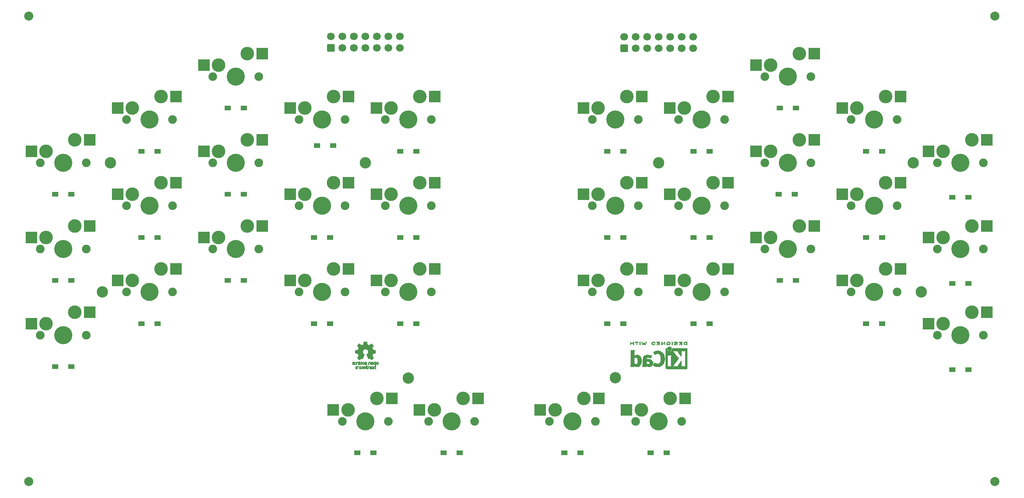
<source format=gbs>
%TF.GenerationSoftware,KiCad,Pcbnew,(6.0.7-1)-1*%
%TF.CreationDate,2022-08-07T10:51:53+08:00*%
%TF.ProjectId,Input,496e7075-742e-46b6-9963-61645f706362,2*%
%TF.SameCoordinates,PX7616b68PY48ab840*%
%TF.FileFunction,Soldermask,Bot*%
%TF.FilePolarity,Negative*%
%FSLAX46Y46*%
G04 Gerber Fmt 4.6, Leading zero omitted, Abs format (unit mm)*
G04 Created by KiCad (PCBNEW (6.0.7-1)-1) date 2022-08-07 10:51:53*
%MOMM*%
%LPD*%
G01*
G04 APERTURE LIST*
G04 Aperture macros list*
%AMRoundRect*
0 Rectangle with rounded corners*
0 $1 Rounding radius*
0 $2 $3 $4 $5 $6 $7 $8 $9 X,Y pos of 4 corners*
0 Add a 4 corners polygon primitive as box body*
4,1,4,$2,$3,$4,$5,$6,$7,$8,$9,$2,$3,0*
0 Add four circle primitives for the rounded corners*
1,1,$1+$1,$2,$3*
1,1,$1+$1,$4,$5*
1,1,$1+$1,$6,$7*
1,1,$1+$1,$8,$9*
0 Add four rect primitives between the rounded corners*
20,1,$1+$1,$2,$3,$4,$5,0*
20,1,$1+$1,$4,$5,$6,$7,0*
20,1,$1+$1,$6,$7,$8,$9,0*
20,1,$1+$1,$8,$9,$2,$3,0*%
G04 Aperture macros list end*
%ADD10C,0.010000*%
%ADD11C,1.900000*%
%ADD12C,3.000000*%
%ADD13C,4.000000*%
%ADD14R,2.550000X2.500000*%
%ADD15C,2.500000*%
%ADD16RoundRect,0.250000X0.600000X-0.600000X0.600000X0.600000X-0.600000X0.600000X-0.600000X-0.600000X0*%
%ADD17C,1.700000*%
%ADD18R,1.400000X1.000000*%
%ADD19C,2.000000*%
G04 APERTURE END LIST*
%TO.C,REF\u002A\u002A*%
G36*
X64955420Y-39578452D02*
G01*
X64960369Y-39585136D01*
X64966213Y-39595707D01*
X64970674Y-39609794D01*
X64973938Y-39630119D01*
X64976191Y-39659406D01*
X64977619Y-39700378D01*
X64978409Y-39755758D01*
X64978746Y-39828269D01*
X64978817Y-39920635D01*
X64978788Y-39986552D01*
X64978556Y-40064869D01*
X64977936Y-40125137D01*
X64976743Y-40170034D01*
X64974796Y-40202243D01*
X64971911Y-40224441D01*
X64967905Y-40239310D01*
X64962596Y-40249530D01*
X64955800Y-40257779D01*
X64951285Y-40262436D01*
X64943055Y-40268923D01*
X64931695Y-40273835D01*
X64914427Y-40277390D01*
X64888472Y-40279808D01*
X64851053Y-40281308D01*
X64799390Y-40282108D01*
X64730706Y-40282428D01*
X64642223Y-40282486D01*
X64622548Y-40282479D01*
X64535523Y-40282213D01*
X64467871Y-40281447D01*
X64416916Y-40280033D01*
X64379984Y-40277821D01*
X64354400Y-40274663D01*
X64337488Y-40270410D01*
X64326574Y-40264912D01*
X64316081Y-40254926D01*
X64302820Y-40223809D01*
X64304003Y-40187921D01*
X64320167Y-40156374D01*
X64322356Y-40154098D01*
X64331044Y-40147830D01*
X64344386Y-40143164D01*
X64365369Y-40139868D01*
X64396980Y-40137709D01*
X64442207Y-40136455D01*
X64504037Y-40135872D01*
X64585456Y-40135730D01*
X64832062Y-40135730D01*
X64832062Y-39977686D01*
X64669623Y-39977686D01*
X64633955Y-39977605D01*
X64578185Y-39976808D01*
X64539047Y-39974803D01*
X64512593Y-39971162D01*
X64494876Y-39965453D01*
X64481946Y-39957248D01*
X64478303Y-39954064D01*
X64459895Y-39923089D01*
X64459261Y-39886753D01*
X64476800Y-39853134D01*
X64476862Y-39853065D01*
X64486533Y-39844439D01*
X64499826Y-39838383D01*
X64520534Y-39834452D01*
X64552445Y-39832197D01*
X64599351Y-39831172D01*
X64665041Y-39830930D01*
X64833188Y-39830930D01*
X64829803Y-39766019D01*
X64826417Y-39701108D01*
X64584340Y-39698055D01*
X64559324Y-39697727D01*
X64477704Y-39696247D01*
X64415385Y-39693863D01*
X64369771Y-39689868D01*
X64338269Y-39683554D01*
X64318284Y-39674215D01*
X64307221Y-39661144D01*
X64302486Y-39643633D01*
X64301484Y-39620976D01*
X64301490Y-39618611D01*
X64302644Y-39598580D01*
X64307441Y-39582787D01*
X64318249Y-39570731D01*
X64337434Y-39561908D01*
X64367362Y-39555816D01*
X64410400Y-39551952D01*
X64468916Y-39549815D01*
X64545274Y-39548901D01*
X64641843Y-39548708D01*
X64932023Y-39548708D01*
X64955420Y-39578452D01*
G37*
D10*
X64955420Y-39578452D02*
X64960369Y-39585136D01*
X64966213Y-39595707D01*
X64970674Y-39609794D01*
X64973938Y-39630119D01*
X64976191Y-39659406D01*
X64977619Y-39700378D01*
X64978409Y-39755758D01*
X64978746Y-39828269D01*
X64978817Y-39920635D01*
X64978788Y-39986552D01*
X64978556Y-40064869D01*
X64977936Y-40125137D01*
X64976743Y-40170034D01*
X64974796Y-40202243D01*
X64971911Y-40224441D01*
X64967905Y-40239310D01*
X64962596Y-40249530D01*
X64955800Y-40257779D01*
X64951285Y-40262436D01*
X64943055Y-40268923D01*
X64931695Y-40273835D01*
X64914427Y-40277390D01*
X64888472Y-40279808D01*
X64851053Y-40281308D01*
X64799390Y-40282108D01*
X64730706Y-40282428D01*
X64642223Y-40282486D01*
X64622548Y-40282479D01*
X64535523Y-40282213D01*
X64467871Y-40281447D01*
X64416916Y-40280033D01*
X64379984Y-40277821D01*
X64354400Y-40274663D01*
X64337488Y-40270410D01*
X64326574Y-40264912D01*
X64316081Y-40254926D01*
X64302820Y-40223809D01*
X64304003Y-40187921D01*
X64320167Y-40156374D01*
X64322356Y-40154098D01*
X64331044Y-40147830D01*
X64344386Y-40143164D01*
X64365369Y-40139868D01*
X64396980Y-40137709D01*
X64442207Y-40136455D01*
X64504037Y-40135872D01*
X64585456Y-40135730D01*
X64832062Y-40135730D01*
X64832062Y-39977686D01*
X64669623Y-39977686D01*
X64633955Y-39977605D01*
X64578185Y-39976808D01*
X64539047Y-39974803D01*
X64512593Y-39971162D01*
X64494876Y-39965453D01*
X64481946Y-39957248D01*
X64478303Y-39954064D01*
X64459895Y-39923089D01*
X64459261Y-39886753D01*
X64476800Y-39853134D01*
X64476862Y-39853065D01*
X64486533Y-39844439D01*
X64499826Y-39838383D01*
X64520534Y-39834452D01*
X64552445Y-39832197D01*
X64599351Y-39831172D01*
X64665041Y-39830930D01*
X64833188Y-39830930D01*
X64829803Y-39766019D01*
X64826417Y-39701108D01*
X64584340Y-39698055D01*
X64559324Y-39697727D01*
X64477704Y-39696247D01*
X64415385Y-39693863D01*
X64369771Y-39689868D01*
X64338269Y-39683554D01*
X64318284Y-39674215D01*
X64307221Y-39661144D01*
X64302486Y-39643633D01*
X64301484Y-39620976D01*
X64301490Y-39618611D01*
X64302644Y-39598580D01*
X64307441Y-39582787D01*
X64318249Y-39570731D01*
X64337434Y-39561908D01*
X64367362Y-39555816D01*
X64410400Y-39551952D01*
X64468916Y-39549815D01*
X64545274Y-39548901D01*
X64641843Y-39548708D01*
X64932023Y-39548708D01*
X64955420Y-39578452D01*
G36*
X68616470Y-39549577D02*
G01*
X68682717Y-39555007D01*
X68738017Y-39564605D01*
X68788900Y-39579466D01*
X68860212Y-39612599D01*
X68911369Y-39655281D01*
X68942192Y-39707346D01*
X68952506Y-39768624D01*
X68951569Y-39799873D01*
X68945777Y-39824670D01*
X68930970Y-39846340D01*
X68902997Y-39873690D01*
X68895019Y-39881019D01*
X68871309Y-39901922D01*
X68848915Y-39918892D01*
X68824882Y-39932846D01*
X68796254Y-39944697D01*
X68760077Y-39955361D01*
X68713397Y-39965752D01*
X68653258Y-39976787D01*
X68576707Y-39989379D01*
X68480788Y-40004445D01*
X68462425Y-40007479D01*
X68400095Y-40021099D01*
X68354877Y-40036833D01*
X68328593Y-40053904D01*
X68323064Y-40071538D01*
X68325685Y-40075809D01*
X68343617Y-40090874D01*
X68371743Y-40107508D01*
X68384543Y-40113498D01*
X68405841Y-40120691D01*
X68432227Y-40125468D01*
X68468071Y-40128287D01*
X68517745Y-40129605D01*
X68585617Y-40129878D01*
X68603402Y-40129805D01*
X68671023Y-40128694D01*
X68735962Y-40126469D01*
X68791587Y-40123403D01*
X68831268Y-40119768D01*
X68866779Y-40115700D01*
X68896032Y-40114917D01*
X68914932Y-40119517D01*
X68930046Y-40130192D01*
X68933702Y-40133785D01*
X68950044Y-40165559D01*
X68948724Y-40201213D01*
X68929767Y-40231831D01*
X68909397Y-40243437D01*
X68873413Y-40256132D01*
X68830989Y-40266182D01*
X68827539Y-40266781D01*
X68784869Y-40271997D01*
X68727483Y-40276371D01*
X68662466Y-40279459D01*
X68596906Y-40280818D01*
X68580674Y-40280859D01*
X68482361Y-40278382D01*
X68402309Y-40270376D01*
X68337130Y-40255844D01*
X68283434Y-40233790D01*
X68237833Y-40203217D01*
X68196940Y-40163127D01*
X68176819Y-40136900D01*
X68165193Y-40107353D01*
X68162284Y-40067636D01*
X68162425Y-40055667D01*
X68166298Y-40022986D01*
X68178682Y-39996460D01*
X68203847Y-39965612D01*
X68225059Y-39943472D01*
X68251455Y-39920926D01*
X68281172Y-39902558D01*
X68317402Y-39887302D01*
X68363334Y-39874090D01*
X68422161Y-39861855D01*
X68497073Y-39849530D01*
X68591262Y-39836047D01*
X68636574Y-39829037D01*
X68704528Y-39814478D01*
X68753664Y-39797978D01*
X68783231Y-39780080D01*
X68792481Y-39761326D01*
X68780665Y-39742256D01*
X68747033Y-39723412D01*
X68743987Y-39722198D01*
X68697628Y-39710120D01*
X68634978Y-39701920D01*
X68561544Y-39697760D01*
X68482834Y-39697802D01*
X68404356Y-39702210D01*
X68331617Y-39711146D01*
X68327690Y-39711795D01*
X68278874Y-39719502D01*
X68246622Y-39723114D01*
X68225625Y-39722517D01*
X68210571Y-39717595D01*
X68196151Y-39708237D01*
X68194981Y-39707366D01*
X68170464Y-39676992D01*
X68165671Y-39641491D01*
X68181477Y-39606910D01*
X68186023Y-39602454D01*
X68215637Y-39587314D01*
X68262619Y-39574191D01*
X68322923Y-39563391D01*
X68392505Y-39555222D01*
X68467320Y-39549992D01*
X68543323Y-39548008D01*
X68616470Y-39549577D01*
G37*
X68616470Y-39549577D02*
X68682717Y-39555007D01*
X68738017Y-39564605D01*
X68788900Y-39579466D01*
X68860212Y-39612599D01*
X68911369Y-39655281D01*
X68942192Y-39707346D01*
X68952506Y-39768624D01*
X68951569Y-39799873D01*
X68945777Y-39824670D01*
X68930970Y-39846340D01*
X68902997Y-39873690D01*
X68895019Y-39881019D01*
X68871309Y-39901922D01*
X68848915Y-39918892D01*
X68824882Y-39932846D01*
X68796254Y-39944697D01*
X68760077Y-39955361D01*
X68713397Y-39965752D01*
X68653258Y-39976787D01*
X68576707Y-39989379D01*
X68480788Y-40004445D01*
X68462425Y-40007479D01*
X68400095Y-40021099D01*
X68354877Y-40036833D01*
X68328593Y-40053904D01*
X68323064Y-40071538D01*
X68325685Y-40075809D01*
X68343617Y-40090874D01*
X68371743Y-40107508D01*
X68384543Y-40113498D01*
X68405841Y-40120691D01*
X68432227Y-40125468D01*
X68468071Y-40128287D01*
X68517745Y-40129605D01*
X68585617Y-40129878D01*
X68603402Y-40129805D01*
X68671023Y-40128694D01*
X68735962Y-40126469D01*
X68791587Y-40123403D01*
X68831268Y-40119768D01*
X68866779Y-40115700D01*
X68896032Y-40114917D01*
X68914932Y-40119517D01*
X68930046Y-40130192D01*
X68933702Y-40133785D01*
X68950044Y-40165559D01*
X68948724Y-40201213D01*
X68929767Y-40231831D01*
X68909397Y-40243437D01*
X68873413Y-40256132D01*
X68830989Y-40266182D01*
X68827539Y-40266781D01*
X68784869Y-40271997D01*
X68727483Y-40276371D01*
X68662466Y-40279459D01*
X68596906Y-40280818D01*
X68580674Y-40280859D01*
X68482361Y-40278382D01*
X68402309Y-40270376D01*
X68337130Y-40255844D01*
X68283434Y-40233790D01*
X68237833Y-40203217D01*
X68196940Y-40163127D01*
X68176819Y-40136900D01*
X68165193Y-40107353D01*
X68162284Y-40067636D01*
X68162425Y-40055667D01*
X68166298Y-40022986D01*
X68178682Y-39996460D01*
X68203847Y-39965612D01*
X68225059Y-39943472D01*
X68251455Y-39920926D01*
X68281172Y-39902558D01*
X68317402Y-39887302D01*
X68363334Y-39874090D01*
X68422161Y-39861855D01*
X68497073Y-39849530D01*
X68591262Y-39836047D01*
X68636574Y-39829037D01*
X68704528Y-39814478D01*
X68753664Y-39797978D01*
X68783231Y-39780080D01*
X68792481Y-39761326D01*
X68780665Y-39742256D01*
X68747033Y-39723412D01*
X68743987Y-39722198D01*
X68697628Y-39710120D01*
X68634978Y-39701920D01*
X68561544Y-39697760D01*
X68482834Y-39697802D01*
X68404356Y-39702210D01*
X68331617Y-39711146D01*
X68327690Y-39711795D01*
X68278874Y-39719502D01*
X68246622Y-39723114D01*
X68225625Y-39722517D01*
X68210571Y-39717595D01*
X68196151Y-39708237D01*
X68194981Y-39707366D01*
X68170464Y-39676992D01*
X68165671Y-39641491D01*
X68181477Y-39606910D01*
X68186023Y-39602454D01*
X68215637Y-39587314D01*
X68262619Y-39574191D01*
X68322923Y-39563391D01*
X68392505Y-39555222D01*
X68467320Y-39549992D01*
X68543323Y-39548008D01*
X68616470Y-39549577D01*
G36*
X67761754Y-39553104D02*
G01*
X67795908Y-39576417D01*
X67823617Y-39604126D01*
X67823617Y-39917178D01*
X67823576Y-40001208D01*
X67823318Y-40075430D01*
X67822647Y-40132182D01*
X67821369Y-40174153D01*
X67819290Y-40204030D01*
X67816216Y-40224502D01*
X67811951Y-40238255D01*
X67806301Y-40247978D01*
X67799072Y-40256358D01*
X67767608Y-40277822D01*
X67732443Y-40279588D01*
X67699439Y-40259908D01*
X67694133Y-40254039D01*
X67688683Y-40244955D01*
X67684517Y-40231614D01*
X67681463Y-40211398D01*
X67679349Y-40181690D01*
X67678003Y-40139873D01*
X67677255Y-40083330D01*
X67676931Y-40009443D01*
X67676862Y-39915597D01*
X67676901Y-39839935D01*
X67677156Y-39762026D01*
X67677800Y-39702016D01*
X67679004Y-39657289D01*
X67680941Y-39625226D01*
X67683781Y-39603212D01*
X67687696Y-39588628D01*
X67692859Y-39578859D01*
X67699439Y-39571286D01*
X67728623Y-39552264D01*
X67761754Y-39553104D01*
G37*
X67761754Y-39553104D02*
X67795908Y-39576417D01*
X67823617Y-39604126D01*
X67823617Y-39917178D01*
X67823576Y-40001208D01*
X67823318Y-40075430D01*
X67822647Y-40132182D01*
X67821369Y-40174153D01*
X67819290Y-40204030D01*
X67816216Y-40224502D01*
X67811951Y-40238255D01*
X67806301Y-40247978D01*
X67799072Y-40256358D01*
X67767608Y-40277822D01*
X67732443Y-40279588D01*
X67699439Y-40259908D01*
X67694133Y-40254039D01*
X67688683Y-40244955D01*
X67684517Y-40231614D01*
X67681463Y-40211398D01*
X67679349Y-40181690D01*
X67678003Y-40139873D01*
X67677255Y-40083330D01*
X67676931Y-40009443D01*
X67676862Y-39915597D01*
X67676901Y-39839935D01*
X67677156Y-39762026D01*
X67677800Y-39702016D01*
X67679004Y-39657289D01*
X67680941Y-39625226D01*
X67683781Y-39603212D01*
X67687696Y-39588628D01*
X67692859Y-39578859D01*
X67699439Y-39571286D01*
X67728623Y-39552264D01*
X67761754Y-39553104D01*
G36*
X59931384Y-39548709D02*
G01*
X60025507Y-39548799D01*
X60100022Y-39549139D01*
X60157428Y-39549880D01*
X60200228Y-39551176D01*
X60230921Y-39553178D01*
X60252008Y-39556037D01*
X60265990Y-39559907D01*
X60275367Y-39564939D01*
X60282639Y-39571286D01*
X60301445Y-39604003D01*
X60302892Y-39641580D01*
X60286534Y-39674819D01*
X60285174Y-39676272D01*
X60273971Y-39684633D01*
X60256869Y-39690188D01*
X60229699Y-39693481D01*
X60188295Y-39695059D01*
X60128490Y-39695463D01*
X59989128Y-39695463D01*
X59989128Y-39959230D01*
X59989053Y-40035058D01*
X59988645Y-40101724D01*
X59987663Y-40151508D01*
X59985867Y-40187425D01*
X59983016Y-40212491D01*
X59978870Y-40229722D01*
X59973188Y-40242133D01*
X59965731Y-40252741D01*
X59963441Y-40255547D01*
X59932263Y-40278189D01*
X59897883Y-40279753D01*
X59864951Y-40259908D01*
X59857972Y-40251832D01*
X59852500Y-40241234D01*
X59848480Y-40225390D01*
X59845689Y-40201414D01*
X59843905Y-40166415D01*
X59842906Y-40117505D01*
X59842469Y-40051795D01*
X59842373Y-39966397D01*
X59842373Y-39695463D01*
X59696437Y-39695463D01*
X59685337Y-39695462D01*
X59628819Y-39695237D01*
X59589975Y-39694098D01*
X59564582Y-39691298D01*
X59548421Y-39686091D01*
X59537269Y-39677730D01*
X59526906Y-39665467D01*
X59511058Y-39634779D01*
X59514160Y-39600999D01*
X59539804Y-39568463D01*
X59544746Y-39564746D01*
X59554955Y-39559910D01*
X59570381Y-39556147D01*
X59593503Y-39553324D01*
X59626800Y-39551311D01*
X59672754Y-39549974D01*
X59733845Y-39549183D01*
X59812552Y-39548804D01*
X59911357Y-39548708D01*
X59931384Y-39548709D01*
G37*
X59931384Y-39548709D02*
X60025507Y-39548799D01*
X60100022Y-39549139D01*
X60157428Y-39549880D01*
X60200228Y-39551176D01*
X60230921Y-39553178D01*
X60252008Y-39556037D01*
X60265990Y-39559907D01*
X60275367Y-39564939D01*
X60282639Y-39571286D01*
X60301445Y-39604003D01*
X60302892Y-39641580D01*
X60286534Y-39674819D01*
X60285174Y-39676272D01*
X60273971Y-39684633D01*
X60256869Y-39690188D01*
X60229699Y-39693481D01*
X60188295Y-39695059D01*
X60128490Y-39695463D01*
X59989128Y-39695463D01*
X59989128Y-39959230D01*
X59989053Y-40035058D01*
X59988645Y-40101724D01*
X59987663Y-40151508D01*
X59985867Y-40187425D01*
X59983016Y-40212491D01*
X59978870Y-40229722D01*
X59973188Y-40242133D01*
X59965731Y-40252741D01*
X59963441Y-40255547D01*
X59932263Y-40278189D01*
X59897883Y-40279753D01*
X59864951Y-40259908D01*
X59857972Y-40251832D01*
X59852500Y-40241234D01*
X59848480Y-40225390D01*
X59845689Y-40201414D01*
X59843905Y-40166415D01*
X59842906Y-40117505D01*
X59842469Y-40051795D01*
X59842373Y-39966397D01*
X59842373Y-39695463D01*
X59696437Y-39695463D01*
X59685337Y-39695462D01*
X59628819Y-39695237D01*
X59589975Y-39694098D01*
X59564582Y-39691298D01*
X59548421Y-39686091D01*
X59537269Y-39677730D01*
X59526906Y-39665467D01*
X59511058Y-39634779D01*
X59514160Y-39600999D01*
X59539804Y-39568463D01*
X59544746Y-39564746D01*
X59554955Y-39559910D01*
X59570381Y-39556147D01*
X59593503Y-39553324D01*
X59626800Y-39551311D01*
X59672754Y-39549974D01*
X59733845Y-39549183D01*
X59812552Y-39548804D01*
X59911357Y-39548708D01*
X59931384Y-39548709D01*
G36*
X60631023Y-39554590D02*
G01*
X60656744Y-39570288D01*
X60683395Y-39591868D01*
X60683395Y-40239325D01*
X60656744Y-40260905D01*
X60625384Y-40278380D01*
X60589583Y-40279216D01*
X60558145Y-40258723D01*
X60554269Y-40254057D01*
X60548803Y-40244590D01*
X60544596Y-40230908D01*
X60541484Y-40210389D01*
X60539304Y-40180409D01*
X60537893Y-40138345D01*
X60537088Y-40081573D01*
X60536724Y-40007471D01*
X60536639Y-39913414D01*
X60536639Y-39591868D01*
X60563290Y-39570288D01*
X60587003Y-39555518D01*
X60610017Y-39548708D01*
X60631023Y-39554590D01*
G37*
X60631023Y-39554590D02*
X60656744Y-39570288D01*
X60683395Y-39591868D01*
X60683395Y-40239325D01*
X60656744Y-40260905D01*
X60625384Y-40278380D01*
X60589583Y-40279216D01*
X60558145Y-40258723D01*
X60554269Y-40254057D01*
X60548803Y-40244590D01*
X60544596Y-40230908D01*
X60541484Y-40210389D01*
X60539304Y-40180409D01*
X60537893Y-40138345D01*
X60537088Y-40081573D01*
X60536724Y-40007471D01*
X60536639Y-39913414D01*
X60536639Y-39591868D01*
X60563290Y-39570288D01*
X60587003Y-39555518D01*
X60610017Y-39548708D01*
X60631023Y-39554590D01*
G36*
X59255351Y-39571286D02*
G01*
X59260983Y-39577476D01*
X59266073Y-39585682D01*
X59270160Y-39597458D01*
X59273338Y-39614917D01*
X59275704Y-39640171D01*
X59277355Y-39675331D01*
X59278386Y-39722510D01*
X59278894Y-39783818D01*
X59278976Y-39861368D01*
X59278726Y-39957272D01*
X59278242Y-40073641D01*
X59278174Y-40087816D01*
X59277588Y-40149578D01*
X59276265Y-40193261D01*
X59273720Y-40222642D01*
X59269465Y-40241496D01*
X59263013Y-40253600D01*
X59253879Y-40262730D01*
X59220421Y-40280147D01*
X59185473Y-40277245D01*
X59154570Y-40252741D01*
X59145561Y-40239538D01*
X59138109Y-40221002D01*
X59133741Y-40194974D01*
X59131686Y-40156428D01*
X59131173Y-40100341D01*
X59131173Y-39977686D01*
X58634462Y-39977686D01*
X58634462Y-40112512D01*
X58634389Y-40148303D01*
X58633626Y-40194633D01*
X58631450Y-40225167D01*
X58627153Y-40244198D01*
X58620029Y-40256015D01*
X58609372Y-40264912D01*
X58577121Y-40279982D01*
X58541834Y-40277314D01*
X58511103Y-40252741D01*
X58506448Y-40246486D01*
X58500512Y-40235962D01*
X58495981Y-40222032D01*
X58492665Y-40201958D01*
X58490376Y-40173001D01*
X58488925Y-40132421D01*
X58488122Y-40077481D01*
X58487779Y-40005440D01*
X58487706Y-39913561D01*
X58487706Y-39604126D01*
X58515415Y-39576417D01*
X58546794Y-39554174D01*
X58580023Y-39551485D01*
X58611884Y-39571286D01*
X58620170Y-39581056D01*
X58627582Y-39596948D01*
X58631919Y-39620916D01*
X58633955Y-39657789D01*
X58634462Y-39712397D01*
X58634462Y-39830930D01*
X59131173Y-39830930D01*
X59131173Y-39715417D01*
X59131611Y-39663719D01*
X59133575Y-39629195D01*
X59138091Y-39606619D01*
X59146184Y-39590767D01*
X59158882Y-39576417D01*
X59190260Y-39554174D01*
X59223489Y-39551485D01*
X59255351Y-39571286D01*
G37*
X59255351Y-39571286D02*
X59260983Y-39577476D01*
X59266073Y-39585682D01*
X59270160Y-39597458D01*
X59273338Y-39614917D01*
X59275704Y-39640171D01*
X59277355Y-39675331D01*
X59278386Y-39722510D01*
X59278894Y-39783818D01*
X59278976Y-39861368D01*
X59278726Y-39957272D01*
X59278242Y-40073641D01*
X59278174Y-40087816D01*
X59277588Y-40149578D01*
X59276265Y-40193261D01*
X59273720Y-40222642D01*
X59269465Y-40241496D01*
X59263013Y-40253600D01*
X59253879Y-40262730D01*
X59220421Y-40280147D01*
X59185473Y-40277245D01*
X59154570Y-40252741D01*
X59145561Y-40239538D01*
X59138109Y-40221002D01*
X59133741Y-40194974D01*
X59131686Y-40156428D01*
X59131173Y-40100341D01*
X59131173Y-39977686D01*
X58634462Y-39977686D01*
X58634462Y-40112512D01*
X58634389Y-40148303D01*
X58633626Y-40194633D01*
X58631450Y-40225167D01*
X58627153Y-40244198D01*
X58620029Y-40256015D01*
X58609372Y-40264912D01*
X58577121Y-40279982D01*
X58541834Y-40277314D01*
X58511103Y-40252741D01*
X58506448Y-40246486D01*
X58500512Y-40235962D01*
X58495981Y-40222032D01*
X58492665Y-40201958D01*
X58490376Y-40173001D01*
X58488925Y-40132421D01*
X58488122Y-40077481D01*
X58487779Y-40005440D01*
X58487706Y-39913561D01*
X58487706Y-39604126D01*
X58515415Y-39576417D01*
X58546794Y-39554174D01*
X58580023Y-39551485D01*
X58611884Y-39571286D01*
X58620170Y-39581056D01*
X58627582Y-39596948D01*
X58631919Y-39620916D01*
X58633955Y-39657789D01*
X58634462Y-39712397D01*
X58634462Y-39830930D01*
X59131173Y-39830930D01*
X59131173Y-39715417D01*
X59131611Y-39663719D01*
X59133575Y-39629195D01*
X59138091Y-39606619D01*
X59146184Y-39590767D01*
X59158882Y-39576417D01*
X59190260Y-39554174D01*
X59223489Y-39551485D01*
X59255351Y-39571286D01*
G36*
X66107510Y-39547533D02*
G01*
X66118918Y-39553670D01*
X66129467Y-39564332D01*
X66140753Y-39578452D01*
X66145206Y-39584413D01*
X66151205Y-39594909D01*
X66155784Y-39608734D01*
X66159136Y-39628639D01*
X66161450Y-39657373D01*
X66162918Y-39697686D01*
X66163730Y-39752328D01*
X66164077Y-39824048D01*
X66164151Y-39915597D01*
X66164128Y-39974127D01*
X66163909Y-40053214D01*
X66163300Y-40114157D01*
X66162109Y-40159703D01*
X66160146Y-40192604D01*
X66157220Y-40215609D01*
X66153140Y-40231467D01*
X66147714Y-40242927D01*
X66140753Y-40252741D01*
X66110325Y-40277134D01*
X66075382Y-40280013D01*
X66038401Y-40260923D01*
X66034217Y-40257448D01*
X66026041Y-40248920D01*
X66019981Y-40237369D01*
X66015598Y-40219537D01*
X66012456Y-40192165D01*
X66010119Y-40151995D01*
X66008148Y-40095769D01*
X66006106Y-40020230D01*
X66000462Y-39801099D01*
X65735173Y-40041740D01*
X65661339Y-40108516D01*
X65596159Y-40166632D01*
X65543965Y-40211590D01*
X65502890Y-40244512D01*
X65471072Y-40266520D01*
X65446643Y-40278735D01*
X65427741Y-40282280D01*
X65412500Y-40278277D01*
X65399056Y-40267848D01*
X65385544Y-40252115D01*
X65379299Y-40243632D01*
X65373667Y-40233054D01*
X65369456Y-40218896D01*
X65366504Y-40198444D01*
X65364649Y-40168983D01*
X65363730Y-40127802D01*
X65363585Y-40072185D01*
X65364052Y-39999420D01*
X65364969Y-39906792D01*
X65368284Y-39591840D01*
X65394935Y-39570274D01*
X65421000Y-39554082D01*
X65453858Y-39551311D01*
X65488389Y-39570264D01*
X65492701Y-39573849D01*
X65500833Y-39582378D01*
X65506862Y-39593970D01*
X65511223Y-39611876D01*
X65514351Y-39639347D01*
X65516680Y-39679635D01*
X65518646Y-39735992D01*
X65520684Y-39811670D01*
X65526328Y-40031519D01*
X65706951Y-39867725D01*
X65793689Y-39789092D01*
X65869460Y-39720699D01*
X65931597Y-39665349D01*
X65981695Y-39621979D01*
X66021352Y-39589522D01*
X66052165Y-39566914D01*
X66075731Y-39553089D01*
X66093647Y-39546984D01*
X66107510Y-39547533D01*
G37*
X66107510Y-39547533D02*
X66118918Y-39553670D01*
X66129467Y-39564332D01*
X66140753Y-39578452D01*
X66145206Y-39584413D01*
X66151205Y-39594909D01*
X66155784Y-39608734D01*
X66159136Y-39628639D01*
X66161450Y-39657373D01*
X66162918Y-39697686D01*
X66163730Y-39752328D01*
X66164077Y-39824048D01*
X66164151Y-39915597D01*
X66164128Y-39974127D01*
X66163909Y-40053214D01*
X66163300Y-40114157D01*
X66162109Y-40159703D01*
X66160146Y-40192604D01*
X66157220Y-40215609D01*
X66153140Y-40231467D01*
X66147714Y-40242927D01*
X66140753Y-40252741D01*
X66110325Y-40277134D01*
X66075382Y-40280013D01*
X66038401Y-40260923D01*
X66034217Y-40257448D01*
X66026041Y-40248920D01*
X66019981Y-40237369D01*
X66015598Y-40219537D01*
X66012456Y-40192165D01*
X66010119Y-40151995D01*
X66008148Y-40095769D01*
X66006106Y-40020230D01*
X66000462Y-39801099D01*
X65735173Y-40041740D01*
X65661339Y-40108516D01*
X65596159Y-40166632D01*
X65543965Y-40211590D01*
X65502890Y-40244512D01*
X65471072Y-40266520D01*
X65446643Y-40278735D01*
X65427741Y-40282280D01*
X65412500Y-40278277D01*
X65399056Y-40267848D01*
X65385544Y-40252115D01*
X65379299Y-40243632D01*
X65373667Y-40233054D01*
X65369456Y-40218896D01*
X65366504Y-40198444D01*
X65364649Y-40168983D01*
X65363730Y-40127802D01*
X65363585Y-40072185D01*
X65364052Y-39999420D01*
X65364969Y-39906792D01*
X65368284Y-39591840D01*
X65394935Y-39570274D01*
X65421000Y-39554082D01*
X65453858Y-39551311D01*
X65488389Y-39570264D01*
X65492701Y-39573849D01*
X65500833Y-39582378D01*
X65506862Y-39593970D01*
X65511223Y-39611876D01*
X65514351Y-39639347D01*
X65516680Y-39679635D01*
X65518646Y-39735992D01*
X65520684Y-39811670D01*
X65526328Y-40031519D01*
X65706951Y-39867725D01*
X65793689Y-39789092D01*
X65869460Y-39720699D01*
X65931597Y-39665349D01*
X65981695Y-39621979D01*
X66021352Y-39589522D01*
X66052165Y-39566914D01*
X66075731Y-39553089D01*
X66093647Y-39546984D01*
X66107510Y-39547533D01*
G36*
X66904767Y-39553820D02*
G01*
X67010774Y-39570135D01*
X67104586Y-39598186D01*
X67183382Y-39637093D01*
X67244336Y-39685975D01*
X67270406Y-39718836D01*
X67299914Y-39768035D01*
X67325185Y-39821893D01*
X67342835Y-39873060D01*
X67349475Y-39914185D01*
X67347915Y-39933900D01*
X67334974Y-39985233D01*
X67311811Y-40041759D01*
X67281919Y-40095676D01*
X67248790Y-40139180D01*
X67238594Y-40149528D01*
X67171509Y-40201303D01*
X67091383Y-40241195D01*
X67005173Y-40265597D01*
X66950209Y-40273709D01*
X66856756Y-40280314D01*
X66766975Y-40278227D01*
X66684486Y-40267981D01*
X66612903Y-40250111D01*
X66555845Y-40225149D01*
X66516928Y-40193629D01*
X66515553Y-40191653D01*
X66508465Y-40166427D01*
X66504226Y-40119176D01*
X66502817Y-40049712D01*
X66503677Y-39987479D01*
X66508397Y-39940097D01*
X66520087Y-39907994D01*
X66541856Y-39888441D01*
X66576815Y-39878711D01*
X66628073Y-39876074D01*
X66698740Y-39877802D01*
X66747360Y-39880814D01*
X66797556Y-39889007D01*
X66830050Y-39903060D01*
X66847509Y-39924295D01*
X66852600Y-39954035D01*
X66852494Y-39958577D01*
X66843792Y-39993371D01*
X66819782Y-40016788D01*
X66778517Y-40029988D01*
X66718048Y-40034130D01*
X66649573Y-40034130D01*
X66649573Y-40072482D01*
X66649623Y-40081617D01*
X66651844Y-40098868D01*
X66661111Y-40109162D01*
X66682492Y-40116100D01*
X66721053Y-40123282D01*
X66726527Y-40124216D01*
X66823477Y-40134119D01*
X66913469Y-40131200D01*
X66994377Y-40116470D01*
X67064076Y-40090940D01*
X67120441Y-40055619D01*
X67161346Y-40011520D01*
X67184668Y-39959653D01*
X67188280Y-39901029D01*
X67182762Y-39872135D01*
X67156078Y-39816245D01*
X67109890Y-39770586D01*
X67044908Y-39735749D01*
X66961846Y-39712331D01*
X66937172Y-39707882D01*
X66847843Y-39697383D01*
X66768036Y-39698612D01*
X66689943Y-39711547D01*
X66654800Y-39718337D01*
X66609362Y-39719354D01*
X66578047Y-39706823D01*
X66557894Y-39680036D01*
X66551510Y-39651789D01*
X66560996Y-39620565D01*
X66570325Y-39607140D01*
X66604560Y-39583608D01*
X66657182Y-39565736D01*
X66725698Y-39554240D01*
X66807617Y-39549833D01*
X66904767Y-39553820D01*
G37*
X66904767Y-39553820D02*
X67010774Y-39570135D01*
X67104586Y-39598186D01*
X67183382Y-39637093D01*
X67244336Y-39685975D01*
X67270406Y-39718836D01*
X67299914Y-39768035D01*
X67325185Y-39821893D01*
X67342835Y-39873060D01*
X67349475Y-39914185D01*
X67347915Y-39933900D01*
X67334974Y-39985233D01*
X67311811Y-40041759D01*
X67281919Y-40095676D01*
X67248790Y-40139180D01*
X67238594Y-40149528D01*
X67171509Y-40201303D01*
X67091383Y-40241195D01*
X67005173Y-40265597D01*
X66950209Y-40273709D01*
X66856756Y-40280314D01*
X66766975Y-40278227D01*
X66684486Y-40267981D01*
X66612903Y-40250111D01*
X66555845Y-40225149D01*
X66516928Y-40193629D01*
X66515553Y-40191653D01*
X66508465Y-40166427D01*
X66504226Y-40119176D01*
X66502817Y-40049712D01*
X66503677Y-39987479D01*
X66508397Y-39940097D01*
X66520087Y-39907994D01*
X66541856Y-39888441D01*
X66576815Y-39878711D01*
X66628073Y-39876074D01*
X66698740Y-39877802D01*
X66747360Y-39880814D01*
X66797556Y-39889007D01*
X66830050Y-39903060D01*
X66847509Y-39924295D01*
X66852600Y-39954035D01*
X66852494Y-39958577D01*
X66843792Y-39993371D01*
X66819782Y-40016788D01*
X66778517Y-40029988D01*
X66718048Y-40034130D01*
X66649573Y-40034130D01*
X66649573Y-40072482D01*
X66649623Y-40081617D01*
X66651844Y-40098868D01*
X66661111Y-40109162D01*
X66682492Y-40116100D01*
X66721053Y-40123282D01*
X66726527Y-40124216D01*
X66823477Y-40134119D01*
X66913469Y-40131200D01*
X66994377Y-40116470D01*
X67064076Y-40090940D01*
X67120441Y-40055619D01*
X67161346Y-40011520D01*
X67184668Y-39959653D01*
X67188280Y-39901029D01*
X67182762Y-39872135D01*
X67156078Y-39816245D01*
X67109890Y-39770586D01*
X67044908Y-39735749D01*
X66961846Y-39712331D01*
X66937172Y-39707882D01*
X66847843Y-39697383D01*
X66768036Y-39698612D01*
X66689943Y-39711547D01*
X66654800Y-39718337D01*
X66609362Y-39719354D01*
X66578047Y-39706823D01*
X66557894Y-39680036D01*
X66551510Y-39651789D01*
X66560996Y-39620565D01*
X66570325Y-39607140D01*
X66604560Y-39583608D01*
X66657182Y-39565736D01*
X66725698Y-39554240D01*
X66807617Y-39549833D01*
X66904767Y-39553820D01*
G36*
X71052487Y-39814682D02*
G01*
X71052239Y-39915597D01*
X71052200Y-39991258D01*
X71051945Y-40069167D01*
X71051301Y-40129177D01*
X71050097Y-40173905D01*
X71048160Y-40205967D01*
X71045320Y-40227981D01*
X71041405Y-40242565D01*
X71036243Y-40252335D01*
X71029662Y-40259908D01*
X71022694Y-40266142D01*
X71009696Y-40273442D01*
X70990548Y-40278195D01*
X70961145Y-40280933D01*
X70917379Y-40282186D01*
X70855145Y-40282486D01*
X70806199Y-40282110D01*
X70699339Y-40277682D01*
X70610111Y-40267594D01*
X70535313Y-40251006D01*
X70471742Y-40227076D01*
X70416196Y-40194962D01*
X70365471Y-40153823D01*
X70359483Y-40147971D01*
X70322616Y-40099462D01*
X70291516Y-40038654D01*
X70270034Y-39974410D01*
X70264753Y-39935667D01*
X70411970Y-39935667D01*
X70430252Y-39986602D01*
X70459922Y-40032519D01*
X70506619Y-40074928D01*
X70568009Y-40104731D01*
X70647155Y-40123867D01*
X70648645Y-40124105D01*
X70697616Y-40129897D01*
X70756310Y-40134037D01*
X70812351Y-40135645D01*
X70905484Y-40135730D01*
X70905484Y-39695463D01*
X70829284Y-39695449D01*
X70826256Y-39695458D01*
X70775136Y-39697423D01*
X70715033Y-39702148D01*
X70658325Y-39708676D01*
X70608367Y-39717972D01*
X70533615Y-39744241D01*
X70476106Y-39783540D01*
X70434605Y-39836574D01*
X70413388Y-39887841D01*
X70411970Y-39935667D01*
X70264753Y-39935667D01*
X70262017Y-39915597D01*
X70263296Y-39894380D01*
X70275608Y-39836964D01*
X70298137Y-39777054D01*
X70327367Y-39723004D01*
X70359784Y-39683173D01*
X70379325Y-39666151D01*
X70434037Y-39626963D01*
X70494340Y-39596834D01*
X70563536Y-39574873D01*
X70644928Y-39560191D01*
X70741817Y-39551900D01*
X70857506Y-39549108D01*
X70896988Y-39548707D01*
X70942699Y-39548294D01*
X70978500Y-39550098D01*
X71005591Y-39556380D01*
X71025173Y-39569400D01*
X71038447Y-39591419D01*
X71046615Y-39624696D01*
X71050877Y-39671492D01*
X71051474Y-39695463D01*
X71052434Y-39734068D01*
X71052487Y-39814682D01*
G37*
X71052487Y-39814682D02*
X71052239Y-39915597D01*
X71052200Y-39991258D01*
X71051945Y-40069167D01*
X71051301Y-40129177D01*
X71050097Y-40173905D01*
X71048160Y-40205967D01*
X71045320Y-40227981D01*
X71041405Y-40242565D01*
X71036243Y-40252335D01*
X71029662Y-40259908D01*
X71022694Y-40266142D01*
X71009696Y-40273442D01*
X70990548Y-40278195D01*
X70961145Y-40280933D01*
X70917379Y-40282186D01*
X70855145Y-40282486D01*
X70806199Y-40282110D01*
X70699339Y-40277682D01*
X70610111Y-40267594D01*
X70535313Y-40251006D01*
X70471742Y-40227076D01*
X70416196Y-40194962D01*
X70365471Y-40153823D01*
X70359483Y-40147971D01*
X70322616Y-40099462D01*
X70291516Y-40038654D01*
X70270034Y-39974410D01*
X70264753Y-39935667D01*
X70411970Y-39935667D01*
X70430252Y-39986602D01*
X70459922Y-40032519D01*
X70506619Y-40074928D01*
X70568009Y-40104731D01*
X70647155Y-40123867D01*
X70648645Y-40124105D01*
X70697616Y-40129897D01*
X70756310Y-40134037D01*
X70812351Y-40135645D01*
X70905484Y-40135730D01*
X70905484Y-39695463D01*
X70829284Y-39695449D01*
X70826256Y-39695458D01*
X70775136Y-39697423D01*
X70715033Y-39702148D01*
X70658325Y-39708676D01*
X70608367Y-39717972D01*
X70533615Y-39744241D01*
X70476106Y-39783540D01*
X70434605Y-39836574D01*
X70413388Y-39887841D01*
X70411970Y-39935667D01*
X70264753Y-39935667D01*
X70262017Y-39915597D01*
X70263296Y-39894380D01*
X70275608Y-39836964D01*
X70298137Y-39777054D01*
X70327367Y-39723004D01*
X70359784Y-39683173D01*
X70379325Y-39666151D01*
X70434037Y-39626963D01*
X70494340Y-39596834D01*
X70563536Y-39574873D01*
X70644928Y-39560191D01*
X70741817Y-39551900D01*
X70857506Y-39549108D01*
X70896988Y-39548707D01*
X70942699Y-39548294D01*
X70978500Y-39550098D01*
X71005591Y-39556380D01*
X71025173Y-39569400D01*
X71038447Y-39591419D01*
X71046615Y-39624696D01*
X71050877Y-39671492D01*
X71051474Y-39695463D01*
X71052434Y-39734068D01*
X71052487Y-39814682D01*
G36*
X61065319Y-39558119D02*
G01*
X61083280Y-39576630D01*
X61103880Y-39607712D01*
X61128712Y-39653397D01*
X61159367Y-39715719D01*
X61197437Y-39796712D01*
X61212071Y-39828095D01*
X61241820Y-39891279D01*
X61267914Y-39945885D01*
X61288909Y-39988931D01*
X61303356Y-40017434D01*
X61309808Y-40028411D01*
X61311167Y-40027830D01*
X61321159Y-40013883D01*
X61338450Y-39984345D01*
X61361047Y-39942728D01*
X61386955Y-39892544D01*
X61402928Y-39861055D01*
X61431878Y-39805702D01*
X61454366Y-39766685D01*
X61472582Y-39741207D01*
X61488713Y-39726472D01*
X61504947Y-39719683D01*
X61523474Y-39718041D01*
X61533977Y-39718516D01*
X61550093Y-39722723D01*
X61565407Y-39733587D01*
X61582005Y-39753860D01*
X61601974Y-39786295D01*
X61627400Y-39833645D01*
X61660369Y-39898663D01*
X61670102Y-39917918D01*
X61694560Y-39964587D01*
X61714795Y-40000750D01*
X61728928Y-40023138D01*
X61735077Y-40028486D01*
X61736444Y-40025214D01*
X61745819Y-40004305D01*
X61762679Y-39967366D01*
X61785596Y-39917515D01*
X61813137Y-39857867D01*
X61843872Y-39791539D01*
X61870587Y-39734318D01*
X61900210Y-39672329D01*
X61923281Y-39626590D01*
X61941260Y-39594549D01*
X61955607Y-39573655D01*
X61967783Y-39561359D01*
X61979249Y-39555107D01*
X61988659Y-39552215D01*
X62013764Y-39552066D01*
X62040907Y-39567409D01*
X62042207Y-39568394D01*
X62064291Y-39591029D01*
X62075340Y-39613254D01*
X62075386Y-39613894D01*
X62070845Y-39631556D01*
X62057981Y-39666122D01*
X62038222Y-39714467D01*
X62012998Y-39773466D01*
X61983736Y-39839996D01*
X61951867Y-39910932D01*
X61918818Y-39983148D01*
X61886018Y-40053521D01*
X61854897Y-40118926D01*
X61826882Y-40176238D01*
X61803403Y-40222333D01*
X61785889Y-40254087D01*
X61775768Y-40268374D01*
X61741360Y-40281743D01*
X61699663Y-40275382D01*
X61694298Y-40270685D01*
X61678469Y-40248534D01*
X61656267Y-40211773D01*
X61629850Y-40164056D01*
X61601377Y-40109034D01*
X61521603Y-39949791D01*
X61448416Y-40096383D01*
X61438720Y-40115673D01*
X61411742Y-40168021D01*
X61387713Y-40212811D01*
X61368949Y-40245795D01*
X61357763Y-40262730D01*
X61356617Y-40263973D01*
X61328496Y-40279260D01*
X61293434Y-40280943D01*
X61262393Y-40268374D01*
X61259967Y-40265525D01*
X61247707Y-40244900D01*
X61227969Y-40207349D01*
X61202065Y-40155521D01*
X61171302Y-40092064D01*
X61136992Y-40019626D01*
X61100442Y-39940857D01*
X61080202Y-39896734D01*
X61043429Y-39816006D01*
X61014972Y-39752328D01*
X60993948Y-39703393D01*
X60979471Y-39666898D01*
X60970656Y-39640536D01*
X60966621Y-39622002D01*
X60966479Y-39608993D01*
X60969347Y-39599202D01*
X60984004Y-39578319D01*
X61010607Y-39558018D01*
X61011362Y-39557676D01*
X61030952Y-39550675D01*
X61048407Y-39550145D01*
X61065319Y-39558119D01*
G37*
X61065319Y-39558119D02*
X61083280Y-39576630D01*
X61103880Y-39607712D01*
X61128712Y-39653397D01*
X61159367Y-39715719D01*
X61197437Y-39796712D01*
X61212071Y-39828095D01*
X61241820Y-39891279D01*
X61267914Y-39945885D01*
X61288909Y-39988931D01*
X61303356Y-40017434D01*
X61309808Y-40028411D01*
X61311167Y-40027830D01*
X61321159Y-40013883D01*
X61338450Y-39984345D01*
X61361047Y-39942728D01*
X61386955Y-39892544D01*
X61402928Y-39861055D01*
X61431878Y-39805702D01*
X61454366Y-39766685D01*
X61472582Y-39741207D01*
X61488713Y-39726472D01*
X61504947Y-39719683D01*
X61523474Y-39718041D01*
X61533977Y-39718516D01*
X61550093Y-39722723D01*
X61565407Y-39733587D01*
X61582005Y-39753860D01*
X61601974Y-39786295D01*
X61627400Y-39833645D01*
X61660369Y-39898663D01*
X61670102Y-39917918D01*
X61694560Y-39964587D01*
X61714795Y-40000750D01*
X61728928Y-40023138D01*
X61735077Y-40028486D01*
X61736444Y-40025214D01*
X61745819Y-40004305D01*
X61762679Y-39967366D01*
X61785596Y-39917515D01*
X61813137Y-39857867D01*
X61843872Y-39791539D01*
X61870587Y-39734318D01*
X61900210Y-39672329D01*
X61923281Y-39626590D01*
X61941260Y-39594549D01*
X61955607Y-39573655D01*
X61967783Y-39561359D01*
X61979249Y-39555107D01*
X61988659Y-39552215D01*
X62013764Y-39552066D01*
X62040907Y-39567409D01*
X62042207Y-39568394D01*
X62064291Y-39591029D01*
X62075340Y-39613254D01*
X62075386Y-39613894D01*
X62070845Y-39631556D01*
X62057981Y-39666122D01*
X62038222Y-39714467D01*
X62012998Y-39773466D01*
X61983736Y-39839996D01*
X61951867Y-39910932D01*
X61918818Y-39983148D01*
X61886018Y-40053521D01*
X61854897Y-40118926D01*
X61826882Y-40176238D01*
X61803403Y-40222333D01*
X61785889Y-40254087D01*
X61775768Y-40268374D01*
X61741360Y-40281743D01*
X61699663Y-40275382D01*
X61694298Y-40270685D01*
X61678469Y-40248534D01*
X61656267Y-40211773D01*
X61629850Y-40164056D01*
X61601377Y-40109034D01*
X61521603Y-39949791D01*
X61448416Y-40096383D01*
X61438720Y-40115673D01*
X61411742Y-40168021D01*
X61387713Y-40212811D01*
X61368949Y-40245795D01*
X61357763Y-40262730D01*
X61356617Y-40263973D01*
X61328496Y-40279260D01*
X61293434Y-40280943D01*
X61262393Y-40268374D01*
X61259967Y-40265525D01*
X61247707Y-40244900D01*
X61227969Y-40207349D01*
X61202065Y-40155521D01*
X61171302Y-40092064D01*
X61136992Y-40019626D01*
X61100442Y-39940857D01*
X61080202Y-39896734D01*
X61043429Y-39816006D01*
X61014972Y-39752328D01*
X60993948Y-39703393D01*
X60979471Y-39666898D01*
X60970656Y-39640536D01*
X60966621Y-39622002D01*
X60966479Y-39608993D01*
X60969347Y-39599202D01*
X60984004Y-39578319D01*
X61010607Y-39558018D01*
X61011362Y-39557676D01*
X61030952Y-39550675D01*
X61048407Y-39550145D01*
X61065319Y-39558119D01*
G36*
X64764328Y-41563501D02*
G01*
X64859885Y-41580991D01*
X65024175Y-41626032D01*
X65178206Y-41689124D01*
X65324126Y-41771383D01*
X65464083Y-41873925D01*
X65600225Y-41997867D01*
X65644090Y-42043129D01*
X65756375Y-42175333D01*
X65849589Y-42313300D01*
X65926336Y-42461218D01*
X65989220Y-42623271D01*
X65993037Y-42634859D01*
X66043124Y-42820860D01*
X66076516Y-43016989D01*
X66093201Y-43219036D01*
X66093168Y-43422793D01*
X66076408Y-43624049D01*
X66042909Y-43818596D01*
X65992661Y-44002224D01*
X65948807Y-44119521D01*
X65870965Y-44282419D01*
X65777445Y-44436334D01*
X65670439Y-44578139D01*
X65552136Y-44704707D01*
X65424728Y-44812909D01*
X65347223Y-44865588D01*
X65220342Y-44935218D01*
X65082860Y-44993936D01*
X64941333Y-45039055D01*
X64802319Y-45067890D01*
X64788214Y-45069574D01*
X64744770Y-45072902D01*
X64687340Y-45075743D01*
X64621739Y-45077841D01*
X64553784Y-45078936D01*
X64426995Y-45076608D01*
X64279290Y-45063604D01*
X64141396Y-45038601D01*
X64007631Y-45000786D01*
X63984179Y-44992357D01*
X63936229Y-44972876D01*
X63879757Y-44947941D01*
X63817996Y-44919190D01*
X63754180Y-44888258D01*
X63691543Y-44856783D01*
X63633320Y-44826402D01*
X63582744Y-44798751D01*
X63543050Y-44775467D01*
X63517471Y-44758186D01*
X63509242Y-44748547D01*
X63510693Y-44745452D01*
X63521867Y-44725547D01*
X63542751Y-44689888D01*
X63571882Y-44640927D01*
X63607798Y-44581114D01*
X63649037Y-44512901D01*
X63694134Y-44438739D01*
X63875402Y-44141476D01*
X63921932Y-44186007D01*
X64013340Y-44264333D01*
X64126951Y-44338907D01*
X64244739Y-44392942D01*
X64365176Y-44425758D01*
X64486734Y-44436679D01*
X64528202Y-44435336D01*
X64645697Y-44417080D01*
X64755706Y-44378085D01*
X64857047Y-44319138D01*
X64948538Y-44241025D01*
X65028997Y-44144532D01*
X65097244Y-44030446D01*
X65113525Y-43996192D01*
X65159599Y-43872708D01*
X65194723Y-43734386D01*
X65218814Y-43585029D01*
X65231790Y-43428441D01*
X65233566Y-43268424D01*
X65224060Y-43108782D01*
X65203189Y-42953318D01*
X65170869Y-42805834D01*
X65127016Y-42670135D01*
X65089599Y-42583544D01*
X65024802Y-42470156D01*
X64949389Y-42376538D01*
X64863035Y-42302427D01*
X64765412Y-42247562D01*
X64656194Y-42211680D01*
X64535056Y-42194519D01*
X64465655Y-42193348D01*
X64342785Y-42207609D01*
X64227281Y-42242709D01*
X64120570Y-42298150D01*
X64024081Y-42373432D01*
X64008337Y-42387908D01*
X63977767Y-42414430D01*
X63955426Y-42431606D01*
X63945308Y-42436255D01*
X63943323Y-42434065D01*
X63928858Y-42415189D01*
X63905017Y-42381865D01*
X63873646Y-42336848D01*
X63836591Y-42282893D01*
X63795700Y-42222753D01*
X63752819Y-42159186D01*
X63709795Y-42094944D01*
X63668474Y-42032783D01*
X63630703Y-41975459D01*
X63598329Y-41925725D01*
X63573199Y-41886336D01*
X63557159Y-41860048D01*
X63552056Y-41849615D01*
X63556667Y-41845409D01*
X63575884Y-41840401D01*
X63585455Y-41837854D01*
X63613426Y-41826717D01*
X63655065Y-41808270D01*
X63706612Y-41784193D01*
X63764307Y-41756167D01*
X63775574Y-41750622D01*
X63953304Y-41671357D01*
X64123107Y-41611853D01*
X64287047Y-41571713D01*
X64447188Y-41550539D01*
X64605594Y-41547934D01*
X64764328Y-41563501D01*
G37*
X64764328Y-41563501D02*
X64859885Y-41580991D01*
X65024175Y-41626032D01*
X65178206Y-41689124D01*
X65324126Y-41771383D01*
X65464083Y-41873925D01*
X65600225Y-41997867D01*
X65644090Y-42043129D01*
X65756375Y-42175333D01*
X65849589Y-42313300D01*
X65926336Y-42461218D01*
X65989220Y-42623271D01*
X65993037Y-42634859D01*
X66043124Y-42820860D01*
X66076516Y-43016989D01*
X66093201Y-43219036D01*
X66093168Y-43422793D01*
X66076408Y-43624049D01*
X66042909Y-43818596D01*
X65992661Y-44002224D01*
X65948807Y-44119521D01*
X65870965Y-44282419D01*
X65777445Y-44436334D01*
X65670439Y-44578139D01*
X65552136Y-44704707D01*
X65424728Y-44812909D01*
X65347223Y-44865588D01*
X65220342Y-44935218D01*
X65082860Y-44993936D01*
X64941333Y-45039055D01*
X64802319Y-45067890D01*
X64788214Y-45069574D01*
X64744770Y-45072902D01*
X64687340Y-45075743D01*
X64621739Y-45077841D01*
X64553784Y-45078936D01*
X64426995Y-45076608D01*
X64279290Y-45063604D01*
X64141396Y-45038601D01*
X64007631Y-45000786D01*
X63984179Y-44992357D01*
X63936229Y-44972876D01*
X63879757Y-44947941D01*
X63817996Y-44919190D01*
X63754180Y-44888258D01*
X63691543Y-44856783D01*
X63633320Y-44826402D01*
X63582744Y-44798751D01*
X63543050Y-44775467D01*
X63517471Y-44758186D01*
X63509242Y-44748547D01*
X63510693Y-44745452D01*
X63521867Y-44725547D01*
X63542751Y-44689888D01*
X63571882Y-44640927D01*
X63607798Y-44581114D01*
X63649037Y-44512901D01*
X63694134Y-44438739D01*
X63875402Y-44141476D01*
X63921932Y-44186007D01*
X64013340Y-44264333D01*
X64126951Y-44338907D01*
X64244739Y-44392942D01*
X64365176Y-44425758D01*
X64486734Y-44436679D01*
X64528202Y-44435336D01*
X64645697Y-44417080D01*
X64755706Y-44378085D01*
X64857047Y-44319138D01*
X64948538Y-44241025D01*
X65028997Y-44144532D01*
X65097244Y-44030446D01*
X65113525Y-43996192D01*
X65159599Y-43872708D01*
X65194723Y-43734386D01*
X65218814Y-43585029D01*
X65231790Y-43428441D01*
X65233566Y-43268424D01*
X65224060Y-43108782D01*
X65203189Y-42953318D01*
X65170869Y-42805834D01*
X65127016Y-42670135D01*
X65089599Y-42583544D01*
X65024802Y-42470156D01*
X64949389Y-42376538D01*
X64863035Y-42302427D01*
X64765412Y-42247562D01*
X64656194Y-42211680D01*
X64535056Y-42194519D01*
X64465655Y-42193348D01*
X64342785Y-42207609D01*
X64227281Y-42242709D01*
X64120570Y-42298150D01*
X64024081Y-42373432D01*
X64008337Y-42387908D01*
X63977767Y-42414430D01*
X63955426Y-42431606D01*
X63945308Y-42436255D01*
X63943323Y-42434065D01*
X63928858Y-42415189D01*
X63905017Y-42381865D01*
X63873646Y-42336848D01*
X63836591Y-42282893D01*
X63795700Y-42222753D01*
X63752819Y-42159186D01*
X63709795Y-42094944D01*
X63668474Y-42032783D01*
X63630703Y-41975459D01*
X63598329Y-41925725D01*
X63573199Y-41886336D01*
X63557159Y-41860048D01*
X63552056Y-41849615D01*
X63556667Y-41845409D01*
X63575884Y-41840401D01*
X63585455Y-41837854D01*
X63613426Y-41826717D01*
X63655065Y-41808270D01*
X63706612Y-41784193D01*
X63764307Y-41756167D01*
X63775574Y-41750622D01*
X63953304Y-41671357D01*
X64123107Y-41611853D01*
X64287047Y-41571713D01*
X64447188Y-41550539D01*
X64605594Y-41547934D01*
X64764328Y-41563501D01*
G36*
X63502878Y-44278831D02*
G01*
X63499249Y-44353670D01*
X63491639Y-44415869D01*
X63479305Y-44472452D01*
X63434930Y-44598544D01*
X63372017Y-44713147D01*
X63291855Y-44814036D01*
X63195357Y-44900392D01*
X63083439Y-44971400D01*
X62957014Y-45026244D01*
X62816995Y-45064106D01*
X62780766Y-45069819D01*
X62701772Y-45075781D01*
X62613458Y-45076114D01*
X62523692Y-45071127D01*
X62440339Y-45061134D01*
X62371268Y-45046446D01*
X62284804Y-45016217D01*
X62174903Y-44961525D01*
X62077573Y-44894011D01*
X62015484Y-44843024D01*
X62012222Y-44939090D01*
X62008960Y-45035157D01*
X61586067Y-45035157D01*
X61575160Y-45035154D01*
X61480673Y-45034848D01*
X61393948Y-45034084D01*
X61317454Y-45032919D01*
X61253660Y-45031410D01*
X61205035Y-45029615D01*
X61174050Y-45027589D01*
X61163173Y-45025390D01*
X61163195Y-45024931D01*
X61170231Y-45009378D01*
X61186051Y-44986539D01*
X61190351Y-44981106D01*
X61201394Y-44967074D01*
X61210928Y-44953654D01*
X61219078Y-44939190D01*
X61225969Y-44922024D01*
X61231728Y-44900502D01*
X61236479Y-44872966D01*
X61240348Y-44837760D01*
X61243461Y-44793228D01*
X61245942Y-44737714D01*
X61247917Y-44669561D01*
X61249511Y-44587113D01*
X61250851Y-44488714D01*
X61252061Y-44372707D01*
X61252513Y-44321930D01*
X62054995Y-44321930D01*
X62099665Y-44378441D01*
X62112402Y-44393680D01*
X62159221Y-44436312D01*
X62219872Y-44472140D01*
X62230514Y-44477318D01*
X62269293Y-44494213D01*
X62304309Y-44504377D01*
X62344339Y-44509793D01*
X62398158Y-44512446D01*
X62416265Y-44512851D01*
X62491628Y-44510008D01*
X62552360Y-44498088D01*
X62604069Y-44475505D01*
X62652363Y-44440679D01*
X62657420Y-44436266D01*
X62705889Y-44380628D01*
X62734076Y-44316801D01*
X62743369Y-44241750D01*
X62736137Y-44170161D01*
X62711413Y-44107113D01*
X62666866Y-44049226D01*
X62611936Y-44002276D01*
X62539511Y-43962429D01*
X62452957Y-43934731D01*
X62350287Y-43918564D01*
X62229511Y-43913310D01*
X62220624Y-43913325D01*
X62165277Y-43914123D01*
X62118353Y-43915956D01*
X62084570Y-43918579D01*
X62068645Y-43921742D01*
X62064560Y-43928209D01*
X62060189Y-43950343D01*
X62057221Y-43989456D01*
X62055531Y-44047407D01*
X62054995Y-44126054D01*
X62054995Y-44321930D01*
X61252513Y-44321930D01*
X61253266Y-44237436D01*
X61254592Y-44081246D01*
X61255845Y-43938480D01*
X61257268Y-43793410D01*
X61258793Y-43667495D01*
X61260550Y-43558904D01*
X61262668Y-43465802D01*
X61265277Y-43386359D01*
X61268507Y-43318741D01*
X61272486Y-43261117D01*
X61277345Y-43211653D01*
X61283214Y-43168518D01*
X61290221Y-43129878D01*
X61298497Y-43093902D01*
X61308171Y-43058757D01*
X61319373Y-43022610D01*
X61332233Y-42983629D01*
X61347707Y-42940559D01*
X61390611Y-42848339D01*
X61444352Y-42768567D01*
X61513193Y-42694433D01*
X61590802Y-42630873D01*
X61695378Y-42569193D01*
X61814861Y-42521670D01*
X61950125Y-42488035D01*
X62102043Y-42468020D01*
X62271489Y-42461357D01*
X62329507Y-42461755D01*
X62395015Y-42463803D01*
X62456310Y-42468172D01*
X62517714Y-42475503D01*
X62583549Y-42486437D01*
X62658137Y-42501615D01*
X62745801Y-42521677D01*
X62850862Y-42547265D01*
X62879423Y-42554288D01*
X62954671Y-42572244D01*
X63025005Y-42588288D01*
X63086184Y-42601496D01*
X63133971Y-42610942D01*
X63164128Y-42615699D01*
X63192400Y-42619378D01*
X63218677Y-42624655D01*
X63228676Y-42629410D01*
X63225569Y-42638249D01*
X63214811Y-42665540D01*
X63197481Y-42708374D01*
X63174743Y-42763893D01*
X63147764Y-42829240D01*
X63117707Y-42901557D01*
X63111110Y-42917347D01*
X63072524Y-43007952D01*
X63041385Y-43077685D01*
X63017534Y-43126873D01*
X63000815Y-43155842D01*
X62991071Y-43164920D01*
X62983383Y-43162873D01*
X62957032Y-43153228D01*
X62918599Y-43137658D01*
X62873439Y-43118283D01*
X62778910Y-43080282D01*
X62642097Y-43039248D01*
X62500906Y-43014080D01*
X62462931Y-43010079D01*
X62359676Y-43007915D01*
X62272569Y-43021090D01*
X62200746Y-43050224D01*
X62143348Y-43095934D01*
X62099513Y-43158840D01*
X62068379Y-43239560D01*
X62049087Y-43338713D01*
X62041667Y-43397692D01*
X62203553Y-43390913D01*
X62330112Y-43389281D01*
X62481568Y-43395662D01*
X62630013Y-43410245D01*
X62766195Y-43432350D01*
X62830862Y-43447289D01*
X62963107Y-43490209D01*
X63085379Y-43546808D01*
X63195302Y-43615485D01*
X63290500Y-43694638D01*
X63368597Y-43782664D01*
X63427216Y-43877961D01*
X63451212Y-43930332D01*
X63476849Y-44001058D01*
X63493095Y-44072280D01*
X63501439Y-44151180D01*
X63503307Y-44241750D01*
X63503372Y-44244935D01*
X63502878Y-44278831D01*
G37*
X63502878Y-44278831D02*
X63499249Y-44353670D01*
X63491639Y-44415869D01*
X63479305Y-44472452D01*
X63434930Y-44598544D01*
X63372017Y-44713147D01*
X63291855Y-44814036D01*
X63195357Y-44900392D01*
X63083439Y-44971400D01*
X62957014Y-45026244D01*
X62816995Y-45064106D01*
X62780766Y-45069819D01*
X62701772Y-45075781D01*
X62613458Y-45076114D01*
X62523692Y-45071127D01*
X62440339Y-45061134D01*
X62371268Y-45046446D01*
X62284804Y-45016217D01*
X62174903Y-44961525D01*
X62077573Y-44894011D01*
X62015484Y-44843024D01*
X62012222Y-44939090D01*
X62008960Y-45035157D01*
X61586067Y-45035157D01*
X61575160Y-45035154D01*
X61480673Y-45034848D01*
X61393948Y-45034084D01*
X61317454Y-45032919D01*
X61253660Y-45031410D01*
X61205035Y-45029615D01*
X61174050Y-45027589D01*
X61163173Y-45025390D01*
X61163195Y-45024931D01*
X61170231Y-45009378D01*
X61186051Y-44986539D01*
X61190351Y-44981106D01*
X61201394Y-44967074D01*
X61210928Y-44953654D01*
X61219078Y-44939190D01*
X61225969Y-44922024D01*
X61231728Y-44900502D01*
X61236479Y-44872966D01*
X61240348Y-44837760D01*
X61243461Y-44793228D01*
X61245942Y-44737714D01*
X61247917Y-44669561D01*
X61249511Y-44587113D01*
X61250851Y-44488714D01*
X61252061Y-44372707D01*
X61252513Y-44321930D01*
X62054995Y-44321930D01*
X62099665Y-44378441D01*
X62112402Y-44393680D01*
X62159221Y-44436312D01*
X62219872Y-44472140D01*
X62230514Y-44477318D01*
X62269293Y-44494213D01*
X62304309Y-44504377D01*
X62344339Y-44509793D01*
X62398158Y-44512446D01*
X62416265Y-44512851D01*
X62491628Y-44510008D01*
X62552360Y-44498088D01*
X62604069Y-44475505D01*
X62652363Y-44440679D01*
X62657420Y-44436266D01*
X62705889Y-44380628D01*
X62734076Y-44316801D01*
X62743369Y-44241750D01*
X62736137Y-44170161D01*
X62711413Y-44107113D01*
X62666866Y-44049226D01*
X62611936Y-44002276D01*
X62539511Y-43962429D01*
X62452957Y-43934731D01*
X62350287Y-43918564D01*
X62229511Y-43913310D01*
X62220624Y-43913325D01*
X62165277Y-43914123D01*
X62118353Y-43915956D01*
X62084570Y-43918579D01*
X62068645Y-43921742D01*
X62064560Y-43928209D01*
X62060189Y-43950343D01*
X62057221Y-43989456D01*
X62055531Y-44047407D01*
X62054995Y-44126054D01*
X62054995Y-44321930D01*
X61252513Y-44321930D01*
X61253266Y-44237436D01*
X61254592Y-44081246D01*
X61255845Y-43938480D01*
X61257268Y-43793410D01*
X61258793Y-43667495D01*
X61260550Y-43558904D01*
X61262668Y-43465802D01*
X61265277Y-43386359D01*
X61268507Y-43318741D01*
X61272486Y-43261117D01*
X61277345Y-43211653D01*
X61283214Y-43168518D01*
X61290221Y-43129878D01*
X61298497Y-43093902D01*
X61308171Y-43058757D01*
X61319373Y-43022610D01*
X61332233Y-42983629D01*
X61347707Y-42940559D01*
X61390611Y-42848339D01*
X61444352Y-42768567D01*
X61513193Y-42694433D01*
X61590802Y-42630873D01*
X61695378Y-42569193D01*
X61814861Y-42521670D01*
X61950125Y-42488035D01*
X62102043Y-42468020D01*
X62271489Y-42461357D01*
X62329507Y-42461755D01*
X62395015Y-42463803D01*
X62456310Y-42468172D01*
X62517714Y-42475503D01*
X62583549Y-42486437D01*
X62658137Y-42501615D01*
X62745801Y-42521677D01*
X62850862Y-42547265D01*
X62879423Y-42554288D01*
X62954671Y-42572244D01*
X63025005Y-42588288D01*
X63086184Y-42601496D01*
X63133971Y-42610942D01*
X63164128Y-42615699D01*
X63192400Y-42619378D01*
X63218677Y-42624655D01*
X63228676Y-42629410D01*
X63225569Y-42638249D01*
X63214811Y-42665540D01*
X63197481Y-42708374D01*
X63174743Y-42763893D01*
X63147764Y-42829240D01*
X63117707Y-42901557D01*
X63111110Y-42917347D01*
X63072524Y-43007952D01*
X63041385Y-43077685D01*
X63017534Y-43126873D01*
X63000815Y-43155842D01*
X62991071Y-43164920D01*
X62983383Y-43162873D01*
X62957032Y-43153228D01*
X62918599Y-43137658D01*
X62873439Y-43118283D01*
X62778910Y-43080282D01*
X62642097Y-43039248D01*
X62500906Y-43014080D01*
X62462931Y-43010079D01*
X62359676Y-43007915D01*
X62272569Y-43021090D01*
X62200746Y-43050224D01*
X62143348Y-43095934D01*
X62099513Y-43158840D01*
X62068379Y-43239560D01*
X62049087Y-43338713D01*
X62041667Y-43397692D01*
X62203553Y-43390913D01*
X62330112Y-43389281D01*
X62481568Y-43395662D01*
X62630013Y-43410245D01*
X62766195Y-43432350D01*
X62830862Y-43447289D01*
X62963107Y-43490209D01*
X63085379Y-43546808D01*
X63195302Y-43615485D01*
X63290500Y-43694638D01*
X63368597Y-43782664D01*
X63427216Y-43877961D01*
X63451212Y-43930332D01*
X63476849Y-44001058D01*
X63493095Y-44072280D01*
X63501439Y-44151180D01*
X63503307Y-44241750D01*
X63503372Y-44244935D01*
X63502878Y-44278831D01*
G36*
X67230179Y-40634318D02*
G01*
X67312930Y-40661521D01*
X67388023Y-40706952D01*
X67459915Y-40772770D01*
X67498463Y-40817035D01*
X67537873Y-40875429D01*
X67563063Y-40936054D01*
X67576478Y-41005333D01*
X67580565Y-41089690D01*
X67580286Y-41135775D01*
X67578077Y-41176918D01*
X67572511Y-41209050D01*
X67562203Y-41239590D01*
X67545765Y-41275957D01*
X67531817Y-41303196D01*
X67473282Y-41388897D01*
X67401236Y-41458085D01*
X67317564Y-41509209D01*
X67224148Y-41540718D01*
X67191051Y-41547693D01*
X67150577Y-41554562D01*
X67117616Y-41556387D01*
X67083315Y-41553415D01*
X67038817Y-41545894D01*
X66987551Y-41533470D01*
X66897051Y-41495580D01*
X66817962Y-41441304D01*
X66752145Y-41373238D01*
X66701457Y-41293979D01*
X66667757Y-41206122D01*
X66652903Y-41112263D01*
X66658753Y-41014998D01*
X66685016Y-40918688D01*
X66730035Y-40829962D01*
X66790990Y-40754887D01*
X66865801Y-40695109D01*
X66952385Y-40652277D01*
X67048660Y-40628039D01*
X67152545Y-40624044D01*
X67230179Y-40634318D01*
G37*
X67230179Y-40634318D02*
X67312930Y-40661521D01*
X67388023Y-40706952D01*
X67459915Y-40772770D01*
X67498463Y-40817035D01*
X67537873Y-40875429D01*
X67563063Y-40936054D01*
X67576478Y-41005333D01*
X67580565Y-41089690D01*
X67580286Y-41135775D01*
X67578077Y-41176918D01*
X67572511Y-41209050D01*
X67562203Y-41239590D01*
X67545765Y-41275957D01*
X67531817Y-41303196D01*
X67473282Y-41388897D01*
X67401236Y-41458085D01*
X67317564Y-41509209D01*
X67224148Y-41540718D01*
X67191051Y-41547693D01*
X67150577Y-41554562D01*
X67117616Y-41556387D01*
X67083315Y-41553415D01*
X67038817Y-41545894D01*
X66987551Y-41533470D01*
X66897051Y-41495580D01*
X66817962Y-41441304D01*
X66752145Y-41373238D01*
X66701457Y-41293979D01*
X66667757Y-41206122D01*
X66652903Y-41112263D01*
X66658753Y-41014998D01*
X66685016Y-40918688D01*
X66730035Y-40829962D01*
X66790990Y-40754887D01*
X66865801Y-40695109D01*
X66952385Y-40652277D01*
X67048660Y-40628039D01*
X67152545Y-40624044D01*
X67230179Y-40634318D01*
G36*
X60960885Y-43921626D02*
G01*
X60952306Y-44073062D01*
X60933450Y-44209751D01*
X60903454Y-44335744D01*
X60861453Y-44455093D01*
X60806586Y-44571849D01*
X60739784Y-44682647D01*
X60648980Y-44796207D01*
X60545325Y-44891679D01*
X60429504Y-44968541D01*
X60302203Y-45026265D01*
X60164106Y-45064326D01*
X60126410Y-45070134D01*
X60047369Y-45075864D01*
X59959246Y-45076051D01*
X59869853Y-45071007D01*
X59787001Y-45061046D01*
X59718504Y-45046480D01*
X59687652Y-45036832D01*
X59610347Y-45006591D01*
X59533296Y-44969085D01*
X59463817Y-44928082D01*
X59409232Y-44887347D01*
X59386533Y-44867973D01*
X59363818Y-44850130D01*
X59352396Y-44843246D01*
X59351154Y-44844892D01*
X59348345Y-44862673D01*
X59346393Y-44895838D01*
X59345662Y-44939201D01*
X59345662Y-45035157D01*
X58487513Y-45035157D01*
X58521778Y-44974442D01*
X58526972Y-44965336D01*
X58535332Y-44950717D01*
X58542905Y-44936641D01*
X58549729Y-44922008D01*
X58555844Y-44905717D01*
X58561290Y-44886666D01*
X58566104Y-44863754D01*
X58570325Y-44835881D01*
X58573994Y-44801946D01*
X58577148Y-44760847D01*
X58579828Y-44711483D01*
X58582071Y-44652754D01*
X58583916Y-44583558D01*
X58585404Y-44502794D01*
X58586572Y-44409362D01*
X58587295Y-44322189D01*
X59390817Y-44322189D01*
X59461373Y-44368557D01*
X59502034Y-44392259D01*
X59556163Y-44418107D01*
X59605306Y-44436297D01*
X59668782Y-44452019D01*
X59764948Y-44463009D01*
X59849517Y-44454833D01*
X59922836Y-44427273D01*
X59985254Y-44380110D01*
X60037119Y-44313126D01*
X60078777Y-44226101D01*
X60110579Y-44118818D01*
X60113162Y-44106477D01*
X60121617Y-44045240D01*
X60127280Y-43968160D01*
X60130193Y-43880470D01*
X60130400Y-43787402D01*
X60127947Y-43694188D01*
X60122878Y-43606062D01*
X60115236Y-43528256D01*
X60105065Y-43466001D01*
X60103784Y-43460134D01*
X60074743Y-43349589D01*
X60040227Y-43259043D01*
X59999073Y-43186421D01*
X59950116Y-43129649D01*
X59892191Y-43086652D01*
X59860237Y-43071083D01*
X59787401Y-43052190D01*
X59706060Y-43048933D01*
X59620936Y-43060857D01*
X59536750Y-43087508D01*
X59458225Y-43128430D01*
X59390817Y-43171998D01*
X59390817Y-44322189D01*
X58587295Y-44322189D01*
X58587461Y-44302160D01*
X58588108Y-44180088D01*
X58588553Y-44042044D01*
X58588835Y-43886927D01*
X58588992Y-43713636D01*
X58589065Y-43521071D01*
X58589091Y-43308130D01*
X58589110Y-43073713D01*
X58589306Y-41388846D01*
X59494634Y-41388846D01*
X59470202Y-41425535D01*
X59463935Y-41435115D01*
X59437825Y-41481449D01*
X59420086Y-41528570D01*
X59408525Y-41583719D01*
X59400948Y-41654135D01*
X59400456Y-41661118D01*
X59398679Y-41699109D01*
X59397061Y-41753044D01*
X59395616Y-41820171D01*
X59394357Y-41897739D01*
X59393297Y-41982996D01*
X59392446Y-42073192D01*
X59391820Y-42165575D01*
X59391429Y-42257393D01*
X59391287Y-42345895D01*
X59391407Y-42428330D01*
X59391800Y-42501947D01*
X59392479Y-42563994D01*
X59393458Y-42611719D01*
X59394749Y-42642372D01*
X59396364Y-42653201D01*
X59404574Y-42648801D01*
X59426264Y-42633830D01*
X59455631Y-42611916D01*
X59504496Y-42577704D01*
X59592742Y-42531182D01*
X59691533Y-42497514D01*
X59804127Y-42475699D01*
X59933781Y-42464733D01*
X60026287Y-42463687D01*
X60147628Y-42473482D01*
X60257716Y-42497642D01*
X60361006Y-42537253D01*
X60461955Y-42593400D01*
X60507120Y-42624351D01*
X60612528Y-42715583D01*
X60704155Y-42824574D01*
X60781949Y-42951194D01*
X60845858Y-43095313D01*
X60895831Y-43256800D01*
X60931815Y-43435527D01*
X60953760Y-43631363D01*
X60959517Y-43787402D01*
X60961611Y-43844179D01*
X60960885Y-43921626D01*
G37*
X60960885Y-43921626D02*
X60952306Y-44073062D01*
X60933450Y-44209751D01*
X60903454Y-44335744D01*
X60861453Y-44455093D01*
X60806586Y-44571849D01*
X60739784Y-44682647D01*
X60648980Y-44796207D01*
X60545325Y-44891679D01*
X60429504Y-44968541D01*
X60302203Y-45026265D01*
X60164106Y-45064326D01*
X60126410Y-45070134D01*
X60047369Y-45075864D01*
X59959246Y-45076051D01*
X59869853Y-45071007D01*
X59787001Y-45061046D01*
X59718504Y-45046480D01*
X59687652Y-45036832D01*
X59610347Y-45006591D01*
X59533296Y-44969085D01*
X59463817Y-44928082D01*
X59409232Y-44887347D01*
X59386533Y-44867973D01*
X59363818Y-44850130D01*
X59352396Y-44843246D01*
X59351154Y-44844892D01*
X59348345Y-44862673D01*
X59346393Y-44895838D01*
X59345662Y-44939201D01*
X59345662Y-45035157D01*
X58487513Y-45035157D01*
X58521778Y-44974442D01*
X58526972Y-44965336D01*
X58535332Y-44950717D01*
X58542905Y-44936641D01*
X58549729Y-44922008D01*
X58555844Y-44905717D01*
X58561290Y-44886666D01*
X58566104Y-44863754D01*
X58570325Y-44835881D01*
X58573994Y-44801946D01*
X58577148Y-44760847D01*
X58579828Y-44711483D01*
X58582071Y-44652754D01*
X58583916Y-44583558D01*
X58585404Y-44502794D01*
X58586572Y-44409362D01*
X58587295Y-44322189D01*
X59390817Y-44322189D01*
X59461373Y-44368557D01*
X59502034Y-44392259D01*
X59556163Y-44418107D01*
X59605306Y-44436297D01*
X59668782Y-44452019D01*
X59764948Y-44463009D01*
X59849517Y-44454833D01*
X59922836Y-44427273D01*
X59985254Y-44380110D01*
X60037119Y-44313126D01*
X60078777Y-44226101D01*
X60110579Y-44118818D01*
X60113162Y-44106477D01*
X60121617Y-44045240D01*
X60127280Y-43968160D01*
X60130193Y-43880470D01*
X60130400Y-43787402D01*
X60127947Y-43694188D01*
X60122878Y-43606062D01*
X60115236Y-43528256D01*
X60105065Y-43466001D01*
X60103784Y-43460134D01*
X60074743Y-43349589D01*
X60040227Y-43259043D01*
X59999073Y-43186421D01*
X59950116Y-43129649D01*
X59892191Y-43086652D01*
X59860237Y-43071083D01*
X59787401Y-43052190D01*
X59706060Y-43048933D01*
X59620936Y-43060857D01*
X59536750Y-43087508D01*
X59458225Y-43128430D01*
X59390817Y-43171998D01*
X59390817Y-44322189D01*
X58587295Y-44322189D01*
X58587461Y-44302160D01*
X58588108Y-44180088D01*
X58588553Y-44042044D01*
X58588835Y-43886927D01*
X58588992Y-43713636D01*
X58589065Y-43521071D01*
X58589091Y-43308130D01*
X58589110Y-43073713D01*
X58589306Y-41388846D01*
X59494634Y-41388846D01*
X59470202Y-41425535D01*
X59463935Y-41435115D01*
X59437825Y-41481449D01*
X59420086Y-41528570D01*
X59408525Y-41583719D01*
X59400948Y-41654135D01*
X59400456Y-41661118D01*
X59398679Y-41699109D01*
X59397061Y-41753044D01*
X59395616Y-41820171D01*
X59394357Y-41897739D01*
X59393297Y-41982996D01*
X59392446Y-42073192D01*
X59391820Y-42165575D01*
X59391429Y-42257393D01*
X59391287Y-42345895D01*
X59391407Y-42428330D01*
X59391800Y-42501947D01*
X59392479Y-42563994D01*
X59393458Y-42611719D01*
X59394749Y-42642372D01*
X59396364Y-42653201D01*
X59404574Y-42648801D01*
X59426264Y-42633830D01*
X59455631Y-42611916D01*
X59504496Y-42577704D01*
X59592742Y-42531182D01*
X59691533Y-42497514D01*
X59804127Y-42475699D01*
X59933781Y-42464733D01*
X60026287Y-42463687D01*
X60147628Y-42473482D01*
X60257716Y-42497642D01*
X60361006Y-42537253D01*
X60461955Y-42593400D01*
X60507120Y-42624351D01*
X60612528Y-42715583D01*
X60704155Y-42824574D01*
X60781949Y-42951194D01*
X60845858Y-43095313D01*
X60895831Y-43256800D01*
X60931815Y-43435527D01*
X60953760Y-43631363D01*
X60959517Y-43787402D01*
X60961611Y-43844179D01*
X60960885Y-43921626D01*
G36*
X71051676Y-41844479D02*
G01*
X71051979Y-41991684D01*
X71052165Y-42155817D01*
X71052259Y-42337820D01*
X71052288Y-42538633D01*
X71052278Y-42759200D01*
X71052253Y-43000460D01*
X71052239Y-43263357D01*
X71052239Y-43305508D01*
X71052263Y-43566136D01*
X71052302Y-43805264D01*
X71052325Y-44023828D01*
X71052304Y-44222763D01*
X71052210Y-44403003D01*
X71052012Y-44565483D01*
X71051680Y-44711138D01*
X71051186Y-44840902D01*
X71050500Y-44955711D01*
X71049593Y-45056498D01*
X71048434Y-45144198D01*
X71046995Y-45219747D01*
X71045246Y-45284079D01*
X71043157Y-45338129D01*
X71040700Y-45382831D01*
X71037844Y-45419120D01*
X71034560Y-45447931D01*
X71030819Y-45470199D01*
X71026591Y-45486858D01*
X71021846Y-45498843D01*
X71016556Y-45507089D01*
X71010690Y-45512530D01*
X71004219Y-45516102D01*
X70997114Y-45518738D01*
X70989345Y-45521374D01*
X70980883Y-45524945D01*
X70976525Y-45526613D01*
X70968012Y-45528579D01*
X70955311Y-45530379D01*
X70937502Y-45532023D01*
X70913666Y-45533515D01*
X70882883Y-45534865D01*
X70844234Y-45536079D01*
X70796799Y-45537165D01*
X70739660Y-45538129D01*
X70671896Y-45538979D01*
X70592588Y-45539721D01*
X70500816Y-45540365D01*
X70395661Y-45540915D01*
X70276204Y-45541381D01*
X70141525Y-45541768D01*
X69990705Y-45542084D01*
X69822823Y-45542337D01*
X69636962Y-45542534D01*
X69432200Y-45542681D01*
X69207619Y-45542786D01*
X68962299Y-45542857D01*
X68695321Y-45542900D01*
X68656938Y-45542905D01*
X68391539Y-45542948D01*
X68147667Y-45542993D01*
X67924400Y-45543016D01*
X67720813Y-45542992D01*
X67535984Y-45542898D01*
X67368990Y-45542711D01*
X67218907Y-45542407D01*
X67084813Y-45541962D01*
X66965783Y-45541353D01*
X66860896Y-45540557D01*
X66769227Y-45539548D01*
X66689854Y-45538305D01*
X66621854Y-45536803D01*
X66564303Y-45535019D01*
X66516279Y-45532929D01*
X66476857Y-45530510D01*
X66445116Y-45527738D01*
X66420131Y-45524589D01*
X66400981Y-45521040D01*
X66386740Y-45517066D01*
X66376488Y-45512646D01*
X66369299Y-45507754D01*
X66364252Y-45502368D01*
X66360422Y-45496464D01*
X66356888Y-45490017D01*
X66352725Y-45483005D01*
X66351642Y-45481155D01*
X66349430Y-45475648D01*
X66347403Y-45467336D01*
X66345555Y-45455277D01*
X66343878Y-45438531D01*
X66342362Y-45416155D01*
X66341000Y-45387208D01*
X66339784Y-45350748D01*
X66338706Y-45305835D01*
X66337757Y-45251525D01*
X66336929Y-45186878D01*
X66336214Y-45110952D01*
X66335604Y-45022806D01*
X66335559Y-45013961D01*
X66626995Y-45013961D01*
X66630877Y-45015233D01*
X66654137Y-45017259D01*
X66696491Y-45019094D01*
X66755749Y-45020695D01*
X66829724Y-45022017D01*
X66916227Y-45023016D01*
X67013069Y-45023648D01*
X67118062Y-45023868D01*
X67816268Y-45023868D01*
X68970707Y-45023868D01*
X68970073Y-44947668D01*
X68971191Y-44905628D01*
X68976921Y-44869802D01*
X68989507Y-44832240D01*
X69011185Y-44784045D01*
X69014406Y-44777365D01*
X69039805Y-44727827D01*
X69066613Y-44679837D01*
X69089534Y-44642934D01*
X69094102Y-44636302D01*
X69116133Y-44605061D01*
X69148310Y-44560122D01*
X69189074Y-44503615D01*
X69236862Y-44437672D01*
X69290115Y-44364425D01*
X69347272Y-44286004D01*
X69406772Y-44204540D01*
X69467054Y-44122166D01*
X69526557Y-44041012D01*
X69583722Y-43963210D01*
X69636987Y-43890891D01*
X69684791Y-43826186D01*
X69725574Y-43771227D01*
X69757775Y-43728144D01*
X69779833Y-43699070D01*
X69790188Y-43686135D01*
X69794661Y-43681819D01*
X69798853Y-43679780D01*
X69802260Y-43682394D01*
X69804942Y-43691454D01*
X69806958Y-43708753D01*
X69808365Y-43736082D01*
X69809222Y-43775233D01*
X69809587Y-43828001D01*
X69809520Y-43896175D01*
X69809077Y-43981550D01*
X69808319Y-44085917D01*
X69807302Y-44211068D01*
X69806925Y-44255768D01*
X69805786Y-44376863D01*
X69804589Y-44478156D01*
X69803253Y-44561730D01*
X69801694Y-44629672D01*
X69799832Y-44684067D01*
X69797583Y-44727000D01*
X69794865Y-44760557D01*
X69791596Y-44786823D01*
X69787695Y-44807884D01*
X69783078Y-44825825D01*
X69774809Y-44852238D01*
X69751200Y-44914240D01*
X69725302Y-44967041D01*
X69700152Y-45004113D01*
X69698956Y-45005543D01*
X69696785Y-45009892D01*
X69698945Y-45013494D01*
X69707261Y-45016419D01*
X69723557Y-45018737D01*
X69749658Y-45020519D01*
X69787388Y-45021835D01*
X69838573Y-45022754D01*
X69905037Y-45023346D01*
X69988604Y-45023683D01*
X70091100Y-45023833D01*
X70214349Y-45023868D01*
X70745913Y-45023868D01*
X70707140Y-44966251D01*
X70701049Y-44957361D01*
X70690593Y-44942537D01*
X70681196Y-44928890D01*
X70672800Y-44915233D01*
X70665350Y-44900379D01*
X70658790Y-44883138D01*
X70653063Y-44862323D01*
X70648112Y-44836748D01*
X70643883Y-44805223D01*
X70640318Y-44766561D01*
X70637361Y-44719575D01*
X70634957Y-44663076D01*
X70633048Y-44595877D01*
X70631579Y-44516790D01*
X70630493Y-44424628D01*
X70629735Y-44318202D01*
X70629247Y-44196325D01*
X70628975Y-44057809D01*
X70628860Y-43901467D01*
X70628848Y-43726110D01*
X70628882Y-43530550D01*
X70628906Y-43313601D01*
X70628897Y-43190981D01*
X70628860Y-42985915D01*
X70628844Y-42801584D01*
X70628905Y-42636802D01*
X70629101Y-42490384D01*
X70629487Y-42361142D01*
X70630122Y-42247890D01*
X70631061Y-42149443D01*
X70632362Y-42064612D01*
X70634081Y-41992212D01*
X70636276Y-41931057D01*
X70639002Y-41879960D01*
X70642318Y-41837735D01*
X70646279Y-41803195D01*
X70650942Y-41775154D01*
X70656364Y-41752426D01*
X70662603Y-41733824D01*
X70669714Y-41718161D01*
X70677755Y-41704252D01*
X70686783Y-41690909D01*
X70696853Y-41676947D01*
X70708024Y-41661179D01*
X70747814Y-41603335D01*
X69687931Y-41603335D01*
X69725928Y-41666434D01*
X69740610Y-41691473D01*
X69755148Y-41719054D01*
X69767244Y-41747168D01*
X69777149Y-41778019D01*
X69785111Y-41813812D01*
X69791378Y-41856751D01*
X69796199Y-41909042D01*
X69799823Y-41972887D01*
X69802498Y-42050493D01*
X69804474Y-42144062D01*
X69805999Y-42255801D01*
X69807321Y-42387913D01*
X69808230Y-42507902D01*
X69808637Y-42624531D01*
X69808384Y-42719999D01*
X69807474Y-42794024D01*
X69805910Y-42846323D01*
X69803696Y-42876617D01*
X69800837Y-42884624D01*
X69797778Y-42881326D01*
X69779623Y-42859876D01*
X69749892Y-42823357D01*
X69710256Y-42773910D01*
X69662388Y-42713675D01*
X69607960Y-42644795D01*
X69548644Y-42569411D01*
X69486112Y-42489664D01*
X69422038Y-42407696D01*
X69358092Y-42325648D01*
X69295948Y-42245662D01*
X69237278Y-42169879D01*
X69183754Y-42100441D01*
X69137047Y-42039489D01*
X69098831Y-41989164D01*
X69070778Y-41951608D01*
X69054560Y-41928963D01*
X69009252Y-41856680D01*
X68969278Y-41776931D01*
X68947747Y-41708656D01*
X68944444Y-41651312D01*
X68949733Y-41603335D01*
X67817973Y-41603585D01*
X67857484Y-41634190D01*
X67866865Y-41641557D01*
X67929800Y-41695906D01*
X67998614Y-41763727D01*
X68075213Y-41846984D01*
X68161505Y-41947646D01*
X68178669Y-41968315D01*
X68219450Y-42017877D01*
X68269205Y-42078794D01*
X68326572Y-42149366D01*
X68390186Y-42227892D01*
X68458686Y-42312672D01*
X68530707Y-42402005D01*
X68604887Y-42494190D01*
X68620134Y-42513170D01*
X68679863Y-42587528D01*
X68754270Y-42680316D01*
X68826748Y-42770856D01*
X68895931Y-42857446D01*
X68960458Y-42938386D01*
X69018964Y-43011974D01*
X69070087Y-43076512D01*
X69112464Y-43130297D01*
X69144732Y-43171630D01*
X69165527Y-43198810D01*
X69173486Y-43210136D01*
X69171728Y-43214239D01*
X69158847Y-43234802D01*
X69134502Y-43271029D01*
X69099864Y-43321292D01*
X69056103Y-43383960D01*
X69004392Y-43457404D01*
X68945901Y-43539995D01*
X68881801Y-43630104D01*
X68813263Y-43726099D01*
X68741460Y-43826353D01*
X68667561Y-43929236D01*
X68592738Y-44033118D01*
X68518162Y-44136369D01*
X68445004Y-44237360D01*
X68374436Y-44334462D01*
X68307628Y-44426045D01*
X68245752Y-44510479D01*
X68189978Y-44586135D01*
X68141479Y-44651384D01*
X68101424Y-44704596D01*
X68070986Y-44744141D01*
X68050561Y-44769494D01*
X68004516Y-44823763D01*
X67954229Y-44880243D01*
X67907432Y-44930137D01*
X67816268Y-45023868D01*
X67118062Y-45023868D01*
X67186973Y-45023817D01*
X67285224Y-45023559D01*
X67374647Y-45023105D01*
X67452950Y-45022478D01*
X67517840Y-45021703D01*
X67567028Y-45020803D01*
X67598221Y-45019802D01*
X67609128Y-45018725D01*
X67607939Y-45015505D01*
X67597793Y-44997920D01*
X67580657Y-44971626D01*
X67572157Y-44959159D01*
X67562946Y-44945090D01*
X67554850Y-44930819D01*
X67547802Y-44914947D01*
X67541734Y-44896077D01*
X67536578Y-44872809D01*
X67532268Y-44843746D01*
X67528736Y-44807489D01*
X67525914Y-44762638D01*
X67523735Y-44707796D01*
X67522131Y-44641565D01*
X67521036Y-44562545D01*
X67520382Y-44469339D01*
X67520101Y-44360547D01*
X67520126Y-44234771D01*
X67520389Y-44090613D01*
X67520823Y-43926675D01*
X67521362Y-43741557D01*
X67521896Y-43562700D01*
X67522422Y-43403842D01*
X67522967Y-43264784D01*
X67523562Y-43144133D01*
X67524236Y-43040496D01*
X67525020Y-42952479D01*
X67525943Y-42878691D01*
X67527036Y-42817737D01*
X67528329Y-42768225D01*
X67529852Y-42728761D01*
X67531636Y-42697952D01*
X67533709Y-42674406D01*
X67536103Y-42656728D01*
X67538847Y-42643527D01*
X67541973Y-42633408D01*
X67545509Y-42624979D01*
X67549408Y-42616843D01*
X67569055Y-42580012D01*
X67587842Y-42549859D01*
X67588889Y-42548376D01*
X67603219Y-42526127D01*
X67609128Y-42513170D01*
X67608121Y-42512717D01*
X67590922Y-42511271D01*
X67554273Y-42509948D01*
X67500579Y-42508784D01*
X67432247Y-42507815D01*
X67351681Y-42507079D01*
X67261287Y-42506610D01*
X67163470Y-42506446D01*
X66717812Y-42506446D01*
X66714737Y-43683313D01*
X66711662Y-44860179D01*
X66685024Y-44919090D01*
X66673102Y-44943651D01*
X66655863Y-44973902D01*
X66642691Y-44991028D01*
X66634693Y-44999059D01*
X66626995Y-45013961D01*
X66335559Y-45013961D01*
X66335091Y-44921497D01*
X66334667Y-44806085D01*
X66334323Y-44675628D01*
X66334051Y-44529184D01*
X66333844Y-44365812D01*
X66333693Y-44184569D01*
X66333589Y-43984516D01*
X66333525Y-43764709D01*
X66333493Y-43524207D01*
X66333484Y-43262070D01*
X66333484Y-41070499D01*
X66371866Y-41032117D01*
X66398972Y-41008379D01*
X66425870Y-40996579D01*
X66462177Y-40993735D01*
X66514106Y-40993735D01*
X66514106Y-41081674D01*
X66516044Y-41131570D01*
X66534816Y-41241991D01*
X66571834Y-41343455D01*
X66624986Y-41434620D01*
X66692163Y-41514141D01*
X66771255Y-41580673D01*
X66860151Y-41632874D01*
X66956742Y-41669398D01*
X67058917Y-41688902D01*
X67164567Y-41690041D01*
X67271581Y-41671473D01*
X67377849Y-41631852D01*
X67474836Y-41573984D01*
X67559910Y-41499152D01*
X67628632Y-41411083D01*
X67679535Y-41312084D01*
X67711152Y-41204461D01*
X67722017Y-41090522D01*
X67722017Y-40993735D01*
X69342370Y-40993735D01*
X69553514Y-40993748D01*
X69757637Y-40993798D01*
X69941303Y-40993898D01*
X70105608Y-40994060D01*
X70251646Y-40994297D01*
X70380511Y-40994621D01*
X70493300Y-40995043D01*
X70591105Y-40995577D01*
X70675021Y-40996235D01*
X70746144Y-40997029D01*
X70805567Y-40997972D01*
X70854385Y-40999076D01*
X70893694Y-41000352D01*
X70924586Y-41001815D01*
X70948158Y-41003475D01*
X70965503Y-41005346D01*
X70977716Y-41007440D01*
X70985892Y-41009768D01*
X70991125Y-41012344D01*
X70997121Y-41015913D01*
X71003896Y-41019446D01*
X71010095Y-41022956D01*
X71015743Y-41027386D01*
X71020864Y-41033676D01*
X71025486Y-41042769D01*
X71029632Y-41055607D01*
X71033330Y-41073130D01*
X71036604Y-41096281D01*
X71039480Y-41126002D01*
X71041984Y-41163233D01*
X71044141Y-41208917D01*
X71045977Y-41263995D01*
X71047517Y-41329409D01*
X71048787Y-41406101D01*
X71049812Y-41495012D01*
X71050618Y-41597085D01*
X71050651Y-41603335D01*
X71051231Y-41713260D01*
X71051676Y-41844479D01*
G37*
X71051676Y-41844479D02*
X71051979Y-41991684D01*
X71052165Y-42155817D01*
X71052259Y-42337820D01*
X71052288Y-42538633D01*
X71052278Y-42759200D01*
X71052253Y-43000460D01*
X71052239Y-43263357D01*
X71052239Y-43305508D01*
X71052263Y-43566136D01*
X71052302Y-43805264D01*
X71052325Y-44023828D01*
X71052304Y-44222763D01*
X71052210Y-44403003D01*
X71052012Y-44565483D01*
X71051680Y-44711138D01*
X71051186Y-44840902D01*
X71050500Y-44955711D01*
X71049593Y-45056498D01*
X71048434Y-45144198D01*
X71046995Y-45219747D01*
X71045246Y-45284079D01*
X71043157Y-45338129D01*
X71040700Y-45382831D01*
X71037844Y-45419120D01*
X71034560Y-45447931D01*
X71030819Y-45470199D01*
X71026591Y-45486858D01*
X71021846Y-45498843D01*
X71016556Y-45507089D01*
X71010690Y-45512530D01*
X71004219Y-45516102D01*
X70997114Y-45518738D01*
X70989345Y-45521374D01*
X70980883Y-45524945D01*
X70976525Y-45526613D01*
X70968012Y-45528579D01*
X70955311Y-45530379D01*
X70937502Y-45532023D01*
X70913666Y-45533515D01*
X70882883Y-45534865D01*
X70844234Y-45536079D01*
X70796799Y-45537165D01*
X70739660Y-45538129D01*
X70671896Y-45538979D01*
X70592588Y-45539721D01*
X70500816Y-45540365D01*
X70395661Y-45540915D01*
X70276204Y-45541381D01*
X70141525Y-45541768D01*
X69990705Y-45542084D01*
X69822823Y-45542337D01*
X69636962Y-45542534D01*
X69432200Y-45542681D01*
X69207619Y-45542786D01*
X68962299Y-45542857D01*
X68695321Y-45542900D01*
X68656938Y-45542905D01*
X68391539Y-45542948D01*
X68147667Y-45542993D01*
X67924400Y-45543016D01*
X67720813Y-45542992D01*
X67535984Y-45542898D01*
X67368990Y-45542711D01*
X67218907Y-45542407D01*
X67084813Y-45541962D01*
X66965783Y-45541353D01*
X66860896Y-45540557D01*
X66769227Y-45539548D01*
X66689854Y-45538305D01*
X66621854Y-45536803D01*
X66564303Y-45535019D01*
X66516279Y-45532929D01*
X66476857Y-45530510D01*
X66445116Y-45527738D01*
X66420131Y-45524589D01*
X66400981Y-45521040D01*
X66386740Y-45517066D01*
X66376488Y-45512646D01*
X66369299Y-45507754D01*
X66364252Y-45502368D01*
X66360422Y-45496464D01*
X66356888Y-45490017D01*
X66352725Y-45483005D01*
X66351642Y-45481155D01*
X66349430Y-45475648D01*
X66347403Y-45467336D01*
X66345555Y-45455277D01*
X66343878Y-45438531D01*
X66342362Y-45416155D01*
X66341000Y-45387208D01*
X66339784Y-45350748D01*
X66338706Y-45305835D01*
X66337757Y-45251525D01*
X66336929Y-45186878D01*
X66336214Y-45110952D01*
X66335604Y-45022806D01*
X66335559Y-45013961D01*
X66626995Y-45013961D01*
X66630877Y-45015233D01*
X66654137Y-45017259D01*
X66696491Y-45019094D01*
X66755749Y-45020695D01*
X66829724Y-45022017D01*
X66916227Y-45023016D01*
X67013069Y-45023648D01*
X67118062Y-45023868D01*
X67816268Y-45023868D01*
X68970707Y-45023868D01*
X68970073Y-44947668D01*
X68971191Y-44905628D01*
X68976921Y-44869802D01*
X68989507Y-44832240D01*
X69011185Y-44784045D01*
X69014406Y-44777365D01*
X69039805Y-44727827D01*
X69066613Y-44679837D01*
X69089534Y-44642934D01*
X69094102Y-44636302D01*
X69116133Y-44605061D01*
X69148310Y-44560122D01*
X69189074Y-44503615D01*
X69236862Y-44437672D01*
X69290115Y-44364425D01*
X69347272Y-44286004D01*
X69406772Y-44204540D01*
X69467054Y-44122166D01*
X69526557Y-44041012D01*
X69583722Y-43963210D01*
X69636987Y-43890891D01*
X69684791Y-43826186D01*
X69725574Y-43771227D01*
X69757775Y-43728144D01*
X69779833Y-43699070D01*
X69790188Y-43686135D01*
X69794661Y-43681819D01*
X69798853Y-43679780D01*
X69802260Y-43682394D01*
X69804942Y-43691454D01*
X69806958Y-43708753D01*
X69808365Y-43736082D01*
X69809222Y-43775233D01*
X69809587Y-43828001D01*
X69809520Y-43896175D01*
X69809077Y-43981550D01*
X69808319Y-44085917D01*
X69807302Y-44211068D01*
X69806925Y-44255768D01*
X69805786Y-44376863D01*
X69804589Y-44478156D01*
X69803253Y-44561730D01*
X69801694Y-44629672D01*
X69799832Y-44684067D01*
X69797583Y-44727000D01*
X69794865Y-44760557D01*
X69791596Y-44786823D01*
X69787695Y-44807884D01*
X69783078Y-44825825D01*
X69774809Y-44852238D01*
X69751200Y-44914240D01*
X69725302Y-44967041D01*
X69700152Y-45004113D01*
X69698956Y-45005543D01*
X69696785Y-45009892D01*
X69698945Y-45013494D01*
X69707261Y-45016419D01*
X69723557Y-45018737D01*
X69749658Y-45020519D01*
X69787388Y-45021835D01*
X69838573Y-45022754D01*
X69905037Y-45023346D01*
X69988604Y-45023683D01*
X70091100Y-45023833D01*
X70214349Y-45023868D01*
X70745913Y-45023868D01*
X70707140Y-44966251D01*
X70701049Y-44957361D01*
X70690593Y-44942537D01*
X70681196Y-44928890D01*
X70672800Y-44915233D01*
X70665350Y-44900379D01*
X70658790Y-44883138D01*
X70653063Y-44862323D01*
X70648112Y-44836748D01*
X70643883Y-44805223D01*
X70640318Y-44766561D01*
X70637361Y-44719575D01*
X70634957Y-44663076D01*
X70633048Y-44595877D01*
X70631579Y-44516790D01*
X70630493Y-44424628D01*
X70629735Y-44318202D01*
X70629247Y-44196325D01*
X70628975Y-44057809D01*
X70628860Y-43901467D01*
X70628848Y-43726110D01*
X70628882Y-43530550D01*
X70628906Y-43313601D01*
X70628897Y-43190981D01*
X70628860Y-42985915D01*
X70628844Y-42801584D01*
X70628905Y-42636802D01*
X70629101Y-42490384D01*
X70629487Y-42361142D01*
X70630122Y-42247890D01*
X70631061Y-42149443D01*
X70632362Y-42064612D01*
X70634081Y-41992212D01*
X70636276Y-41931057D01*
X70639002Y-41879960D01*
X70642318Y-41837735D01*
X70646279Y-41803195D01*
X70650942Y-41775154D01*
X70656364Y-41752426D01*
X70662603Y-41733824D01*
X70669714Y-41718161D01*
X70677755Y-41704252D01*
X70686783Y-41690909D01*
X70696853Y-41676947D01*
X70708024Y-41661179D01*
X70747814Y-41603335D01*
X69687931Y-41603335D01*
X69725928Y-41666434D01*
X69740610Y-41691473D01*
X69755148Y-41719054D01*
X69767244Y-41747168D01*
X69777149Y-41778019D01*
X69785111Y-41813812D01*
X69791378Y-41856751D01*
X69796199Y-41909042D01*
X69799823Y-41972887D01*
X69802498Y-42050493D01*
X69804474Y-42144062D01*
X69805999Y-42255801D01*
X69807321Y-42387913D01*
X69808230Y-42507902D01*
X69808637Y-42624531D01*
X69808384Y-42719999D01*
X69807474Y-42794024D01*
X69805910Y-42846323D01*
X69803696Y-42876617D01*
X69800837Y-42884624D01*
X69797778Y-42881326D01*
X69779623Y-42859876D01*
X69749892Y-42823357D01*
X69710256Y-42773910D01*
X69662388Y-42713675D01*
X69607960Y-42644795D01*
X69548644Y-42569411D01*
X69486112Y-42489664D01*
X69422038Y-42407696D01*
X69358092Y-42325648D01*
X69295948Y-42245662D01*
X69237278Y-42169879D01*
X69183754Y-42100441D01*
X69137047Y-42039489D01*
X69098831Y-41989164D01*
X69070778Y-41951608D01*
X69054560Y-41928963D01*
X69009252Y-41856680D01*
X68969278Y-41776931D01*
X68947747Y-41708656D01*
X68944444Y-41651312D01*
X68949733Y-41603335D01*
X67817973Y-41603585D01*
X67857484Y-41634190D01*
X67866865Y-41641557D01*
X67929800Y-41695906D01*
X67998614Y-41763727D01*
X68075213Y-41846984D01*
X68161505Y-41947646D01*
X68178669Y-41968315D01*
X68219450Y-42017877D01*
X68269205Y-42078794D01*
X68326572Y-42149366D01*
X68390186Y-42227892D01*
X68458686Y-42312672D01*
X68530707Y-42402005D01*
X68604887Y-42494190D01*
X68620134Y-42513170D01*
X68679863Y-42587528D01*
X68754270Y-42680316D01*
X68826748Y-42770856D01*
X68895931Y-42857446D01*
X68960458Y-42938386D01*
X69018964Y-43011974D01*
X69070087Y-43076512D01*
X69112464Y-43130297D01*
X69144732Y-43171630D01*
X69165527Y-43198810D01*
X69173486Y-43210136D01*
X69171728Y-43214239D01*
X69158847Y-43234802D01*
X69134502Y-43271029D01*
X69099864Y-43321292D01*
X69056103Y-43383960D01*
X69004392Y-43457404D01*
X68945901Y-43539995D01*
X68881801Y-43630104D01*
X68813263Y-43726099D01*
X68741460Y-43826353D01*
X68667561Y-43929236D01*
X68592738Y-44033118D01*
X68518162Y-44136369D01*
X68445004Y-44237360D01*
X68374436Y-44334462D01*
X68307628Y-44426045D01*
X68245752Y-44510479D01*
X68189978Y-44586135D01*
X68141479Y-44651384D01*
X68101424Y-44704596D01*
X68070986Y-44744141D01*
X68050561Y-44769494D01*
X68004516Y-44823763D01*
X67954229Y-44880243D01*
X67907432Y-44930137D01*
X67816268Y-45023868D01*
X67118062Y-45023868D01*
X67186973Y-45023817D01*
X67285224Y-45023559D01*
X67374647Y-45023105D01*
X67452950Y-45022478D01*
X67517840Y-45021703D01*
X67567028Y-45020803D01*
X67598221Y-45019802D01*
X67609128Y-45018725D01*
X67607939Y-45015505D01*
X67597793Y-44997920D01*
X67580657Y-44971626D01*
X67572157Y-44959159D01*
X67562946Y-44945090D01*
X67554850Y-44930819D01*
X67547802Y-44914947D01*
X67541734Y-44896077D01*
X67536578Y-44872809D01*
X67532268Y-44843746D01*
X67528736Y-44807489D01*
X67525914Y-44762638D01*
X67523735Y-44707796D01*
X67522131Y-44641565D01*
X67521036Y-44562545D01*
X67520382Y-44469339D01*
X67520101Y-44360547D01*
X67520126Y-44234771D01*
X67520389Y-44090613D01*
X67520823Y-43926675D01*
X67521362Y-43741557D01*
X67521896Y-43562700D01*
X67522422Y-43403842D01*
X67522967Y-43264784D01*
X67523562Y-43144133D01*
X67524236Y-43040496D01*
X67525020Y-42952479D01*
X67525943Y-42878691D01*
X67527036Y-42817737D01*
X67528329Y-42768225D01*
X67529852Y-42728761D01*
X67531636Y-42697952D01*
X67533709Y-42674406D01*
X67536103Y-42656728D01*
X67538847Y-42643527D01*
X67541973Y-42633408D01*
X67545509Y-42624979D01*
X67549408Y-42616843D01*
X67569055Y-42580012D01*
X67587842Y-42549859D01*
X67588889Y-42548376D01*
X67603219Y-42526127D01*
X67609128Y-42513170D01*
X67608121Y-42512717D01*
X67590922Y-42511271D01*
X67554273Y-42509948D01*
X67500579Y-42508784D01*
X67432247Y-42507815D01*
X67351681Y-42507079D01*
X67261287Y-42506610D01*
X67163470Y-42506446D01*
X66717812Y-42506446D01*
X66714737Y-43683313D01*
X66711662Y-44860179D01*
X66685024Y-44919090D01*
X66673102Y-44943651D01*
X66655863Y-44973902D01*
X66642691Y-44991028D01*
X66634693Y-44999059D01*
X66626995Y-45013961D01*
X66335559Y-45013961D01*
X66335091Y-44921497D01*
X66334667Y-44806085D01*
X66334323Y-44675628D01*
X66334051Y-44529184D01*
X66333844Y-44365812D01*
X66333693Y-44184569D01*
X66333589Y-43984516D01*
X66333525Y-43764709D01*
X66333493Y-43524207D01*
X66333484Y-43262070D01*
X66333484Y-41070499D01*
X66371866Y-41032117D01*
X66398972Y-41008379D01*
X66425870Y-40996579D01*
X66462177Y-40993735D01*
X66514106Y-40993735D01*
X66514106Y-41081674D01*
X66516044Y-41131570D01*
X66534816Y-41241991D01*
X66571834Y-41343455D01*
X66624986Y-41434620D01*
X66692163Y-41514141D01*
X66771255Y-41580673D01*
X66860151Y-41632874D01*
X66956742Y-41669398D01*
X67058917Y-41688902D01*
X67164567Y-41690041D01*
X67271581Y-41671473D01*
X67377849Y-41631852D01*
X67474836Y-41573984D01*
X67559910Y-41499152D01*
X67628632Y-41411083D01*
X67679535Y-41312084D01*
X67711152Y-41204461D01*
X67722017Y-41090522D01*
X67722017Y-40993735D01*
X69342370Y-40993735D01*
X69553514Y-40993748D01*
X69757637Y-40993798D01*
X69941303Y-40993898D01*
X70105608Y-40994060D01*
X70251646Y-40994297D01*
X70380511Y-40994621D01*
X70493300Y-40995043D01*
X70591105Y-40995577D01*
X70675021Y-40996235D01*
X70746144Y-40997029D01*
X70805567Y-40997972D01*
X70854385Y-40999076D01*
X70893694Y-41000352D01*
X70924586Y-41001815D01*
X70948158Y-41003475D01*
X70965503Y-41005346D01*
X70977716Y-41007440D01*
X70985892Y-41009768D01*
X70991125Y-41012344D01*
X70997121Y-41015913D01*
X71003896Y-41019446D01*
X71010095Y-41022956D01*
X71015743Y-41027386D01*
X71020864Y-41033676D01*
X71025486Y-41042769D01*
X71029632Y-41055607D01*
X71033330Y-41073130D01*
X71036604Y-41096281D01*
X71039480Y-41126002D01*
X71041984Y-41163233D01*
X71044141Y-41208917D01*
X71045977Y-41263995D01*
X71047517Y-41329409D01*
X71048787Y-41406101D01*
X71049812Y-41495012D01*
X71050618Y-41597085D01*
X71050651Y-41603335D01*
X71051231Y-41713260D01*
X71051676Y-41844479D01*
G36*
X69632351Y-39548724D02*
G01*
X69709448Y-39548916D01*
X69768394Y-39549501D01*
X69811981Y-39550692D01*
X69843000Y-39552705D01*
X69864242Y-39555753D01*
X69878499Y-39560050D01*
X69888562Y-39565813D01*
X69897223Y-39573253D01*
X69899008Y-39574934D01*
X69906252Y-39582473D01*
X69911894Y-39591491D01*
X69916134Y-39604625D01*
X69919173Y-39624513D01*
X69921211Y-39653792D01*
X69922447Y-39695099D01*
X69923082Y-39751072D01*
X69923317Y-39824348D01*
X69923351Y-39917564D01*
X69923314Y-39990354D01*
X69923065Y-40068530D01*
X69922429Y-40128744D01*
X69921232Y-40173623D01*
X69919301Y-40205793D01*
X69916463Y-40227880D01*
X69912544Y-40242511D01*
X69907372Y-40252311D01*
X69900773Y-40259908D01*
X69897439Y-40263085D01*
X69888917Y-40269195D01*
X69876915Y-40273870D01*
X69858704Y-40277300D01*
X69831557Y-40279677D01*
X69792746Y-40281193D01*
X69739541Y-40282039D01*
X69669215Y-40282406D01*
X69579039Y-40282486D01*
X69536931Y-40282474D01*
X69455784Y-40282292D01*
X69393292Y-40281739D01*
X69346726Y-40280623D01*
X69313358Y-40278754D01*
X69290461Y-40275939D01*
X69275305Y-40271987D01*
X69265163Y-40266707D01*
X69257306Y-40259908D01*
X69242580Y-40238308D01*
X69234728Y-40209108D01*
X69240227Y-40185201D01*
X69257306Y-40158308D01*
X69262285Y-40153700D01*
X69272060Y-40147413D01*
X69286176Y-40142787D01*
X69307671Y-40139571D01*
X69339585Y-40137511D01*
X69384959Y-40136353D01*
X69446830Y-40135843D01*
X69528239Y-40135730D01*
X69776595Y-40135730D01*
X69776595Y-39977686D01*
X69615418Y-39977686D01*
X69579600Y-39977540D01*
X69513976Y-39975817D01*
X69466735Y-39971382D01*
X69435000Y-39963278D01*
X69415894Y-39950547D01*
X69406540Y-39932233D01*
X69404062Y-39907379D01*
X69404859Y-39887123D01*
X69410111Y-39865297D01*
X69422905Y-39849945D01*
X69446245Y-39839950D01*
X69483134Y-39834194D01*
X69536576Y-39831560D01*
X69609575Y-39830930D01*
X69777722Y-39830930D01*
X69774336Y-39766019D01*
X69770951Y-39701108D01*
X69523234Y-39698059D01*
X69460643Y-39697180D01*
X69392182Y-39695736D01*
X69341278Y-39693805D01*
X69305025Y-39691155D01*
X69280518Y-39687551D01*
X69264852Y-39682762D01*
X69255123Y-39676554D01*
X69249108Y-39670151D01*
X69236099Y-39638469D01*
X69239660Y-39602783D01*
X69259435Y-39571725D01*
X69262686Y-39568802D01*
X69271666Y-39562451D01*
X69283770Y-39557598D01*
X69301776Y-39554044D01*
X69328464Y-39551587D01*
X69366614Y-39550026D01*
X69419003Y-39549159D01*
X69488411Y-39548787D01*
X69577618Y-39548708D01*
X69632351Y-39548724D01*
G37*
X69632351Y-39548724D02*
X69709448Y-39548916D01*
X69768394Y-39549501D01*
X69811981Y-39550692D01*
X69843000Y-39552705D01*
X69864242Y-39555753D01*
X69878499Y-39560050D01*
X69888562Y-39565813D01*
X69897223Y-39573253D01*
X69899008Y-39574934D01*
X69906252Y-39582473D01*
X69911894Y-39591491D01*
X69916134Y-39604625D01*
X69919173Y-39624513D01*
X69921211Y-39653792D01*
X69922447Y-39695099D01*
X69923082Y-39751072D01*
X69923317Y-39824348D01*
X69923351Y-39917564D01*
X69923314Y-39990354D01*
X69923065Y-40068530D01*
X69922429Y-40128744D01*
X69921232Y-40173623D01*
X69919301Y-40205793D01*
X69916463Y-40227880D01*
X69912544Y-40242511D01*
X69907372Y-40252311D01*
X69900773Y-40259908D01*
X69897439Y-40263085D01*
X69888917Y-40269195D01*
X69876915Y-40273870D01*
X69858704Y-40277300D01*
X69831557Y-40279677D01*
X69792746Y-40281193D01*
X69739541Y-40282039D01*
X69669215Y-40282406D01*
X69579039Y-40282486D01*
X69536931Y-40282474D01*
X69455784Y-40282292D01*
X69393292Y-40281739D01*
X69346726Y-40280623D01*
X69313358Y-40278754D01*
X69290461Y-40275939D01*
X69275305Y-40271987D01*
X69265163Y-40266707D01*
X69257306Y-40259908D01*
X69242580Y-40238308D01*
X69234728Y-40209108D01*
X69240227Y-40185201D01*
X69257306Y-40158308D01*
X69262285Y-40153700D01*
X69272060Y-40147413D01*
X69286176Y-40142787D01*
X69307671Y-40139571D01*
X69339585Y-40137511D01*
X69384959Y-40136353D01*
X69446830Y-40135843D01*
X69528239Y-40135730D01*
X69776595Y-40135730D01*
X69776595Y-39977686D01*
X69615418Y-39977686D01*
X69579600Y-39977540D01*
X69513976Y-39975817D01*
X69466735Y-39971382D01*
X69435000Y-39963278D01*
X69415894Y-39950547D01*
X69406540Y-39932233D01*
X69404062Y-39907379D01*
X69404859Y-39887123D01*
X69410111Y-39865297D01*
X69422905Y-39849945D01*
X69446245Y-39839950D01*
X69483134Y-39834194D01*
X69536576Y-39831560D01*
X69609575Y-39830930D01*
X69777722Y-39830930D01*
X69774336Y-39766019D01*
X69770951Y-39701108D01*
X69523234Y-39698059D01*
X69460643Y-39697180D01*
X69392182Y-39695736D01*
X69341278Y-39693805D01*
X69305025Y-39691155D01*
X69280518Y-39687551D01*
X69264852Y-39682762D01*
X69255123Y-39676554D01*
X69249108Y-39670151D01*
X69236099Y-39638469D01*
X69239660Y-39602783D01*
X69259435Y-39571725D01*
X69262686Y-39568802D01*
X69271666Y-39562451D01*
X69283770Y-39557598D01*
X69301776Y-39554044D01*
X69328464Y-39551587D01*
X69366614Y-39550026D01*
X69419003Y-39549159D01*
X69488411Y-39548787D01*
X69577618Y-39548708D01*
X69632351Y-39548724D01*
G36*
X63958780Y-40192816D02*
G01*
X63955852Y-40215736D01*
X63951775Y-40231538D01*
X63946360Y-40242960D01*
X63939420Y-40252741D01*
X63916023Y-40282486D01*
X63750331Y-40281892D01*
X63715535Y-40281594D01*
X63617052Y-40278163D01*
X63536090Y-40270480D01*
X63468996Y-40257923D01*
X63412113Y-40239868D01*
X63361786Y-40215693D01*
X63358427Y-40213776D01*
X63300615Y-40177058D01*
X63258261Y-40140092D01*
X63225445Y-40096607D01*
X63196245Y-40040330D01*
X63191963Y-40030714D01*
X63169386Y-39967528D01*
X63163651Y-39921974D01*
X63312896Y-39921974D01*
X63318509Y-39946702D01*
X63324235Y-39962580D01*
X63357165Y-40022488D01*
X63404503Y-40068241D01*
X63468269Y-40101377D01*
X63550478Y-40123431D01*
X63553272Y-40123933D01*
X63599557Y-40129896D01*
X63655953Y-40134124D01*
X63710891Y-40135730D01*
X63804773Y-40135730D01*
X63804773Y-39695463D01*
X63717284Y-39695911D01*
X63650364Y-39698387D01*
X63557966Y-39709639D01*
X63478651Y-39729178D01*
X63416677Y-39756152D01*
X63385737Y-39776881D01*
X63357617Y-39806647D01*
X63334277Y-39849075D01*
X63327150Y-39865041D01*
X63315326Y-39897543D01*
X63312896Y-39921974D01*
X63163651Y-39921974D01*
X63162414Y-39912150D01*
X63171016Y-39857124D01*
X63195158Y-39794992D01*
X63195954Y-39793299D01*
X63236405Y-39723877D01*
X63287090Y-39667279D01*
X63349815Y-39622711D01*
X63426391Y-39589382D01*
X63518626Y-39566502D01*
X63628329Y-39553277D01*
X63757308Y-39548916D01*
X63760880Y-39548911D01*
X63820900Y-39549051D01*
X63862831Y-39550087D01*
X63890945Y-39552681D01*
X63909514Y-39557494D01*
X63922811Y-39565185D01*
X63935108Y-39576417D01*
X63962817Y-39604126D01*
X63962817Y-39913561D01*
X63962792Y-39975167D01*
X63962567Y-40053952D01*
X63961949Y-40114662D01*
X63961392Y-40135730D01*
X63960750Y-40160037D01*
X63958780Y-40192816D01*
G37*
X63958780Y-40192816D02*
X63955852Y-40215736D01*
X63951775Y-40231538D01*
X63946360Y-40242960D01*
X63939420Y-40252741D01*
X63916023Y-40282486D01*
X63750331Y-40281892D01*
X63715535Y-40281594D01*
X63617052Y-40278163D01*
X63536090Y-40270480D01*
X63468996Y-40257923D01*
X63412113Y-40239868D01*
X63361786Y-40215693D01*
X63358427Y-40213776D01*
X63300615Y-40177058D01*
X63258261Y-40140092D01*
X63225445Y-40096607D01*
X63196245Y-40040330D01*
X63191963Y-40030714D01*
X63169386Y-39967528D01*
X63163651Y-39921974D01*
X63312896Y-39921974D01*
X63318509Y-39946702D01*
X63324235Y-39962580D01*
X63357165Y-40022488D01*
X63404503Y-40068241D01*
X63468269Y-40101377D01*
X63550478Y-40123431D01*
X63553272Y-40123933D01*
X63599557Y-40129896D01*
X63655953Y-40134124D01*
X63710891Y-40135730D01*
X63804773Y-40135730D01*
X63804773Y-39695463D01*
X63717284Y-39695911D01*
X63650364Y-39698387D01*
X63557966Y-39709639D01*
X63478651Y-39729178D01*
X63416677Y-39756152D01*
X63385737Y-39776881D01*
X63357617Y-39806647D01*
X63334277Y-39849075D01*
X63327150Y-39865041D01*
X63315326Y-39897543D01*
X63312896Y-39921974D01*
X63163651Y-39921974D01*
X63162414Y-39912150D01*
X63171016Y-39857124D01*
X63195158Y-39794992D01*
X63195954Y-39793299D01*
X63236405Y-39723877D01*
X63287090Y-39667279D01*
X63349815Y-39622711D01*
X63426391Y-39589382D01*
X63518626Y-39566502D01*
X63628329Y-39553277D01*
X63757308Y-39548916D01*
X63760880Y-39548911D01*
X63820900Y-39549051D01*
X63862831Y-39550087D01*
X63890945Y-39552681D01*
X63909514Y-39557494D01*
X63922811Y-39565185D01*
X63935108Y-39576417D01*
X63962817Y-39604126D01*
X63962817Y-39913561D01*
X63962792Y-39975167D01*
X63962567Y-40053952D01*
X63961949Y-40114662D01*
X63961392Y-40135730D01*
X63960750Y-40160037D01*
X63958780Y-40192816D01*
%TO.C,LOGO1*%
G36*
X-1216573Y-44203305D02*
G01*
X-1215513Y-44291357D01*
X-1211361Y-44362473D01*
X-1202949Y-44414162D01*
X-1189113Y-44449323D01*
X-1168688Y-44470852D01*
X-1140506Y-44481645D01*
X-1103405Y-44484599D01*
X-1067980Y-44481963D01*
X-1039370Y-44471642D01*
X-1018574Y-44450735D01*
X-1004428Y-44416344D01*
X-995767Y-44365573D01*
X-991425Y-44295526D01*
X-990237Y-44203305D01*
X-990237Y-44007577D01*
X-864494Y-44007577D01*
X-864494Y-44243541D01*
X-864710Y-44306524D01*
X-866386Y-44387970D01*
X-870593Y-44450084D01*
X-878349Y-44496421D01*
X-890674Y-44530536D01*
X-908585Y-44555985D01*
X-933103Y-44576325D01*
X-965247Y-44595110D01*
X-1032745Y-44618891D01*
X-1103189Y-44620443D01*
X-1169606Y-44598543D01*
X-1198584Y-44584346D01*
X-1212961Y-44582224D01*
X-1216573Y-44592256D01*
X-1222571Y-44603519D01*
X-1244040Y-44609452D01*
X-1285732Y-44611142D01*
X-1354890Y-44611142D01*
X-1354890Y-44007577D01*
X-1216573Y-44007577D01*
X-1216573Y-44203305D01*
G37*
X-1216573Y-44203305D02*
X-1215513Y-44291357D01*
X-1211361Y-44362473D01*
X-1202949Y-44414162D01*
X-1189113Y-44449323D01*
X-1168688Y-44470852D01*
X-1140506Y-44481645D01*
X-1103405Y-44484599D01*
X-1067980Y-44481963D01*
X-1039370Y-44471642D01*
X-1018574Y-44450735D01*
X-1004428Y-44416344D01*
X-995767Y-44365573D01*
X-991425Y-44295526D01*
X-990237Y-44203305D01*
X-990237Y-44007577D01*
X-864494Y-44007577D01*
X-864494Y-44243541D01*
X-864710Y-44306524D01*
X-866386Y-44387970D01*
X-870593Y-44450084D01*
X-878349Y-44496421D01*
X-890674Y-44530536D01*
X-908585Y-44555985D01*
X-933103Y-44576325D01*
X-965247Y-44595110D01*
X-1032745Y-44618891D01*
X-1103189Y-44620443D01*
X-1169606Y-44598543D01*
X-1198584Y-44584346D01*
X-1212961Y-44582224D01*
X-1216573Y-44592256D01*
X-1222571Y-44603519D01*
X-1244040Y-44609452D01*
X-1285732Y-44611142D01*
X-1354890Y-44611142D01*
X-1354890Y-44007577D01*
X-1216573Y-44007577D01*
X-1216573Y-44203305D01*
G36*
X689167Y-45355571D02*
G01*
X685962Y-45393018D01*
X685413Y-45396450D01*
X663838Y-45457835D01*
X624438Y-45509877D01*
X572752Y-45545135D01*
X517248Y-45559729D01*
X448977Y-45558597D01*
X386173Y-45539029D01*
X369815Y-45530771D01*
X348779Y-45521923D01*
X340774Y-45524676D01*
X339505Y-45539029D01*
X338922Y-45546186D01*
X331394Y-45556772D01*
X310488Y-45561645D01*
X270346Y-45562822D01*
X201188Y-45562822D01*
X201188Y-45260930D01*
X339505Y-45260930D01*
X340496Y-45313230D01*
X344519Y-45348050D01*
X353108Y-45371905D01*
X367797Y-45391895D01*
X406584Y-45421618D01*
X451974Y-45431582D01*
X495989Y-45419260D01*
X533060Y-45384888D01*
X542859Y-45359735D01*
X550097Y-45315194D01*
X553279Y-45261155D01*
X552277Y-45205728D01*
X546961Y-45157022D01*
X537204Y-45123148D01*
X534087Y-45117593D01*
X504038Y-45089674D01*
X463315Y-45077306D01*
X419579Y-45080183D01*
X380491Y-45098000D01*
X353710Y-45130452D01*
X352603Y-45133181D01*
X345963Y-45163634D01*
X341278Y-45209139D01*
X339505Y-45260930D01*
X201188Y-45260930D01*
X201188Y-44707773D01*
X339505Y-44707773D01*
X339505Y-45000878D01*
X365124Y-44977693D01*
X389792Y-44963282D01*
X436480Y-44951236D01*
X491056Y-44947354D01*
X544354Y-44952120D01*
X587207Y-44966014D01*
X617878Y-44985779D01*
X649471Y-45019449D01*
X670733Y-45064730D01*
X683514Y-45125981D01*
X689664Y-45207563D01*
X690568Y-45240540D01*
X690633Y-45261155D01*
X690761Y-45301813D01*
X689167Y-45355571D01*
G37*
X689167Y-45355571D02*
X685962Y-45393018D01*
X685413Y-45396450D01*
X663838Y-45457835D01*
X624438Y-45509877D01*
X572752Y-45545135D01*
X517248Y-45559729D01*
X448977Y-45558597D01*
X386173Y-45539029D01*
X369815Y-45530771D01*
X348779Y-45521923D01*
X340774Y-45524676D01*
X339505Y-45539029D01*
X338922Y-45546186D01*
X331394Y-45556772D01*
X310488Y-45561645D01*
X270346Y-45562822D01*
X201188Y-45562822D01*
X201188Y-45260930D01*
X339505Y-45260930D01*
X340496Y-45313230D01*
X344519Y-45348050D01*
X353108Y-45371905D01*
X367797Y-45391895D01*
X406584Y-45421618D01*
X451974Y-45431582D01*
X495989Y-45419260D01*
X533060Y-45384888D01*
X542859Y-45359735D01*
X550097Y-45315194D01*
X553279Y-45261155D01*
X552277Y-45205728D01*
X546961Y-45157022D01*
X537204Y-45123148D01*
X534087Y-45117593D01*
X504038Y-45089674D01*
X463315Y-45077306D01*
X419579Y-45080183D01*
X380491Y-45098000D01*
X353710Y-45130452D01*
X352603Y-45133181D01*
X345963Y-45163634D01*
X341278Y-45209139D01*
X339505Y-45260930D01*
X201188Y-45260930D01*
X201188Y-44707773D01*
X339505Y-44707773D01*
X339505Y-45000878D01*
X365124Y-44977693D01*
X389792Y-44963282D01*
X436480Y-44951236D01*
X491056Y-44947354D01*
X544354Y-44952120D01*
X587207Y-44966014D01*
X617878Y-44985779D01*
X649471Y-45019449D01*
X670733Y-45064730D01*
X683514Y-45125981D01*
X689664Y-45207563D01*
X690568Y-45240540D01*
X690633Y-45261155D01*
X690761Y-45301813D01*
X689167Y-45355571D01*
G36*
X102004Y-44007170D02*
G01*
X174625Y-44025371D01*
X227676Y-44059107D01*
X261459Y-44108605D01*
X276277Y-44174089D01*
X273277Y-44236783D01*
X251623Y-44289662D01*
X210097Y-44328759D01*
X147866Y-44354836D01*
X64099Y-44368658D01*
X9670Y-44375903D01*
X-40010Y-44391578D01*
X-65659Y-44414277D01*
X-67208Y-44443961D01*
X-56886Y-44462470D01*
X-24919Y-44484406D01*
X20525Y-44494781D01*
X73779Y-44493362D01*
X129178Y-44479915D01*
X181058Y-44454206D01*
X232783Y-44419976D01*
X278278Y-44466012D01*
X323773Y-44512047D01*
X286051Y-44542839D01*
X271383Y-44553537D01*
X230113Y-44577843D01*
X185457Y-44598788D01*
X150114Y-44610808D01*
X98364Y-44619515D01*
X34565Y-44619630D01*
X-43670Y-44610044D01*
X-114148Y-44585746D01*
X-164034Y-44547151D01*
X-193447Y-44494161D01*
X-202505Y-44426681D01*
X-195949Y-44367317D01*
X-174900Y-44318715D01*
X-137006Y-44283909D01*
X-79866Y-44260761D01*
X-1085Y-44247133D01*
X7964Y-44246146D01*
X57015Y-44239855D01*
X96805Y-44233272D01*
X119442Y-44227671D01*
X126996Y-44223160D01*
X139767Y-44199904D01*
X137693Y-44170134D01*
X120625Y-44144290D01*
X111663Y-44138654D01*
X74318Y-44129623D01*
X26080Y-44130230D01*
X-24220Y-44139841D01*
X-67755Y-44157821D01*
X-113498Y-44184810D01*
X-148980Y-44143347D01*
X-157590Y-44132813D01*
X-176987Y-44104595D01*
X-184973Y-44085471D01*
X-176587Y-44073744D01*
X-150644Y-44055439D01*
X-113182Y-44035740D01*
X-107904Y-44033333D01*
X-58504Y-44014445D01*
X-10887Y-44005415D01*
X48202Y-44003602D01*
X102004Y-44007170D01*
G37*
X102004Y-44007170D02*
X174625Y-44025371D01*
X227676Y-44059107D01*
X261459Y-44108605D01*
X276277Y-44174089D01*
X273277Y-44236783D01*
X251623Y-44289662D01*
X210097Y-44328759D01*
X147866Y-44354836D01*
X64099Y-44368658D01*
X9670Y-44375903D01*
X-40010Y-44391578D01*
X-65659Y-44414277D01*
X-67208Y-44443961D01*
X-56886Y-44462470D01*
X-24919Y-44484406D01*
X20525Y-44494781D01*
X73779Y-44493362D01*
X129178Y-44479915D01*
X181058Y-44454206D01*
X232783Y-44419976D01*
X278278Y-44466012D01*
X323773Y-44512047D01*
X286051Y-44542839D01*
X271383Y-44553537D01*
X230113Y-44577843D01*
X185457Y-44598788D01*
X150114Y-44610808D01*
X98364Y-44619515D01*
X34565Y-44619630D01*
X-43670Y-44610044D01*
X-114148Y-44585746D01*
X-164034Y-44547151D01*
X-193447Y-44494161D01*
X-202505Y-44426681D01*
X-195949Y-44367317D01*
X-174900Y-44318715D01*
X-137006Y-44283909D01*
X-79866Y-44260761D01*
X-1085Y-44247133D01*
X7964Y-44246146D01*
X57015Y-44239855D01*
X96805Y-44233272D01*
X119442Y-44227671D01*
X126996Y-44223160D01*
X139767Y-44199904D01*
X137693Y-44170134D01*
X120625Y-44144290D01*
X111663Y-44138654D01*
X74318Y-44129623D01*
X26080Y-44130230D01*
X-24220Y-44139841D01*
X-67755Y-44157821D01*
X-113498Y-44184810D01*
X-148980Y-44143347D01*
X-157590Y-44132813D01*
X-176987Y-44104595D01*
X-184973Y-44085471D01*
X-176587Y-44073744D01*
X-150644Y-44055439D01*
X-113182Y-44035740D01*
X-107904Y-44033333D01*
X-58504Y-44014445D01*
X-10887Y-44005415D01*
X48202Y-44003602D01*
X102004Y-44007170D01*
G36*
X-722626Y-45458382D02*
G01*
X-755593Y-45507218D01*
X-805600Y-45542349D01*
X-810508Y-45544484D01*
X-865224Y-45559866D01*
X-926877Y-45565862D01*
X-985494Y-45562196D01*
X-1031103Y-45548592D01*
X-1049321Y-45539717D01*
X-1062691Y-45537600D01*
X-1065682Y-45548669D01*
X-1071346Y-45558905D01*
X-1093263Y-45565001D01*
X-1135802Y-45566785D01*
X-1205922Y-45566785D01*
X-1202190Y-45346736D01*
X-1065682Y-45346736D01*
X-1060946Y-45379629D01*
X-1040534Y-45415894D01*
X-1032999Y-45422560D01*
X-1002117Y-45436583D01*
X-955657Y-45440191D01*
X-927780Y-45438782D01*
X-875615Y-45428167D01*
X-843283Y-45408388D01*
X-832378Y-45380787D01*
X-844496Y-45346706D01*
X-851566Y-45337787D01*
X-883146Y-45317781D01*
X-933126Y-45306358D01*
X-1004383Y-45302726D01*
X-1065682Y-45302726D01*
X-1065682Y-45346736D01*
X-1202190Y-45346736D01*
X-1201817Y-45324731D01*
X-1200701Y-45268757D01*
X-1197764Y-45184959D01*
X-1192812Y-45120883D01*
X-1184868Y-45073036D01*
X-1172953Y-45037925D01*
X-1156090Y-45012056D01*
X-1133298Y-44991937D01*
X-1103601Y-44974073D01*
X-1088281Y-44967253D01*
X-1035281Y-44954380D01*
X-971357Y-44949058D01*
X-905268Y-44951190D01*
X-845771Y-44960677D01*
X-801623Y-44977424D01*
X-786266Y-44987148D01*
X-750910Y-45015968D01*
X-738944Y-45040100D01*
X-741850Y-45044763D01*
X-759961Y-45061051D01*
X-789198Y-45082780D01*
X-804145Y-45092950D01*
X-829600Y-45107360D01*
X-846142Y-45108736D01*
X-861500Y-45098790D01*
X-899776Y-45078647D01*
X-951280Y-45070363D01*
X-1003913Y-45076705D01*
X-1004909Y-45076993D01*
X-1042032Y-45093121D01*
X-1060407Y-45118368D01*
X-1065490Y-45160121D01*
X-1065682Y-45199842D01*
X-934447Y-45204131D01*
X-913539Y-45204836D01*
X-860827Y-45207289D01*
X-825489Y-45211143D01*
X-801603Y-45217841D01*
X-783246Y-45228827D01*
X-764494Y-45245543D01*
X-733533Y-45284207D01*
X-710841Y-45341419D01*
X-708616Y-45380787D01*
X-707457Y-45401296D01*
X-722626Y-45458382D01*
G37*
X-722626Y-45458382D02*
X-755593Y-45507218D01*
X-805600Y-45542349D01*
X-810508Y-45544484D01*
X-865224Y-45559866D01*
X-926877Y-45565862D01*
X-985494Y-45562196D01*
X-1031103Y-45548592D01*
X-1049321Y-45539717D01*
X-1062691Y-45537600D01*
X-1065682Y-45548669D01*
X-1071346Y-45558905D01*
X-1093263Y-45565001D01*
X-1135802Y-45566785D01*
X-1205922Y-45566785D01*
X-1202190Y-45346736D01*
X-1065682Y-45346736D01*
X-1060946Y-45379629D01*
X-1040534Y-45415894D01*
X-1032999Y-45422560D01*
X-1002117Y-45436583D01*
X-955657Y-45440191D01*
X-927780Y-45438782D01*
X-875615Y-45428167D01*
X-843283Y-45408388D01*
X-832378Y-45380787D01*
X-844496Y-45346706D01*
X-851566Y-45337787D01*
X-883146Y-45317781D01*
X-933126Y-45306358D01*
X-1004383Y-45302726D01*
X-1065682Y-45302726D01*
X-1065682Y-45346736D01*
X-1202190Y-45346736D01*
X-1201817Y-45324731D01*
X-1200701Y-45268757D01*
X-1197764Y-45184959D01*
X-1192812Y-45120883D01*
X-1184868Y-45073036D01*
X-1172953Y-45037925D01*
X-1156090Y-45012056D01*
X-1133298Y-44991937D01*
X-1103601Y-44974073D01*
X-1088281Y-44967253D01*
X-1035281Y-44954380D01*
X-971357Y-44949058D01*
X-905268Y-44951190D01*
X-845771Y-44960677D01*
X-801623Y-44977424D01*
X-786266Y-44987148D01*
X-750910Y-45015968D01*
X-738944Y-45040100D01*
X-741850Y-45044763D01*
X-759961Y-45061051D01*
X-789198Y-45082780D01*
X-804145Y-45092950D01*
X-829600Y-45107360D01*
X-846142Y-45108736D01*
X-861500Y-45098790D01*
X-899776Y-45078647D01*
X-951280Y-45070363D01*
X-1003913Y-45076705D01*
X-1004909Y-45076993D01*
X-1042032Y-45093121D01*
X-1060407Y-45118368D01*
X-1065490Y-45160121D01*
X-1065682Y-45199842D01*
X-934447Y-45204131D01*
X-913539Y-45204836D01*
X-860827Y-45207289D01*
X-825489Y-45211143D01*
X-801603Y-45217841D01*
X-783246Y-45228827D01*
X-764494Y-45245543D01*
X-733533Y-45284207D01*
X-710841Y-45341419D01*
X-708616Y-45380787D01*
X-707457Y-45401296D01*
X-722626Y-45458382D01*
G36*
X-267521Y-44392528D02*
G01*
X-283026Y-44468501D01*
X-310760Y-44526474D01*
X-352972Y-44570263D01*
X-411910Y-44603685D01*
X-434794Y-44611639D01*
X-494058Y-44621564D01*
X-556423Y-44621294D01*
X-609047Y-44610393D01*
X-610081Y-44609997D01*
X-652489Y-44585050D01*
X-695333Y-44546431D01*
X-730884Y-44502269D01*
X-751411Y-44460690D01*
X-757496Y-44430297D01*
X-762706Y-44373392D01*
X-763579Y-44322668D01*
X-636894Y-44322668D01*
X-629321Y-44383508D01*
X-611529Y-44433501D01*
X-584574Y-44466167D01*
X-574357Y-44471775D01*
X-535397Y-44481970D01*
X-490334Y-44484067D01*
X-452422Y-44476983D01*
X-437626Y-44466824D01*
X-416856Y-44431297D01*
X-403787Y-44375695D01*
X-399246Y-44302729D01*
X-399319Y-44281725D01*
X-400896Y-44239166D01*
X-406142Y-44211402D01*
X-417147Y-44190888D01*
X-436002Y-44170075D01*
X-471881Y-44144850D01*
X-518590Y-44134536D01*
X-563719Y-44144359D01*
X-601190Y-44172768D01*
X-624927Y-44218216D01*
X-633195Y-44257460D01*
X-636894Y-44322668D01*
X-763579Y-44322668D01*
X-763821Y-44308584D01*
X-761026Y-44244079D01*
X-754504Y-44188084D01*
X-744438Y-44148805D01*
X-720993Y-44104335D01*
X-671233Y-44049655D01*
X-607632Y-44015018D01*
X-532080Y-44001308D01*
X-446471Y-44009411D01*
X-432226Y-44012862D01*
X-365888Y-44042627D01*
X-315899Y-44091493D01*
X-282258Y-44159464D01*
X-264964Y-44246543D01*
X-264460Y-44302729D01*
X-264013Y-44352734D01*
X-267521Y-44392528D01*
G37*
X-267521Y-44392528D02*
X-283026Y-44468501D01*
X-310760Y-44526474D01*
X-352972Y-44570263D01*
X-411910Y-44603685D01*
X-434794Y-44611639D01*
X-494058Y-44621564D01*
X-556423Y-44621294D01*
X-609047Y-44610393D01*
X-610081Y-44609997D01*
X-652489Y-44585050D01*
X-695333Y-44546431D01*
X-730884Y-44502269D01*
X-751411Y-44460690D01*
X-757496Y-44430297D01*
X-762706Y-44373392D01*
X-763579Y-44322668D01*
X-636894Y-44322668D01*
X-629321Y-44383508D01*
X-611529Y-44433501D01*
X-584574Y-44466167D01*
X-574357Y-44471775D01*
X-535397Y-44481970D01*
X-490334Y-44484067D01*
X-452422Y-44476983D01*
X-437626Y-44466824D01*
X-416856Y-44431297D01*
X-403787Y-44375695D01*
X-399246Y-44302729D01*
X-399319Y-44281725D01*
X-400896Y-44239166D01*
X-406142Y-44211402D01*
X-417147Y-44190888D01*
X-436002Y-44170075D01*
X-471881Y-44144850D01*
X-518590Y-44134536D01*
X-563719Y-44144359D01*
X-601190Y-44172768D01*
X-624927Y-44218216D01*
X-633195Y-44257460D01*
X-636894Y-44322668D01*
X-763579Y-44322668D01*
X-763821Y-44308584D01*
X-761026Y-44244079D01*
X-754504Y-44188084D01*
X-744438Y-44148805D01*
X-720993Y-44104335D01*
X-671233Y-44049655D01*
X-607632Y-44015018D01*
X-532080Y-44001308D01*
X-446471Y-44009411D01*
X-432226Y-44012862D01*
X-365888Y-44042627D01*
X-315899Y-44091493D01*
X-282258Y-44159464D01*
X-264964Y-44246543D01*
X-264460Y-44302729D01*
X-264013Y-44352734D01*
X-267521Y-44392528D01*
G36*
X1097090Y-45566785D02*
G01*
X971348Y-45566785D01*
X971348Y-45372703D01*
X971208Y-45327557D01*
X969779Y-45252786D01*
X966159Y-45197430D01*
X959564Y-45157665D01*
X949209Y-45129663D01*
X934308Y-45109598D01*
X914076Y-45093644D01*
X891989Y-45081755D01*
X865835Y-45078384D01*
X828638Y-45085880D01*
X816685Y-45089001D01*
X786848Y-45093698D01*
X765513Y-45086968D01*
X740785Y-45066140D01*
X736093Y-45061610D01*
X710150Y-45033589D01*
X693421Y-45010806D01*
X691126Y-45005318D01*
X695673Y-44985051D01*
X718732Y-44968847D01*
X755125Y-44957476D01*
X799674Y-44951703D01*
X847202Y-44952297D01*
X892530Y-44960026D01*
X930481Y-44975657D01*
X942511Y-44982956D01*
X962762Y-44993639D01*
X970259Y-44991193D01*
X971348Y-44975610D01*
X971603Y-44970016D01*
X977669Y-44957623D01*
X996486Y-44951983D01*
X1034219Y-44950646D01*
X1097090Y-44950646D01*
X1097090Y-45566785D01*
G37*
X1097090Y-45566785D02*
X971348Y-45566785D01*
X971348Y-45372703D01*
X971208Y-45327557D01*
X969779Y-45252786D01*
X966159Y-45197430D01*
X959564Y-45157665D01*
X949209Y-45129663D01*
X934308Y-45109598D01*
X914076Y-45093644D01*
X891989Y-45081755D01*
X865835Y-45078384D01*
X828638Y-45085880D01*
X816685Y-45089001D01*
X786848Y-45093698D01*
X765513Y-45086968D01*
X740785Y-45066140D01*
X736093Y-45061610D01*
X710150Y-45033589D01*
X693421Y-45010806D01*
X691126Y-45005318D01*
X695673Y-44985051D01*
X718732Y-44968847D01*
X755125Y-44957476D01*
X799674Y-44951703D01*
X847202Y-44952297D01*
X892530Y-44960026D01*
X930481Y-44975657D01*
X942511Y-44982956D01*
X962762Y-44993639D01*
X970259Y-44991193D01*
X971348Y-44975610D01*
X971603Y-44970016D01*
X977669Y-44957623D01*
X996486Y-44951983D01*
X1034219Y-44950646D01*
X1097090Y-44950646D01*
X1097090Y-45566785D01*
G36*
X1710287Y-45400845D02*
G01*
X1694965Y-45465442D01*
X1660883Y-45514026D01*
X1606348Y-45549035D01*
X1578166Y-45557552D01*
X1529894Y-45564191D01*
X1477108Y-45565776D01*
X1429483Y-45562123D01*
X1396696Y-45553046D01*
X1376782Y-45545776D01*
X1357285Y-45553046D01*
X1350153Y-45557258D01*
X1321687Y-45564089D01*
X1283189Y-45566785D01*
X1222833Y-45566785D01*
X1222833Y-45351074D01*
X1361150Y-45351074D01*
X1365798Y-45387867D01*
X1384145Y-45420232D01*
X1394644Y-45427237D01*
X1432118Y-45438154D01*
X1478903Y-45440880D01*
X1524782Y-45435342D01*
X1559540Y-45421468D01*
X1576856Y-45403124D01*
X1587486Y-45370529D01*
X1578059Y-45344692D01*
X1546894Y-45322226D01*
X1496797Y-45307813D01*
X1430712Y-45302726D01*
X1361150Y-45302726D01*
X1361150Y-45351074D01*
X1222833Y-45351074D01*
X1222833Y-45323447D01*
X1222837Y-45302403D01*
X1223067Y-45223085D01*
X1223927Y-45164117D01*
X1225809Y-45121579D01*
X1229104Y-45091555D01*
X1234203Y-45070126D01*
X1241496Y-45053374D01*
X1251376Y-45037382D01*
X1283153Y-44999911D01*
X1328185Y-44971302D01*
X1387340Y-44955518D01*
X1465291Y-44950666D01*
X1467825Y-44950671D01*
X1522010Y-44953118D01*
X1570510Y-44959219D01*
X1603608Y-44967772D01*
X1612682Y-44972059D01*
X1641563Y-44990211D01*
X1667698Y-45011785D01*
X1684894Y-45031199D01*
X1686955Y-45042872D01*
X1682933Y-45046026D01*
X1639106Y-45079702D01*
X1609801Y-45099563D01*
X1590424Y-45107576D01*
X1576383Y-45105709D01*
X1563087Y-45095928D01*
X1538548Y-45083719D01*
X1497194Y-45075578D01*
X1450456Y-45073466D01*
X1408164Y-45077763D01*
X1380147Y-45088850D01*
X1378673Y-45090199D01*
X1366083Y-45115544D01*
X1361150Y-45153374D01*
X1361150Y-45202132D01*
X1477461Y-45202179D01*
X1530890Y-45203024D01*
X1575865Y-45206703D01*
X1608037Y-45214272D01*
X1634029Y-45226771D01*
X1640078Y-45230610D01*
X1683840Y-45272808D01*
X1707117Y-45328610D01*
X1709085Y-45370529D01*
X1710429Y-45399186D01*
X1710287Y-45400845D01*
G37*
X1710287Y-45400845D02*
X1694965Y-45465442D01*
X1660883Y-45514026D01*
X1606348Y-45549035D01*
X1578166Y-45557552D01*
X1529894Y-45564191D01*
X1477108Y-45565776D01*
X1429483Y-45562123D01*
X1396696Y-45553046D01*
X1376782Y-45545776D01*
X1357285Y-45553046D01*
X1350153Y-45557258D01*
X1321687Y-45564089D01*
X1283189Y-45566785D01*
X1222833Y-45566785D01*
X1222833Y-45351074D01*
X1361150Y-45351074D01*
X1365798Y-45387867D01*
X1384145Y-45420232D01*
X1394644Y-45427237D01*
X1432118Y-45438154D01*
X1478903Y-45440880D01*
X1524782Y-45435342D01*
X1559540Y-45421468D01*
X1576856Y-45403124D01*
X1587486Y-45370529D01*
X1578059Y-45344692D01*
X1546894Y-45322226D01*
X1496797Y-45307813D01*
X1430712Y-45302726D01*
X1361150Y-45302726D01*
X1361150Y-45351074D01*
X1222833Y-45351074D01*
X1222833Y-45323447D01*
X1222837Y-45302403D01*
X1223067Y-45223085D01*
X1223927Y-45164117D01*
X1225809Y-45121579D01*
X1229104Y-45091555D01*
X1234203Y-45070126D01*
X1241496Y-45053374D01*
X1251376Y-45037382D01*
X1283153Y-44999911D01*
X1328185Y-44971302D01*
X1387340Y-44955518D01*
X1465291Y-44950666D01*
X1467825Y-44950671D01*
X1522010Y-44953118D01*
X1570510Y-44959219D01*
X1603608Y-44967772D01*
X1612682Y-44972059D01*
X1641563Y-44990211D01*
X1667698Y-45011785D01*
X1684894Y-45031199D01*
X1686955Y-45042872D01*
X1682933Y-45046026D01*
X1639106Y-45079702D01*
X1609801Y-45099563D01*
X1590424Y-45107576D01*
X1576383Y-45105709D01*
X1563087Y-45095928D01*
X1538548Y-45083719D01*
X1497194Y-45075578D01*
X1450456Y-45073466D01*
X1408164Y-45077763D01*
X1380147Y-45088850D01*
X1378673Y-45090199D01*
X1366083Y-45115544D01*
X1361150Y-45153374D01*
X1361150Y-45202132D01*
X1477461Y-45202179D01*
X1530890Y-45203024D01*
X1575865Y-45206703D01*
X1608037Y-45214272D01*
X1634029Y-45226771D01*
X1640078Y-45230610D01*
X1683840Y-45272808D01*
X1707117Y-45328610D01*
X1709085Y-45370529D01*
X1710429Y-45399186D01*
X1710287Y-45400845D01*
G36*
X1714551Y-44321899D02*
G01*
X1713452Y-44360334D01*
X1701056Y-44444330D01*
X1673738Y-44510558D01*
X1630071Y-44561747D01*
X1568625Y-44600626D01*
X1509018Y-44618775D01*
X1434240Y-44622247D01*
X1358794Y-44608893D01*
X1291496Y-44579388D01*
X1266558Y-44562975D01*
X1239081Y-44541936D01*
X1226544Y-44528092D01*
X1227254Y-44522380D01*
X1241288Y-44502918D01*
X1267663Y-44479339D01*
X1313370Y-44444476D01*
X1366929Y-44471225D01*
X1381412Y-44477845D01*
X1424046Y-44492236D01*
X1459779Y-44497973D01*
X1486128Y-44493245D01*
X1527477Y-44470477D01*
X1562234Y-44435133D01*
X1582113Y-44394236D01*
X1590213Y-44359656D01*
X1210259Y-44359656D01*
X1210329Y-44293642D01*
X1210904Y-44272720D01*
X1215102Y-44227825D01*
X1348575Y-44227825D01*
X1348820Y-44230397D01*
X1355734Y-44238406D01*
X1375271Y-44243327D01*
X1411597Y-44245806D01*
X1468878Y-44246488D01*
X1487705Y-44246480D01*
X1536600Y-44246028D01*
X1565993Y-44244076D01*
X1580245Y-44239521D01*
X1583712Y-44231262D01*
X1580755Y-44218196D01*
X1580303Y-44216715D01*
X1554829Y-44171248D01*
X1514669Y-44139944D01*
X1466781Y-44128290D01*
X1449079Y-44129222D01*
X1416224Y-44140371D01*
X1384705Y-44168726D01*
X1376215Y-44178752D01*
X1356466Y-44207386D01*
X1348575Y-44227825D01*
X1215102Y-44227825D01*
X1215642Y-44222054D01*
X1223589Y-44180129D01*
X1232298Y-44156659D01*
X1262920Y-44105609D01*
X1303929Y-44059246D01*
X1347298Y-44027477D01*
X1359829Y-44021577D01*
X1432791Y-44002009D01*
X1507298Y-44004072D01*
X1577347Y-44026894D01*
X1636937Y-44069602D01*
X1669168Y-44108988D01*
X1695522Y-44164473D01*
X1709612Y-44231262D01*
X1710152Y-44233824D01*
X1714551Y-44321899D01*
G37*
X1714551Y-44321899D02*
X1713452Y-44360334D01*
X1701056Y-44444330D01*
X1673738Y-44510558D01*
X1630071Y-44561747D01*
X1568625Y-44600626D01*
X1509018Y-44618775D01*
X1434240Y-44622247D01*
X1358794Y-44608893D01*
X1291496Y-44579388D01*
X1266558Y-44562975D01*
X1239081Y-44541936D01*
X1226544Y-44528092D01*
X1227254Y-44522380D01*
X1241288Y-44502918D01*
X1267663Y-44479339D01*
X1313370Y-44444476D01*
X1366929Y-44471225D01*
X1381412Y-44477845D01*
X1424046Y-44492236D01*
X1459779Y-44497973D01*
X1486128Y-44493245D01*
X1527477Y-44470477D01*
X1562234Y-44435133D01*
X1582113Y-44394236D01*
X1590213Y-44359656D01*
X1210259Y-44359656D01*
X1210329Y-44293642D01*
X1210904Y-44272720D01*
X1215102Y-44227825D01*
X1348575Y-44227825D01*
X1348820Y-44230397D01*
X1355734Y-44238406D01*
X1375271Y-44243327D01*
X1411597Y-44245806D01*
X1468878Y-44246488D01*
X1487705Y-44246480D01*
X1536600Y-44246028D01*
X1565993Y-44244076D01*
X1580245Y-44239521D01*
X1583712Y-44231262D01*
X1580755Y-44218196D01*
X1580303Y-44216715D01*
X1554829Y-44171248D01*
X1514669Y-44139944D01*
X1466781Y-44128290D01*
X1449079Y-44129222D01*
X1416224Y-44140371D01*
X1384705Y-44168726D01*
X1376215Y-44178752D01*
X1356466Y-44207386D01*
X1348575Y-44227825D01*
X1215102Y-44227825D01*
X1215642Y-44222054D01*
X1223589Y-44180129D01*
X1232298Y-44156659D01*
X1262920Y-44105609D01*
X1303929Y-44059246D01*
X1347298Y-44027477D01*
X1359829Y-44021577D01*
X1432791Y-44002009D01*
X1507298Y-44004072D01*
X1577347Y-44026894D01*
X1636937Y-44069602D01*
X1669168Y-44108988D01*
X1695522Y-44164473D01*
X1709612Y-44231262D01*
X1710152Y-44233824D01*
X1714551Y-44321899D01*
G36*
X-1709742Y-44002908D02*
G01*
X-1678916Y-44012531D01*
X-1640954Y-44028526D01*
X-1622574Y-44037122D01*
X-1609309Y-44038676D01*
X-1606375Y-44026761D01*
X-1606372Y-44026424D01*
X-1600161Y-44015050D01*
X-1578739Y-44009219D01*
X-1537217Y-44007577D01*
X-1468058Y-44007577D01*
X-1468058Y-44611142D01*
X-1606375Y-44611142D01*
X-1606375Y-44194990D01*
X-1640760Y-44163124D01*
X-1651502Y-44154067D01*
X-1683500Y-44138593D01*
X-1722905Y-44137973D01*
X-1776558Y-44151627D01*
X-1794645Y-44152492D01*
X-1815862Y-44139246D01*
X-1844102Y-44107763D01*
X-1857801Y-44090348D01*
X-1874002Y-44065760D01*
X-1876499Y-44050108D01*
X-1867428Y-44036904D01*
X-1839581Y-44020208D01*
X-1796330Y-44006993D01*
X-1749406Y-44000441D01*
X-1709742Y-44002908D01*
G37*
X-1709742Y-44002908D02*
X-1678916Y-44012531D01*
X-1640954Y-44028526D01*
X-1622574Y-44037122D01*
X-1609309Y-44038676D01*
X-1606375Y-44026761D01*
X-1606372Y-44026424D01*
X-1600161Y-44015050D01*
X-1578739Y-44009219D01*
X-1537217Y-44007577D01*
X-1468058Y-44007577D01*
X-1468058Y-44611142D01*
X-1606375Y-44611142D01*
X-1606375Y-44194990D01*
X-1640760Y-44163124D01*
X-1651502Y-44154067D01*
X-1683500Y-44138593D01*
X-1722905Y-44137973D01*
X-1776558Y-44151627D01*
X-1794645Y-44152492D01*
X-1815862Y-44139246D01*
X-1844102Y-44107763D01*
X-1857801Y-44090348D01*
X-1874002Y-44065760D01*
X-1876499Y-44050108D01*
X-1867428Y-44036904D01*
X-1839581Y-44020208D01*
X-1796330Y-44006993D01*
X-1749406Y-44000441D01*
X-1709742Y-44002908D01*
G36*
X-2379045Y-44365084D02*
G01*
X-2379255Y-44366977D01*
X-2397335Y-44455288D01*
X-2430000Y-44523949D01*
X-2478269Y-44574469D01*
X-2543157Y-44608356D01*
X-2555069Y-44612231D01*
X-2628899Y-44623651D01*
X-2705256Y-44617283D01*
X-2776244Y-44594526D01*
X-2833966Y-44556782D01*
X-2877203Y-44516835D01*
X-2831245Y-44480495D01*
X-2785287Y-44444156D01*
X-2729901Y-44471064D01*
X-2665814Y-44492868D01*
X-2609238Y-44493521D01*
X-2562950Y-44473488D01*
X-2529640Y-44433278D01*
X-2517699Y-44409185D01*
X-2511033Y-44388593D01*
X-2514890Y-44374683D01*
X-2532195Y-44366144D01*
X-2565873Y-44361667D01*
X-2618849Y-44359941D01*
X-2694048Y-44359656D01*
X-2876375Y-44359656D01*
X-2876375Y-44272455D01*
X-2875013Y-44234173D01*
X-2746636Y-44234173D01*
X-2740471Y-44241214D01*
X-2722216Y-44244879D01*
X-2687518Y-44246269D01*
X-2632024Y-44246488D01*
X-2602267Y-44246139D01*
X-2555308Y-44243830D01*
X-2523454Y-44239785D01*
X-2511722Y-44234505D01*
X-2514724Y-44215025D01*
X-2535882Y-44177749D01*
X-2571139Y-44147127D01*
X-2613171Y-44128631D01*
X-2654650Y-44127736D01*
X-2685873Y-44142567D01*
X-2721252Y-44176318D01*
X-2743748Y-44218196D01*
X-2745065Y-44222653D01*
X-2746636Y-44234173D01*
X-2875013Y-44234173D01*
X-2874734Y-44226334D01*
X-2869915Y-44180703D01*
X-2863030Y-44149856D01*
X-2858011Y-44138080D01*
X-2821480Y-44085630D01*
X-2768695Y-44041884D01*
X-2706966Y-44013242D01*
X-2674768Y-44005420D01*
X-2598050Y-44001859D01*
X-2529691Y-44019972D01*
X-2471571Y-44057742D01*
X-2425568Y-44113154D01*
X-2393560Y-44184192D01*
X-2383970Y-44234505D01*
X-2377426Y-44268841D01*
X-2379045Y-44365084D01*
G37*
X-2379045Y-44365084D02*
X-2379255Y-44366977D01*
X-2397335Y-44455288D01*
X-2430000Y-44523949D01*
X-2478269Y-44574469D01*
X-2543157Y-44608356D01*
X-2555069Y-44612231D01*
X-2628899Y-44623651D01*
X-2705256Y-44617283D01*
X-2776244Y-44594526D01*
X-2833966Y-44556782D01*
X-2877203Y-44516835D01*
X-2831245Y-44480495D01*
X-2785287Y-44444156D01*
X-2729901Y-44471064D01*
X-2665814Y-44492868D01*
X-2609238Y-44493521D01*
X-2562950Y-44473488D01*
X-2529640Y-44433278D01*
X-2517699Y-44409185D01*
X-2511033Y-44388593D01*
X-2514890Y-44374683D01*
X-2532195Y-44366144D01*
X-2565873Y-44361667D01*
X-2618849Y-44359941D01*
X-2694048Y-44359656D01*
X-2876375Y-44359656D01*
X-2876375Y-44272455D01*
X-2875013Y-44234173D01*
X-2746636Y-44234173D01*
X-2740471Y-44241214D01*
X-2722216Y-44244879D01*
X-2687518Y-44246269D01*
X-2632024Y-44246488D01*
X-2602267Y-44246139D01*
X-2555308Y-44243830D01*
X-2523454Y-44239785D01*
X-2511722Y-44234505D01*
X-2514724Y-44215025D01*
X-2535882Y-44177749D01*
X-2571139Y-44147127D01*
X-2613171Y-44128631D01*
X-2654650Y-44127736D01*
X-2685873Y-44142567D01*
X-2721252Y-44176318D01*
X-2743748Y-44218196D01*
X-2745065Y-44222653D01*
X-2746636Y-44234173D01*
X-2875013Y-44234173D01*
X-2874734Y-44226334D01*
X-2869915Y-44180703D01*
X-2863030Y-44149856D01*
X-2858011Y-44138080D01*
X-2821480Y-44085630D01*
X-2768695Y-44041884D01*
X-2706966Y-44013242D01*
X-2674768Y-44005420D01*
X-2598050Y-44001859D01*
X-2529691Y-44019972D01*
X-2471571Y-44057742D01*
X-2425568Y-44113154D01*
X-2393560Y-44184192D01*
X-2383970Y-44234505D01*
X-2377426Y-44268841D01*
X-2379045Y-44365084D01*
G36*
X-1734152Y-45305655D02*
G01*
X-1749043Y-45395422D01*
X-1779685Y-45466008D01*
X-1826346Y-45517915D01*
X-1889296Y-45551649D01*
X-1909635Y-45557610D01*
X-1982258Y-45565934D01*
X-2058942Y-45558909D01*
X-2128207Y-45537228D01*
X-2152608Y-45524922D01*
X-2187595Y-45503842D01*
X-2208798Y-45486497D01*
X-2211928Y-45482534D01*
X-2217785Y-45468040D01*
X-2209346Y-45452284D01*
X-2183649Y-45428423D01*
X-2171248Y-45418035D01*
X-2146818Y-45399026D01*
X-2134009Y-45391256D01*
X-2130340Y-45392057D01*
X-2109309Y-45400708D01*
X-2077910Y-45415894D01*
X-2067673Y-45420889D01*
X-2007280Y-45439438D01*
X-1954813Y-45434657D01*
X-1908805Y-45406463D01*
X-1903451Y-45401254D01*
X-1877857Y-45368622D01*
X-1863233Y-45337305D01*
X-1855134Y-45302726D01*
X-2235088Y-45302726D01*
X-2235018Y-45236711D01*
X-2234978Y-45230145D01*
X-2229848Y-45177181D01*
X-2096771Y-45177181D01*
X-2095200Y-45188166D01*
X-2087132Y-45195736D01*
X-2067903Y-45199938D01*
X-2032851Y-45201746D01*
X-1977316Y-45202132D01*
X-1946441Y-45201731D01*
X-1900868Y-45199392D01*
X-1869522Y-45195428D01*
X-1857860Y-45190376D01*
X-1867806Y-45148790D01*
X-1896923Y-45109976D01*
X-1938918Y-45083049D01*
X-1987430Y-45073735D01*
X-2023147Y-45084235D01*
X-2058850Y-45109903D01*
X-2085991Y-45143344D01*
X-2096771Y-45177181D01*
X-2229848Y-45177181D01*
X-2227112Y-45148928D01*
X-2204215Y-45082858D01*
X-2164263Y-45025903D01*
X-2139891Y-45001811D01*
X-2089555Y-44969560D01*
X-2029451Y-44953933D01*
X-1953532Y-44952834D01*
X-1916860Y-44957142D01*
X-1849167Y-44979512D01*
X-1797340Y-45020226D01*
X-1760925Y-45079912D01*
X-1739469Y-45159199D01*
X-1737291Y-45190376D01*
X-1732517Y-45258716D01*
X-1734152Y-45305655D01*
G37*
X-1734152Y-45305655D02*
X-1749043Y-45395422D01*
X-1779685Y-45466008D01*
X-1826346Y-45517915D01*
X-1889296Y-45551649D01*
X-1909635Y-45557610D01*
X-1982258Y-45565934D01*
X-2058942Y-45558909D01*
X-2128207Y-45537228D01*
X-2152608Y-45524922D01*
X-2187595Y-45503842D01*
X-2208798Y-45486497D01*
X-2211928Y-45482534D01*
X-2217785Y-45468040D01*
X-2209346Y-45452284D01*
X-2183649Y-45428423D01*
X-2171248Y-45418035D01*
X-2146818Y-45399026D01*
X-2134009Y-45391256D01*
X-2130340Y-45392057D01*
X-2109309Y-45400708D01*
X-2077910Y-45415894D01*
X-2067673Y-45420889D01*
X-2007280Y-45439438D01*
X-1954813Y-45434657D01*
X-1908805Y-45406463D01*
X-1903451Y-45401254D01*
X-1877857Y-45368622D01*
X-1863233Y-45337305D01*
X-1855134Y-45302726D01*
X-2235088Y-45302726D01*
X-2235018Y-45236711D01*
X-2234978Y-45230145D01*
X-2229848Y-45177181D01*
X-2096771Y-45177181D01*
X-2095200Y-45188166D01*
X-2087132Y-45195736D01*
X-2067903Y-45199938D01*
X-2032851Y-45201746D01*
X-1977316Y-45202132D01*
X-1946441Y-45201731D01*
X-1900868Y-45199392D01*
X-1869522Y-45195428D01*
X-1857860Y-45190376D01*
X-1867806Y-45148790D01*
X-1896923Y-45109976D01*
X-1938918Y-45083049D01*
X-1987430Y-45073735D01*
X-2023147Y-45084235D01*
X-2058850Y-45109903D01*
X-2085991Y-45143344D01*
X-2096771Y-45177181D01*
X-2229848Y-45177181D01*
X-2227112Y-45148928D01*
X-2204215Y-45082858D01*
X-2164263Y-45025903D01*
X-2139891Y-45001811D01*
X-2089555Y-44969560D01*
X-2029451Y-44953933D01*
X-1953532Y-44952834D01*
X-1916860Y-44957142D01*
X-1849167Y-44979512D01*
X-1797340Y-45020226D01*
X-1760925Y-45079912D01*
X-1739469Y-45159199D01*
X-1737291Y-45190376D01*
X-1732517Y-45258716D01*
X-1734152Y-45305655D01*
G36*
X885735Y-44006387D02*
G01*
X943056Y-44024397D01*
X968329Y-44036637D01*
X981040Y-44037901D01*
X983922Y-44026761D01*
X983925Y-44026424D01*
X990136Y-44015050D01*
X1011558Y-44009219D01*
X1053080Y-44007577D01*
X1122239Y-44007577D01*
X1122239Y-44611142D01*
X983922Y-44611142D01*
X983922Y-44403095D01*
X983827Y-44332842D01*
X983181Y-44275133D01*
X981450Y-44234750D01*
X978104Y-44207578D01*
X972611Y-44189503D01*
X964440Y-44176410D01*
X953058Y-44164184D01*
X937554Y-44151180D01*
X892973Y-44133708D01*
X846177Y-44138836D01*
X803310Y-44166470D01*
X791057Y-44179331D01*
X782262Y-44192347D01*
X776363Y-44209669D01*
X772781Y-44235464D01*
X770939Y-44273902D01*
X770258Y-44329152D01*
X770160Y-44405381D01*
X770160Y-44611142D01*
X631843Y-44611142D01*
X632119Y-44387948D01*
X632138Y-44378007D01*
X633337Y-44283069D01*
X637021Y-44209321D01*
X644136Y-44153177D01*
X655630Y-44111050D01*
X672448Y-44079354D01*
X695539Y-44054504D01*
X725847Y-44032913D01*
X757142Y-44017965D01*
X820167Y-44004384D01*
X885735Y-44006387D01*
G37*
X885735Y-44006387D02*
X943056Y-44024397D01*
X968329Y-44036637D01*
X981040Y-44037901D01*
X983922Y-44026761D01*
X983925Y-44026424D01*
X990136Y-44015050D01*
X1011558Y-44009219D01*
X1053080Y-44007577D01*
X1122239Y-44007577D01*
X1122239Y-44611142D01*
X983922Y-44611142D01*
X983922Y-44403095D01*
X983827Y-44332842D01*
X983181Y-44275133D01*
X981450Y-44234750D01*
X978104Y-44207578D01*
X972611Y-44189503D01*
X964440Y-44176410D01*
X953058Y-44164184D01*
X937554Y-44151180D01*
X892973Y-44133708D01*
X846177Y-44138836D01*
X803310Y-44166470D01*
X791057Y-44179331D01*
X782262Y-44192347D01*
X776363Y-44209669D01*
X772781Y-44235464D01*
X770939Y-44273902D01*
X770258Y-44329152D01*
X770160Y-44405381D01*
X770160Y-44611142D01*
X631843Y-44611142D01*
X632119Y-44387948D01*
X632138Y-44378007D01*
X633337Y-44283069D01*
X637021Y-44209321D01*
X644136Y-44153177D01*
X655630Y-44111050D01*
X672448Y-44079354D01*
X695539Y-44054504D01*
X725847Y-44032913D01*
X757142Y-44017965D01*
X820167Y-44004384D01*
X885735Y-44006387D01*
G36*
X-2063461Y-44010456D02*
G01*
X-1994849Y-44037187D01*
X-1936822Y-44081314D01*
X-1893963Y-44141921D01*
X-1891069Y-44148100D01*
X-1872694Y-44208372D01*
X-1863513Y-44280370D01*
X-1863585Y-44355332D01*
X-1872969Y-44424499D01*
X-1891721Y-44479112D01*
X-1914875Y-44517175D01*
X-1965840Y-44571098D01*
X-2029564Y-44605374D01*
X-2084085Y-44619235D01*
X-2167103Y-44620748D01*
X-2246544Y-44599845D01*
X-2316991Y-44557427D01*
X-2362586Y-44519843D01*
X-2321519Y-44477473D01*
X-2295574Y-44452372D01*
X-2272106Y-44438397D01*
X-2250346Y-44441474D01*
X-2222514Y-44460250D01*
X-2211416Y-44467601D01*
X-2164533Y-44482646D01*
X-2110646Y-44482636D01*
X-2060195Y-44467131D01*
X-2041198Y-44454679D01*
X-2013333Y-44417909D01*
X-1999364Y-44363902D01*
X-1998465Y-44290294D01*
X-1998467Y-44290252D01*
X-2008861Y-44224396D01*
X-2031756Y-44178735D01*
X-2069431Y-44150491D01*
X-2124162Y-44136883D01*
X-2158629Y-44135053D01*
X-2188744Y-44142547D01*
X-2219630Y-44164258D01*
X-2259598Y-44197889D01*
X-2310214Y-44157213D01*
X-2328707Y-44141630D01*
X-2351805Y-44119303D01*
X-2360831Y-44106146D01*
X-2357634Y-44100216D01*
X-2339224Y-44082011D01*
X-2309897Y-44058858D01*
X-2286950Y-44043793D01*
X-2214096Y-44012843D01*
X-2138071Y-44002036D01*
X-2063461Y-44010456D01*
G37*
X-2063461Y-44010456D02*
X-1994849Y-44037187D01*
X-1936822Y-44081314D01*
X-1893963Y-44141921D01*
X-1891069Y-44148100D01*
X-1872694Y-44208372D01*
X-1863513Y-44280370D01*
X-1863585Y-44355332D01*
X-1872969Y-44424499D01*
X-1891721Y-44479112D01*
X-1914875Y-44517175D01*
X-1965840Y-44571098D01*
X-2029564Y-44605374D01*
X-2084085Y-44619235D01*
X-2167103Y-44620748D01*
X-2246544Y-44599845D01*
X-2316991Y-44557427D01*
X-2362586Y-44519843D01*
X-2321519Y-44477473D01*
X-2295574Y-44452372D01*
X-2272106Y-44438397D01*
X-2250346Y-44441474D01*
X-2222514Y-44460250D01*
X-2211416Y-44467601D01*
X-2164533Y-44482646D01*
X-2110646Y-44482636D01*
X-2060195Y-44467131D01*
X-2041198Y-44454679D01*
X-2013333Y-44417909D01*
X-1999364Y-44363902D01*
X-1998465Y-44290294D01*
X-1998467Y-44290252D01*
X-2008861Y-44224396D01*
X-2031756Y-44178735D01*
X-2069431Y-44150491D01*
X-2124162Y-44136883D01*
X-2158629Y-44135053D01*
X-2188744Y-44142547D01*
X-2219630Y-44164258D01*
X-2259598Y-44197889D01*
X-2310214Y-44157213D01*
X-2328707Y-44141630D01*
X-2351805Y-44119303D01*
X-2360831Y-44106146D01*
X-2357634Y-44100216D01*
X-2339224Y-44082011D01*
X-2309897Y-44058858D01*
X-2286950Y-44043793D01*
X-2214096Y-44012843D01*
X-2138071Y-44002036D01*
X-2063461Y-44010456D01*
G36*
X-1526605Y-44958928D02*
G01*
X-1488615Y-44976708D01*
X-1455484Y-45002769D01*
X-1455484Y-44976708D01*
X-1454659Y-44966812D01*
X-1446977Y-44956321D01*
X-1426203Y-44951688D01*
X-1386326Y-44950646D01*
X-1317167Y-44950646D01*
X-1317167Y-45566785D01*
X-1455484Y-45566785D01*
X-1455484Y-45366189D01*
X-1455501Y-45354673D01*
X-1456681Y-45273721D01*
X-1459576Y-45207780D01*
X-1463982Y-45160221D01*
X-1469689Y-45134415D01*
X-1474930Y-45124673D01*
X-1507194Y-45094119D01*
X-1551140Y-45080594D01*
X-1599127Y-45086904D01*
X-1610897Y-45091180D01*
X-1635972Y-45098739D01*
X-1653108Y-45096391D01*
X-1670352Y-45081027D01*
X-1695746Y-45049534D01*
X-1736934Y-44997531D01*
X-1707984Y-44974088D01*
X-1680465Y-44959978D01*
X-1632125Y-44950449D01*
X-1577640Y-44950137D01*
X-1526605Y-44958928D01*
G37*
X-1526605Y-44958928D02*
X-1488615Y-44976708D01*
X-1455484Y-45002769D01*
X-1455484Y-44976708D01*
X-1454659Y-44966812D01*
X-1446977Y-44956321D01*
X-1426203Y-44951688D01*
X-1386326Y-44950646D01*
X-1317167Y-44950646D01*
X-1317167Y-45566785D01*
X-1455484Y-45566785D01*
X-1455484Y-45366189D01*
X-1455501Y-45354673D01*
X-1456681Y-45273721D01*
X-1459576Y-45207780D01*
X-1463982Y-45160221D01*
X-1469689Y-45134415D01*
X-1474930Y-45124673D01*
X-1507194Y-45094119D01*
X-1551140Y-45080594D01*
X-1599127Y-45086904D01*
X-1610897Y-45091180D01*
X-1635972Y-45098739D01*
X-1653108Y-45096391D01*
X-1670352Y-45081027D01*
X-1695746Y-45049534D01*
X-1736934Y-44997531D01*
X-1707984Y-44974088D01*
X-1680465Y-44959978D01*
X-1632125Y-44950449D01*
X-1577640Y-44950137D01*
X-1526605Y-44958928D01*
G36*
X2866503Y-44383273D02*
G01*
X2862818Y-44431295D01*
X2856540Y-44465331D01*
X2846174Y-44492301D01*
X2830222Y-44519121D01*
X2829542Y-44520138D01*
X2790262Y-44563592D01*
X2742202Y-44596735D01*
X2686315Y-44616402D01*
X2612796Y-44622787D01*
X2540739Y-44610231D01*
X2476331Y-44579974D01*
X2425757Y-44533257D01*
X2411238Y-44511184D01*
X2384123Y-44442565D01*
X2370676Y-44357902D01*
X2370906Y-44336486D01*
X2506050Y-44336486D01*
X2506304Y-44376537D01*
X2510551Y-44403276D01*
X2520226Y-44423822D01*
X2536768Y-44445294D01*
X2559723Y-44466602D01*
X2605635Y-44485616D01*
X2654932Y-44482085D01*
X2702047Y-44455657D01*
X2715337Y-44443035D01*
X2729527Y-44421428D01*
X2737396Y-44391057D01*
X2741856Y-44343733D01*
X2743085Y-44308182D01*
X2736354Y-44235583D01*
X2715697Y-44183605D01*
X2681024Y-44151962D01*
X2640379Y-44136810D01*
X2591907Y-44138086D01*
X2546975Y-44163666D01*
X2536233Y-44173405D01*
X2522678Y-44190443D01*
X2514635Y-44212735D01*
X2510173Y-44246910D01*
X2507358Y-44299601D01*
X2506050Y-44336486D01*
X2370906Y-44336486D01*
X2371713Y-44261314D01*
X2373037Y-44247614D01*
X2391504Y-44159871D01*
X2425670Y-44091756D01*
X2475609Y-44043194D01*
X2541391Y-44014111D01*
X2623091Y-44004434D01*
X2653958Y-44005342D01*
X2717258Y-44016456D01*
X2769019Y-44042984D01*
X2817277Y-44088399D01*
X2824995Y-44097514D01*
X2845811Y-44128211D01*
X2859492Y-44162970D01*
X2867078Y-44207019D01*
X2869609Y-44265584D01*
X2868802Y-44308182D01*
X2868127Y-44343894D01*
X2866503Y-44383273D01*
G37*
X2866503Y-44383273D02*
X2862818Y-44431295D01*
X2856540Y-44465331D01*
X2846174Y-44492301D01*
X2830222Y-44519121D01*
X2829542Y-44520138D01*
X2790262Y-44563592D01*
X2742202Y-44596735D01*
X2686315Y-44616402D01*
X2612796Y-44622787D01*
X2540739Y-44610231D01*
X2476331Y-44579974D01*
X2425757Y-44533257D01*
X2411238Y-44511184D01*
X2384123Y-44442565D01*
X2370676Y-44357902D01*
X2370906Y-44336486D01*
X2506050Y-44336486D01*
X2506304Y-44376537D01*
X2510551Y-44403276D01*
X2520226Y-44423822D01*
X2536768Y-44445294D01*
X2559723Y-44466602D01*
X2605635Y-44485616D01*
X2654932Y-44482085D01*
X2702047Y-44455657D01*
X2715337Y-44443035D01*
X2729527Y-44421428D01*
X2737396Y-44391057D01*
X2741856Y-44343733D01*
X2743085Y-44308182D01*
X2736354Y-44235583D01*
X2715697Y-44183605D01*
X2681024Y-44151962D01*
X2640379Y-44136810D01*
X2591907Y-44138086D01*
X2546975Y-44163666D01*
X2536233Y-44173405D01*
X2522678Y-44190443D01*
X2514635Y-44212735D01*
X2510173Y-44246910D01*
X2507358Y-44299601D01*
X2506050Y-44336486D01*
X2370906Y-44336486D01*
X2371713Y-44261314D01*
X2373037Y-44247614D01*
X2391504Y-44159871D01*
X2425670Y-44091756D01*
X2475609Y-44043194D01*
X2541391Y-44014111D01*
X2623091Y-44004434D01*
X2653958Y-44005342D01*
X2717258Y-44016456D01*
X2769019Y-44042984D01*
X2817277Y-44088399D01*
X2824995Y-44097514D01*
X2845811Y-44128211D01*
X2859492Y-44162970D01*
X2867078Y-44207019D01*
X2869609Y-44265584D01*
X2868802Y-44308182D01*
X2868127Y-44343894D01*
X2866503Y-44383273D01*
G36*
X2213056Y-45564299D02*
G01*
X2147041Y-45560498D01*
X2143902Y-45359310D01*
X2142974Y-45310388D01*
X2140338Y-45236889D01*
X2135813Y-45182954D01*
X2128568Y-45144958D01*
X2117772Y-45119276D01*
X2102592Y-45102283D01*
X2082196Y-45090352D01*
X2043927Y-45078168D01*
X2005868Y-45082903D01*
X1965679Y-45108942D01*
X1926991Y-45141496D01*
X1926991Y-45566785D01*
X1788674Y-45566785D01*
X1788674Y-45336139D01*
X1788807Y-45263845D01*
X1789543Y-45199604D01*
X1791311Y-45152581D01*
X1794541Y-45118511D01*
X1799660Y-45093133D01*
X1807097Y-45072184D01*
X1817280Y-45051399D01*
X1819694Y-45046987D01*
X1851805Y-45004010D01*
X1889386Y-44973976D01*
X1934694Y-44958206D01*
X1994691Y-44951185D01*
X2054773Y-44954988D01*
X2103655Y-44969831D01*
X2140754Y-44989015D01*
X2140754Y-44573822D01*
X2089922Y-44600317D01*
X2068688Y-44609943D01*
X2001666Y-44623555D01*
X1935060Y-44614147D01*
X1873317Y-44582868D01*
X1820887Y-44530865D01*
X1812673Y-44518643D01*
X1804779Y-44500726D01*
X1799630Y-44476367D01*
X1796657Y-44440890D01*
X1795291Y-44389619D01*
X1795045Y-44336199D01*
X1927879Y-44336199D01*
X1927991Y-44380812D01*
X1931402Y-44410564D01*
X1939067Y-44431798D01*
X1951944Y-44450859D01*
X1968301Y-44468580D01*
X1994459Y-44481991D01*
X2033872Y-44485399D01*
X2068689Y-44482434D01*
X2103150Y-44467594D01*
X2125345Y-44437532D01*
X2137227Y-44389217D01*
X2140754Y-44319613D01*
X2139842Y-44282587D01*
X2130739Y-44212691D01*
X2111958Y-44165427D01*
X2083606Y-44141131D01*
X2054970Y-44134295D01*
X2005100Y-44137500D01*
X1962963Y-44157343D01*
X1952879Y-44166443D01*
X1942193Y-44182186D01*
X1935586Y-44205621D01*
X1931662Y-44242567D01*
X1929027Y-44298843D01*
X1927879Y-44336199D01*
X1795045Y-44336199D01*
X1794961Y-44317880D01*
X1795074Y-44285147D01*
X1797002Y-44209007D01*
X1802370Y-44152129D01*
X1812536Y-44110212D01*
X1828855Y-44078959D01*
X1852683Y-44054069D01*
X1885377Y-44031245D01*
X1911889Y-44018147D01*
X1974745Y-44003702D01*
X2040999Y-44005670D01*
X2099887Y-44024396D01*
X2125160Y-44036636D01*
X2137872Y-44037901D01*
X2140754Y-44026761D01*
X2140756Y-44026424D01*
X2146968Y-44015050D01*
X2168390Y-44009219D01*
X2209912Y-44007577D01*
X2279070Y-44007577D01*
X2279070Y-45568099D01*
X2213056Y-45564299D01*
G37*
X2213056Y-45564299D02*
X2147041Y-45560498D01*
X2143902Y-45359310D01*
X2142974Y-45310388D01*
X2140338Y-45236889D01*
X2135813Y-45182954D01*
X2128568Y-45144958D01*
X2117772Y-45119276D01*
X2102592Y-45102283D01*
X2082196Y-45090352D01*
X2043927Y-45078168D01*
X2005868Y-45082903D01*
X1965679Y-45108942D01*
X1926991Y-45141496D01*
X1926991Y-45566785D01*
X1788674Y-45566785D01*
X1788674Y-45336139D01*
X1788807Y-45263845D01*
X1789543Y-45199604D01*
X1791311Y-45152581D01*
X1794541Y-45118511D01*
X1799660Y-45093133D01*
X1807097Y-45072184D01*
X1817280Y-45051399D01*
X1819694Y-45046987D01*
X1851805Y-45004010D01*
X1889386Y-44973976D01*
X1934694Y-44958206D01*
X1994691Y-44951185D01*
X2054773Y-44954988D01*
X2103655Y-44969831D01*
X2140754Y-44989015D01*
X2140754Y-44573822D01*
X2089922Y-44600317D01*
X2068688Y-44609943D01*
X2001666Y-44623555D01*
X1935060Y-44614147D01*
X1873317Y-44582868D01*
X1820887Y-44530865D01*
X1812673Y-44518643D01*
X1804779Y-44500726D01*
X1799630Y-44476367D01*
X1796657Y-44440890D01*
X1795291Y-44389619D01*
X1795045Y-44336199D01*
X1927879Y-44336199D01*
X1927991Y-44380812D01*
X1931402Y-44410564D01*
X1939067Y-44431798D01*
X1951944Y-44450859D01*
X1968301Y-44468580D01*
X1994459Y-44481991D01*
X2033872Y-44485399D01*
X2068689Y-44482434D01*
X2103150Y-44467594D01*
X2125345Y-44437532D01*
X2137227Y-44389217D01*
X2140754Y-44319613D01*
X2139842Y-44282587D01*
X2130739Y-44212691D01*
X2111958Y-44165427D01*
X2083606Y-44141131D01*
X2054970Y-44134295D01*
X2005100Y-44137500D01*
X1962963Y-44157343D01*
X1952879Y-44166443D01*
X1942193Y-44182186D01*
X1935586Y-44205621D01*
X1931662Y-44242567D01*
X1929027Y-44298843D01*
X1927879Y-44336199D01*
X1795045Y-44336199D01*
X1794961Y-44317880D01*
X1795074Y-44285147D01*
X1797002Y-44209007D01*
X1802370Y-44152129D01*
X1812536Y-44110212D01*
X1828855Y-44078959D01*
X1852683Y-44054069D01*
X1885377Y-44031245D01*
X1911889Y-44018147D01*
X1974745Y-44003702D01*
X2040999Y-44005670D01*
X2099887Y-44024396D01*
X2125160Y-44036636D01*
X2137872Y-44037901D01*
X2140754Y-44026761D01*
X2140756Y-44026424D01*
X2146968Y-44015050D01*
X2168390Y-44009219D01*
X2209912Y-44007577D01*
X2279070Y-44007577D01*
X2279070Y-45568099D01*
X2213056Y-45564299D01*
G36*
X367519Y-39838981D02*
G01*
X424367Y-40140533D01*
X634131Y-40227004D01*
X843894Y-40313475D01*
X1095540Y-40142358D01*
X1145346Y-40108624D01*
X1211374Y-40064344D01*
X1268540Y-40026524D01*
X1313874Y-39997105D01*
X1344410Y-39978030D01*
X1357176Y-39971241D01*
X1365017Y-39976069D01*
X1388455Y-39996302D01*
X1423924Y-40029506D01*
X1468419Y-40072633D01*
X1518935Y-40122633D01*
X1572466Y-40176458D01*
X1626007Y-40231058D01*
X1676553Y-40283386D01*
X1721098Y-40330391D01*
X1756637Y-40369026D01*
X1780164Y-40396241D01*
X1788674Y-40408987D01*
X1786695Y-40414463D01*
X1772987Y-40438890D01*
X1747955Y-40479092D01*
X1713629Y-40531915D01*
X1672037Y-40594210D01*
X1625209Y-40662825D01*
X1599510Y-40700246D01*
X1555303Y-40765395D01*
X1517402Y-40822252D01*
X1487828Y-40867733D01*
X1468602Y-40898756D01*
X1461744Y-40912237D01*
X1461856Y-40912984D01*
X1467906Y-40930073D01*
X1481784Y-40964969D01*
X1501557Y-41013114D01*
X1525290Y-41069949D01*
X1551048Y-41130916D01*
X1576896Y-41191455D01*
X1600901Y-41247010D01*
X1621128Y-41293020D01*
X1635641Y-41324928D01*
X1642507Y-41338175D01*
X1646569Y-41339350D01*
X1671251Y-41344650D01*
X1715241Y-41353430D01*
X1775017Y-41365003D01*
X1847059Y-41378684D01*
X1927846Y-41393786D01*
X1970424Y-41401793D01*
X2048575Y-41417070D01*
X2116905Y-41431178D01*
X2171681Y-41443308D01*
X2209167Y-41452649D01*
X2225630Y-41458390D01*
X2228587Y-41464082D01*
X2233492Y-41491893D01*
X2237346Y-41538213D01*
X2240151Y-41598683D01*
X2241911Y-41668946D01*
X2242629Y-41744643D01*
X2242307Y-41821416D01*
X2240949Y-41894907D01*
X2238558Y-41960757D01*
X2235136Y-42014608D01*
X2230686Y-42052101D01*
X2225212Y-42068879D01*
X2221890Y-42070772D01*
X2197117Y-42078889D01*
X2154141Y-42089629D01*
X2097932Y-42101816D01*
X2033455Y-42114273D01*
X2011700Y-42118240D01*
X1911223Y-42136692D01*
X1832256Y-42151522D01*
X1772064Y-42163343D01*
X1727908Y-42172772D01*
X1697050Y-42180423D01*
X1676755Y-42186911D01*
X1664284Y-42192851D01*
X1656901Y-42198857D01*
X1656043Y-42199865D01*
X1643968Y-42220882D01*
X1626101Y-42259339D01*
X1604172Y-42310724D01*
X1579914Y-42370526D01*
X1555057Y-42434233D01*
X1531335Y-42497334D01*
X1510477Y-42555318D01*
X1494217Y-42603672D01*
X1484286Y-42637885D01*
X1482415Y-42653446D01*
X1483666Y-42655465D01*
X1496616Y-42674991D01*
X1520970Y-42711005D01*
X1554470Y-42760191D01*
X1594857Y-42819230D01*
X1639875Y-42884805D01*
X1652230Y-42902847D01*
X1695675Y-42967562D01*
X1733221Y-43025439D01*
X1762724Y-43073045D01*
X1782044Y-43106948D01*
X1789035Y-43123715D01*
X1787528Y-43128124D01*
X1771825Y-43149845D01*
X1740844Y-43185317D01*
X1696803Y-43232151D01*
X1641920Y-43287959D01*
X1578416Y-43350355D01*
X1542118Y-43385280D01*
X1484725Y-43439674D01*
X1434491Y-43486265D01*
X1394114Y-43522599D01*
X1366291Y-43546224D01*
X1353720Y-43554687D01*
X1345082Y-43551550D01*
X1318490Y-43536710D01*
X1279871Y-43512440D01*
X1234264Y-43481815D01*
X1201837Y-43459466D01*
X1137100Y-43415085D01*
X1068016Y-43367950D01*
X1004917Y-43325118D01*
X881308Y-43241510D01*
X777547Y-43297613D01*
X753114Y-43310562D01*
X708682Y-43332712D01*
X674321Y-43348004D01*
X655958Y-43353706D01*
X649948Y-43346384D01*
X635025Y-43318504D01*
X612982Y-43272538D01*
X585047Y-43211404D01*
X552447Y-43138018D01*
X516406Y-43055298D01*
X478153Y-42966160D01*
X438913Y-42873522D01*
X399913Y-42780300D01*
X362379Y-42689413D01*
X327539Y-42603777D01*
X296618Y-42526308D01*
X270844Y-42459925D01*
X251441Y-42407545D01*
X239638Y-42372084D01*
X236661Y-42356459D01*
X236862Y-42356002D01*
X250731Y-42341558D01*
X279741Y-42318937D01*
X317902Y-42292827D01*
X329947Y-42284855D01*
X421599Y-42209219D01*
X497453Y-42119132D01*
X555711Y-42018344D01*
X594578Y-41910603D01*
X612258Y-41799660D01*
X606956Y-41689266D01*
X585477Y-41591078D01*
X546912Y-41491929D01*
X490692Y-41403475D01*
X413540Y-41319450D01*
X383225Y-41292608D01*
X285224Y-41226473D01*
X179357Y-41181933D01*
X68691Y-41158588D01*
X-43706Y-41156041D01*
X-154765Y-41173892D01*
X-261419Y-41211743D01*
X-360600Y-41269195D01*
X-449239Y-41345850D01*
X-524270Y-41441308D01*
X-538695Y-41464948D01*
X-587727Y-41572997D01*
X-613767Y-41685511D01*
X-617498Y-41799577D01*
X-599602Y-41912281D01*
X-560761Y-42020708D01*
X-501656Y-42121945D01*
X-422970Y-42213077D01*
X-325385Y-42291191D01*
X-322216Y-42293296D01*
X-284459Y-42319903D01*
X-256161Y-42342524D01*
X-243236Y-42356459D01*
X-244867Y-42367384D01*
X-255006Y-42399194D01*
X-272986Y-42448497D01*
X-297578Y-42512376D01*
X-327559Y-42587911D01*
X-361700Y-42672186D01*
X-398778Y-42762283D01*
X-437564Y-42855284D01*
X-476834Y-42948271D01*
X-515361Y-43038327D01*
X-551920Y-43122534D01*
X-585284Y-43197973D01*
X-614227Y-43261728D01*
X-637524Y-43310880D01*
X-653947Y-43342512D01*
X-662272Y-43353706D01*
X-669196Y-43352190D01*
X-696393Y-43341294D01*
X-736590Y-43322191D01*
X-783861Y-43297613D01*
X-887622Y-43241510D01*
X-1011231Y-43325118D01*
X-1047750Y-43349876D01*
X-1115676Y-43396134D01*
X-1183395Y-43442466D01*
X-1240579Y-43481815D01*
X-1272138Y-43503260D01*
X-1313156Y-43529902D01*
X-1343569Y-43548141D01*
X-1358424Y-43554904D01*
X-1364805Y-43552033D01*
X-1387874Y-43534448D01*
X-1423437Y-43503486D01*
X-1468399Y-43462194D01*
X-1519664Y-43413616D01*
X-1574137Y-43360798D01*
X-1628722Y-43306786D01*
X-1680323Y-43254624D01*
X-1725846Y-43207359D01*
X-1762195Y-43168035D01*
X-1786275Y-43139699D01*
X-1794989Y-43125395D01*
X-1794487Y-43122674D01*
X-1784115Y-43100523D01*
X-1761958Y-43062198D01*
X-1730158Y-43011163D01*
X-1690854Y-42950877D01*
X-1646189Y-42884805D01*
X-1633663Y-42866580D01*
X-1589677Y-42802448D01*
X-1550933Y-42745752D01*
X-1519688Y-42699807D01*
X-1498201Y-42667933D01*
X-1488730Y-42653446D01*
X-1488497Y-42652825D01*
X-1491292Y-42635102D01*
X-1501967Y-42599198D01*
X-1518789Y-42549625D01*
X-1540027Y-42490895D01*
X-1563949Y-42427519D01*
X-1588824Y-42364009D01*
X-1612920Y-42304876D01*
X-1634505Y-42254632D01*
X-1651847Y-42217789D01*
X-1663215Y-42198857D01*
X-1664354Y-42197682D01*
X-1672494Y-42191736D01*
X-1686241Y-42185739D01*
X-1708333Y-42179077D01*
X-1741507Y-42171136D01*
X-1788500Y-42161300D01*
X-1852050Y-42148954D01*
X-1934894Y-42133483D01*
X-2039770Y-42114273D01*
X-2061522Y-42110230D01*
X-2123834Y-42097732D01*
X-2176251Y-42085890D01*
X-2213804Y-42075880D01*
X-2231527Y-42068879D01*
X-2234492Y-42063038D01*
X-2239435Y-42034979D01*
X-2243352Y-41988463D01*
X-2246241Y-41927849D01*
X-2248097Y-41857495D01*
X-2248918Y-41781759D01*
X-2248702Y-41705000D01*
X-2247444Y-41631575D01*
X-2245142Y-41565843D01*
X-2241794Y-41512163D01*
X-2237396Y-41474893D01*
X-2231944Y-41458390D01*
X-2226379Y-41455952D01*
X-2198692Y-41448268D01*
X-2151891Y-41437399D01*
X-2089713Y-41424155D01*
X-2015891Y-41409347D01*
X-1934160Y-41393786D01*
X-1889534Y-41385472D01*
X-1813046Y-41371055D01*
X-1747210Y-41358430D01*
X-1695547Y-41348284D01*
X-1661577Y-41341304D01*
X-1648822Y-41338175D01*
X-1648342Y-41337531D01*
X-1640219Y-41321144D01*
X-1624733Y-41286815D01*
X-1603820Y-41239099D01*
X-1579415Y-41182549D01*
X-1553454Y-41121721D01*
X-1527873Y-41061169D01*
X-1504608Y-41005448D01*
X-1485593Y-40959113D01*
X-1472765Y-40926718D01*
X-1468058Y-40912818D01*
X-1470134Y-40907928D01*
X-1483950Y-40884655D01*
X-1509010Y-40845482D01*
X-1543302Y-40793483D01*
X-1584811Y-40731731D01*
X-1631524Y-40663299D01*
X-1657152Y-40625823D01*
X-1701380Y-40560119D01*
X-1739300Y-40502455D01*
X-1768890Y-40455977D01*
X-1788127Y-40423828D01*
X-1794989Y-40409153D01*
X-1790221Y-40401193D01*
X-1770277Y-40377409D01*
X-1737557Y-40341414D01*
X-1695065Y-40296258D01*
X-1645805Y-40244991D01*
X-1592779Y-40190664D01*
X-1538993Y-40136327D01*
X-1487449Y-40085030D01*
X-1441150Y-40039822D01*
X-1403101Y-40003755D01*
X-1376305Y-39979877D01*
X-1363765Y-39971241D01*
X-1356804Y-39974599D01*
X-1331243Y-39990173D01*
X-1289996Y-40016678D01*
X-1236033Y-40052173D01*
X-1172328Y-40094713D01*
X-1101854Y-40142358D01*
X-850208Y-40313475D01*
X-430682Y-40140533D01*
X-373834Y-39838981D01*
X-316985Y-39537429D01*
X310670Y-39537429D01*
X367519Y-39838981D01*
G37*
X367519Y-39838981D02*
X424367Y-40140533D01*
X634131Y-40227004D01*
X843894Y-40313475D01*
X1095540Y-40142358D01*
X1145346Y-40108624D01*
X1211374Y-40064344D01*
X1268540Y-40026524D01*
X1313874Y-39997105D01*
X1344410Y-39978030D01*
X1357176Y-39971241D01*
X1365017Y-39976069D01*
X1388455Y-39996302D01*
X1423924Y-40029506D01*
X1468419Y-40072633D01*
X1518935Y-40122633D01*
X1572466Y-40176458D01*
X1626007Y-40231058D01*
X1676553Y-40283386D01*
X1721098Y-40330391D01*
X1756637Y-40369026D01*
X1780164Y-40396241D01*
X1788674Y-40408987D01*
X1786695Y-40414463D01*
X1772987Y-40438890D01*
X1747955Y-40479092D01*
X1713629Y-40531915D01*
X1672037Y-40594210D01*
X1625209Y-40662825D01*
X1599510Y-40700246D01*
X1555303Y-40765395D01*
X1517402Y-40822252D01*
X1487828Y-40867733D01*
X1468602Y-40898756D01*
X1461744Y-40912237D01*
X1461856Y-40912984D01*
X1467906Y-40930073D01*
X1481784Y-40964969D01*
X1501557Y-41013114D01*
X1525290Y-41069949D01*
X1551048Y-41130916D01*
X1576896Y-41191455D01*
X1600901Y-41247010D01*
X1621128Y-41293020D01*
X1635641Y-41324928D01*
X1642507Y-41338175D01*
X1646569Y-41339350D01*
X1671251Y-41344650D01*
X1715241Y-41353430D01*
X1775017Y-41365003D01*
X1847059Y-41378684D01*
X1927846Y-41393786D01*
X1970424Y-41401793D01*
X2048575Y-41417070D01*
X2116905Y-41431178D01*
X2171681Y-41443308D01*
X2209167Y-41452649D01*
X2225630Y-41458390D01*
X2228587Y-41464082D01*
X2233492Y-41491893D01*
X2237346Y-41538213D01*
X2240151Y-41598683D01*
X2241911Y-41668946D01*
X2242629Y-41744643D01*
X2242307Y-41821416D01*
X2240949Y-41894907D01*
X2238558Y-41960757D01*
X2235136Y-42014608D01*
X2230686Y-42052101D01*
X2225212Y-42068879D01*
X2221890Y-42070772D01*
X2197117Y-42078889D01*
X2154141Y-42089629D01*
X2097932Y-42101816D01*
X2033455Y-42114273D01*
X2011700Y-42118240D01*
X1911223Y-42136692D01*
X1832256Y-42151522D01*
X1772064Y-42163343D01*
X1727908Y-42172772D01*
X1697050Y-42180423D01*
X1676755Y-42186911D01*
X1664284Y-42192851D01*
X1656901Y-42198857D01*
X1656043Y-42199865D01*
X1643968Y-42220882D01*
X1626101Y-42259339D01*
X1604172Y-42310724D01*
X1579914Y-42370526D01*
X1555057Y-42434233D01*
X1531335Y-42497334D01*
X1510477Y-42555318D01*
X1494217Y-42603672D01*
X1484286Y-42637885D01*
X1482415Y-42653446D01*
X1483666Y-42655465D01*
X1496616Y-42674991D01*
X1520970Y-42711005D01*
X1554470Y-42760191D01*
X1594857Y-42819230D01*
X1639875Y-42884805D01*
X1652230Y-42902847D01*
X1695675Y-42967562D01*
X1733221Y-43025439D01*
X1762724Y-43073045D01*
X1782044Y-43106948D01*
X1789035Y-43123715D01*
X1787528Y-43128124D01*
X1771825Y-43149845D01*
X1740844Y-43185317D01*
X1696803Y-43232151D01*
X1641920Y-43287959D01*
X1578416Y-43350355D01*
X1542118Y-43385280D01*
X1484725Y-43439674D01*
X1434491Y-43486265D01*
X1394114Y-43522599D01*
X1366291Y-43546224D01*
X1353720Y-43554687D01*
X1345082Y-43551550D01*
X1318490Y-43536710D01*
X1279871Y-43512440D01*
X1234264Y-43481815D01*
X1201837Y-43459466D01*
X1137100Y-43415085D01*
X1068016Y-43367950D01*
X1004917Y-43325118D01*
X881308Y-43241510D01*
X777547Y-43297613D01*
X753114Y-43310562D01*
X708682Y-43332712D01*
X674321Y-43348004D01*
X655958Y-43353706D01*
X649948Y-43346384D01*
X635025Y-43318504D01*
X612982Y-43272538D01*
X585047Y-43211404D01*
X552447Y-43138018D01*
X516406Y-43055298D01*
X478153Y-42966160D01*
X438913Y-42873522D01*
X399913Y-42780300D01*
X362379Y-42689413D01*
X327539Y-42603777D01*
X296618Y-42526308D01*
X270844Y-42459925D01*
X251441Y-42407545D01*
X239638Y-42372084D01*
X236661Y-42356459D01*
X236862Y-42356002D01*
X250731Y-42341558D01*
X279741Y-42318937D01*
X317902Y-42292827D01*
X329947Y-42284855D01*
X421599Y-42209219D01*
X497453Y-42119132D01*
X555711Y-42018344D01*
X594578Y-41910603D01*
X612258Y-41799660D01*
X606956Y-41689266D01*
X585477Y-41591078D01*
X546912Y-41491929D01*
X490692Y-41403475D01*
X413540Y-41319450D01*
X383225Y-41292608D01*
X285224Y-41226473D01*
X179357Y-41181933D01*
X68691Y-41158588D01*
X-43706Y-41156041D01*
X-154765Y-41173892D01*
X-261419Y-41211743D01*
X-360600Y-41269195D01*
X-449239Y-41345850D01*
X-524270Y-41441308D01*
X-538695Y-41464948D01*
X-587727Y-41572997D01*
X-613767Y-41685511D01*
X-617498Y-41799577D01*
X-599602Y-41912281D01*
X-560761Y-42020708D01*
X-501656Y-42121945D01*
X-422970Y-42213077D01*
X-325385Y-42291191D01*
X-322216Y-42293296D01*
X-284459Y-42319903D01*
X-256161Y-42342524D01*
X-243236Y-42356459D01*
X-244867Y-42367384D01*
X-255006Y-42399194D01*
X-272986Y-42448497D01*
X-297578Y-42512376D01*
X-327559Y-42587911D01*
X-361700Y-42672186D01*
X-398778Y-42762283D01*
X-437564Y-42855284D01*
X-476834Y-42948271D01*
X-515361Y-43038327D01*
X-551920Y-43122534D01*
X-585284Y-43197973D01*
X-614227Y-43261728D01*
X-637524Y-43310880D01*
X-653947Y-43342512D01*
X-662272Y-43353706D01*
X-669196Y-43352190D01*
X-696393Y-43341294D01*
X-736590Y-43322191D01*
X-783861Y-43297613D01*
X-887622Y-43241510D01*
X-1011231Y-43325118D01*
X-1047750Y-43349876D01*
X-1115676Y-43396134D01*
X-1183395Y-43442466D01*
X-1240579Y-43481815D01*
X-1272138Y-43503260D01*
X-1313156Y-43529902D01*
X-1343569Y-43548141D01*
X-1358424Y-43554904D01*
X-1364805Y-43552033D01*
X-1387874Y-43534448D01*
X-1423437Y-43503486D01*
X-1468399Y-43462194D01*
X-1519664Y-43413616D01*
X-1574137Y-43360798D01*
X-1628722Y-43306786D01*
X-1680323Y-43254624D01*
X-1725846Y-43207359D01*
X-1762195Y-43168035D01*
X-1786275Y-43139699D01*
X-1794989Y-43125395D01*
X-1794487Y-43122674D01*
X-1784115Y-43100523D01*
X-1761958Y-43062198D01*
X-1730158Y-43011163D01*
X-1690854Y-42950877D01*
X-1646189Y-42884805D01*
X-1633663Y-42866580D01*
X-1589677Y-42802448D01*
X-1550933Y-42745752D01*
X-1519688Y-42699807D01*
X-1498201Y-42667933D01*
X-1488730Y-42653446D01*
X-1488497Y-42652825D01*
X-1491292Y-42635102D01*
X-1501967Y-42599198D01*
X-1518789Y-42549625D01*
X-1540027Y-42490895D01*
X-1563949Y-42427519D01*
X-1588824Y-42364009D01*
X-1612920Y-42304876D01*
X-1634505Y-42254632D01*
X-1651847Y-42217789D01*
X-1663215Y-42198857D01*
X-1664354Y-42197682D01*
X-1672494Y-42191736D01*
X-1686241Y-42185739D01*
X-1708333Y-42179077D01*
X-1741507Y-42171136D01*
X-1788500Y-42161300D01*
X-1852050Y-42148954D01*
X-1934894Y-42133483D01*
X-2039770Y-42114273D01*
X-2061522Y-42110230D01*
X-2123834Y-42097732D01*
X-2176251Y-42085890D01*
X-2213804Y-42075880D01*
X-2231527Y-42068879D01*
X-2234492Y-42063038D01*
X-2239435Y-42034979D01*
X-2243352Y-41988463D01*
X-2246241Y-41927849D01*
X-2248097Y-41857495D01*
X-2248918Y-41781759D01*
X-2248702Y-41705000D01*
X-2247444Y-41631575D01*
X-2245142Y-41565843D01*
X-2241794Y-41512163D01*
X-2237396Y-41474893D01*
X-2231944Y-41458390D01*
X-2226379Y-41455952D01*
X-2198692Y-41448268D01*
X-2151891Y-41437399D01*
X-2089713Y-41424155D01*
X-2015891Y-41409347D01*
X-1934160Y-41393786D01*
X-1889534Y-41385472D01*
X-1813046Y-41371055D01*
X-1747210Y-41358430D01*
X-1695547Y-41348284D01*
X-1661577Y-41341304D01*
X-1648822Y-41338175D01*
X-1648342Y-41337531D01*
X-1640219Y-41321144D01*
X-1624733Y-41286815D01*
X-1603820Y-41239099D01*
X-1579415Y-41182549D01*
X-1553454Y-41121721D01*
X-1527873Y-41061169D01*
X-1504608Y-41005448D01*
X-1485593Y-40959113D01*
X-1472765Y-40926718D01*
X-1468058Y-40912818D01*
X-1470134Y-40907928D01*
X-1483950Y-40884655D01*
X-1509010Y-40845482D01*
X-1543302Y-40793483D01*
X-1584811Y-40731731D01*
X-1631524Y-40663299D01*
X-1657152Y-40625823D01*
X-1701380Y-40560119D01*
X-1739300Y-40502455D01*
X-1768890Y-40455977D01*
X-1788127Y-40423828D01*
X-1794989Y-40409153D01*
X-1790221Y-40401193D01*
X-1770277Y-40377409D01*
X-1737557Y-40341414D01*
X-1695065Y-40296258D01*
X-1645805Y-40244991D01*
X-1592779Y-40190664D01*
X-1538993Y-40136327D01*
X-1487449Y-40085030D01*
X-1441150Y-40039822D01*
X-1403101Y-40003755D01*
X-1376305Y-39979877D01*
X-1363765Y-39971241D01*
X-1356804Y-39974599D01*
X-1331243Y-39990173D01*
X-1289996Y-40016678D01*
X-1236033Y-40052173D01*
X-1172328Y-40094713D01*
X-1101854Y-40142358D01*
X-850208Y-40313475D01*
X-430682Y-40140533D01*
X-373834Y-39838981D01*
X-316985Y-39537429D01*
X310670Y-39537429D01*
X367519Y-39838981D01*
G36*
X-163873Y-45148093D02*
G01*
X-146873Y-45198813D01*
X-126763Y-45254960D01*
X-109971Y-45297495D01*
X-97884Y-45322953D01*
X-91890Y-45327866D01*
X-90444Y-45323593D01*
X-82616Y-45297385D01*
X-70147Y-45253612D01*
X-54423Y-45197174D01*
X-36827Y-45132973D01*
X11044Y-44956934D01*
X84137Y-44953115D01*
X90307Y-44952809D01*
X129722Y-44952404D01*
X148663Y-44956450D01*
X151075Y-44965689D01*
X148028Y-44974712D01*
X138004Y-45005595D01*
X122310Y-45054507D01*
X102064Y-45117950D01*
X78386Y-45192425D01*
X52393Y-45274434D01*
X-40134Y-45566785D01*
X-155877Y-45566785D01*
X-210413Y-45381315D01*
X-220484Y-45347257D01*
X-239095Y-45285341D01*
X-254998Y-45233750D01*
X-266761Y-45197093D01*
X-272952Y-45179981D01*
X-274716Y-45178704D01*
X-283299Y-45189742D01*
X-295554Y-45218932D01*
X-309444Y-45261713D01*
X-310178Y-45264226D01*
X-328774Y-45327363D01*
X-350052Y-45398852D01*
X-369549Y-45463697D01*
X-401165Y-45568085D01*
X-459468Y-45564291D01*
X-517772Y-45560498D01*
X-571772Y-45390745D01*
X-595480Y-45316156D01*
X-622037Y-45232502D01*
X-647466Y-45152305D01*
X-668516Y-45085820D01*
X-711261Y-44950646D01*
X-568258Y-44950646D01*
X-533596Y-45079533D01*
X-524382Y-45113588D01*
X-506955Y-45177078D01*
X-490816Y-45234837D01*
X-478548Y-45277577D01*
X-458161Y-45346736D01*
X-328125Y-44956934D01*
X-278394Y-44953200D01*
X-228664Y-44949467D01*
X-163873Y-45148093D01*
G37*
X-163873Y-45148093D02*
X-146873Y-45198813D01*
X-126763Y-45254960D01*
X-109971Y-45297495D01*
X-97884Y-45322953D01*
X-91890Y-45327866D01*
X-90444Y-45323593D01*
X-82616Y-45297385D01*
X-70147Y-45253612D01*
X-54423Y-45197174D01*
X-36827Y-45132973D01*
X11044Y-44956934D01*
X84137Y-44953115D01*
X90307Y-44952809D01*
X129722Y-44952404D01*
X148663Y-44956450D01*
X151075Y-44965689D01*
X148028Y-44974712D01*
X138004Y-45005595D01*
X122310Y-45054507D01*
X102064Y-45117950D01*
X78386Y-45192425D01*
X52393Y-45274434D01*
X-40134Y-45566785D01*
X-155877Y-45566785D01*
X-210413Y-45381315D01*
X-220484Y-45347257D01*
X-239095Y-45285341D01*
X-254998Y-45233750D01*
X-266761Y-45197093D01*
X-272952Y-45179981D01*
X-274716Y-45178704D01*
X-283299Y-45189742D01*
X-295554Y-45218932D01*
X-309444Y-45261713D01*
X-310178Y-45264226D01*
X-328774Y-45327363D01*
X-350052Y-45398852D01*
X-369549Y-45463697D01*
X-401165Y-45568085D01*
X-459468Y-45564291D01*
X-517772Y-45560498D01*
X-571772Y-45390745D01*
X-595480Y-45316156D01*
X-622037Y-45232502D01*
X-647466Y-45152305D01*
X-668516Y-45085820D01*
X-711261Y-44950646D01*
X-568258Y-44950646D01*
X-533596Y-45079533D01*
X-524382Y-45113588D01*
X-506955Y-45177078D01*
X-490816Y-45234837D01*
X-478548Y-45277577D01*
X-458161Y-45346736D01*
X-328125Y-44956934D01*
X-278394Y-44953200D01*
X-228664Y-44949467D01*
X-163873Y-45148093D01*
%TD*%
D11*
%TO.C,SW1*%
X-71755000Y0D03*
D12*
X-70485000Y2540000D03*
X-64135000Y5080000D03*
D11*
X-61595000Y0D03*
D13*
X-66675000Y0D03*
D14*
X-73760000Y2540000D03*
X-60833000Y5080000D03*
%TD*%
D11*
%TO.C,SW7*%
X69215000Y9525000D03*
X79375000Y9525000D03*
D12*
X70485000Y12065000D03*
D13*
X74295000Y9525000D03*
D12*
X76835000Y14605000D03*
D14*
X67210000Y12065000D03*
X80137000Y14605000D03*
%TD*%
D11*
%TO.C,SW8*%
X88265000Y19050000D03*
D12*
X89535000Y21590000D03*
X95885000Y24130000D03*
D11*
X98425000Y19050000D03*
D13*
X93345000Y19050000D03*
D14*
X86260000Y21590000D03*
X99187000Y24130000D03*
%TD*%
D12*
%TO.C,SW2*%
X-45085000Y14605000D03*
D11*
X-42545000Y9525000D03*
X-52705000Y9525000D03*
D13*
X-47625000Y9525000D03*
D12*
X-51435000Y12065000D03*
D14*
X-54710000Y12065000D03*
X-41783000Y14605000D03*
%TD*%
D11*
%TO.C,SW3*%
X-23495000Y19050000D03*
D12*
X-26035000Y24130000D03*
X-32385000Y21590000D03*
D11*
X-33655000Y19050000D03*
D13*
X-28575000Y19050000D03*
D14*
X-35660000Y21590000D03*
X-22733000Y24130000D03*
%TD*%
D11*
%TO.C,SW4*%
X-14605000Y9525000D03*
D12*
X-6985000Y14605000D03*
D11*
X-4445000Y9525000D03*
D12*
X-13335000Y12065000D03*
D13*
X-9525000Y9525000D03*
D14*
X-16610000Y12065000D03*
X-3683000Y14605000D03*
%TD*%
D11*
%TO.C,SW5*%
X14605000Y9525000D03*
D12*
X12065000Y14605000D03*
X5715000Y12065000D03*
D11*
X4445000Y9525000D03*
D13*
X9525000Y9525000D03*
D14*
X2440000Y12065000D03*
X15367000Y14605000D03*
%TD*%
D11*
%TO.C,SW9*%
X107315000Y9525000D03*
D13*
X112395000Y9525000D03*
D11*
X117475000Y9525000D03*
D12*
X114935000Y14605000D03*
X108585000Y12065000D03*
D14*
X105310000Y12065000D03*
X118237000Y14605000D03*
%TD*%
D12*
%TO.C,SW10*%
X127635000Y2540000D03*
X133985000Y5080000D03*
D11*
X136525000Y0D03*
D13*
X131445000Y0D03*
D11*
X126365000Y0D03*
D14*
X124360000Y2540000D03*
X137287000Y5080000D03*
%TD*%
D11*
%TO.C,SW11*%
X-61595000Y-19050000D03*
D12*
X-70485000Y-16510000D03*
X-64135000Y-13970000D03*
D11*
X-71755000Y-19050000D03*
D13*
X-66675000Y-19050000D03*
D14*
X-73760000Y-16510000D03*
X-60833000Y-13970000D03*
%TD*%
D13*
%TO.C,SW13*%
X-28575000Y0D03*
D11*
X-33655000Y0D03*
D12*
X-32385000Y2540000D03*
X-26035000Y5080000D03*
D11*
X-23495000Y0D03*
D14*
X-35660000Y2540000D03*
X-22733000Y5080000D03*
%TD*%
D12*
%TO.C,SW14*%
X-6985000Y-4445000D03*
X-13335000Y-6985000D03*
D11*
X-4445000Y-9525000D03*
D13*
X-9525000Y-9525000D03*
D11*
X-14605000Y-9525000D03*
D14*
X-16610000Y-6985000D03*
X-3683000Y-4445000D03*
%TD*%
D12*
%TO.C,SW15*%
X5715000Y-6985000D03*
D13*
X9525000Y-9525000D03*
D11*
X4445000Y-9525000D03*
X14605000Y-9525000D03*
D12*
X12065000Y-4445000D03*
D14*
X2440000Y-6985000D03*
X15367000Y-4445000D03*
%TD*%
D12*
%TO.C,SW16*%
X51435000Y-6985000D03*
X57785000Y-4445000D03*
D11*
X50165000Y-9525000D03*
D13*
X55245000Y-9525000D03*
D11*
X60325000Y-9525000D03*
D14*
X48160000Y-6985000D03*
X61087000Y-4445000D03*
%TD*%
D12*
%TO.C,SW17*%
X76835000Y-4445000D03*
X70485000Y-6985000D03*
D11*
X79375000Y-9525000D03*
X69215000Y-9525000D03*
D13*
X74295000Y-9525000D03*
D14*
X67210000Y-6985000D03*
X80137000Y-4445000D03*
%TD*%
D12*
%TO.C,SW22*%
X-51435000Y-26035000D03*
X-45085000Y-23495000D03*
D13*
X-47625000Y-28575000D03*
D11*
X-42545000Y-28575000D03*
X-52705000Y-28575000D03*
D14*
X-54710000Y-26035000D03*
X-41783000Y-23495000D03*
%TD*%
D11*
%TO.C,SW23*%
X-23495000Y-19050000D03*
X-33655000Y-19050000D03*
D13*
X-28575000Y-19050000D03*
D12*
X-32385000Y-16510000D03*
X-26035000Y-13970000D03*
D14*
X-35660000Y-16510000D03*
X-22733000Y-13970000D03*
%TD*%
D15*
%TO.C,H1*%
X-56261000Y0D03*
%TD*%
%TO.C,H2*%
X-58039000Y-28575000D03*
%TD*%
%TO.C,H3*%
X0Y0D03*
%TD*%
D16*
%TO.C,J1*%
X-7620000Y25400000D03*
D17*
X-7620000Y27940000D03*
X-5080000Y25400000D03*
X-5080000Y27940000D03*
X-2540000Y25400000D03*
X-2540000Y27940000D03*
X0Y25400000D03*
X0Y27940000D03*
X2540000Y25400000D03*
X2540000Y27940000D03*
X5080000Y25400000D03*
X5080000Y27940000D03*
X7620000Y25400000D03*
X7620000Y27940000D03*
%TD*%
D12*
%TO.C,SW28*%
X95885000Y-13970000D03*
D13*
X93345000Y-19050000D03*
D12*
X89535000Y-16510000D03*
D11*
X88265000Y-19050000D03*
X98425000Y-19050000D03*
D14*
X86260000Y-16510000D03*
X99187000Y-13970000D03*
%TD*%
D15*
%TO.C,H6*%
X55245000Y-47523400D03*
%TD*%
D11*
%TO.C,SW33*%
X40640000Y-57150000D03*
D12*
X48260000Y-52070000D03*
D13*
X45720000Y-57150000D03*
D12*
X41910000Y-54610000D03*
D11*
X50800000Y-57150000D03*
D14*
X38635000Y-54610000D03*
X51562000Y-52070000D03*
%TD*%
D12*
%TO.C,SW20*%
X133985000Y-13970000D03*
D11*
X126365000Y-19050000D03*
D13*
X131445000Y-19050000D03*
D11*
X136525000Y-19050000D03*
D12*
X127635000Y-16510000D03*
D14*
X124360000Y-16510000D03*
X137287000Y-13970000D03*
%TD*%
D12*
%TO.C,SW19*%
X114935000Y-4445000D03*
D13*
X112395000Y-9525000D03*
D11*
X107315000Y-9525000D03*
D12*
X108585000Y-6985000D03*
D11*
X117475000Y-9525000D03*
D14*
X105310000Y-6985000D03*
X118237000Y-4445000D03*
%TD*%
D11*
%TO.C,SW26*%
X50165000Y-28575000D03*
D13*
X55245000Y-28575000D03*
D12*
X51435000Y-26035000D03*
D11*
X60325000Y-28575000D03*
D12*
X57785000Y-23495000D03*
D14*
X48160000Y-26035000D03*
X61087000Y-23495000D03*
%TD*%
D12*
%TO.C,SW31*%
X2540000Y-52070000D03*
D11*
X-5080000Y-57150000D03*
D13*
X0Y-57150000D03*
D11*
X5080000Y-57150000D03*
D12*
X-3810000Y-54610000D03*
D14*
X-7085000Y-54610000D03*
X5842000Y-52070000D03*
%TD*%
D12*
%TO.C,SW34*%
X67310000Y-52070000D03*
D11*
X59690000Y-57150000D03*
D12*
X60960000Y-54610000D03*
D13*
X64770000Y-57150000D03*
D11*
X69850000Y-57150000D03*
D14*
X57685000Y-54610000D03*
X70612000Y-52070000D03*
%TD*%
D12*
%TO.C,SW27*%
X70485000Y-26035000D03*
X76835000Y-23495000D03*
D13*
X74295000Y-28575000D03*
D11*
X79375000Y-28575000D03*
X69215000Y-28575000D03*
D14*
X67210000Y-26035000D03*
X80137000Y-23495000D03*
%TD*%
D16*
%TO.C,J2*%
X57150000Y25282500D03*
D17*
X57150000Y27822500D03*
X59690000Y25282500D03*
X59690000Y27822500D03*
X62230000Y25282500D03*
X62230000Y27822500D03*
X64770000Y25282500D03*
X64770000Y27822500D03*
X67310000Y25282500D03*
X67310000Y27822500D03*
X69850000Y25282500D03*
X69850000Y27822500D03*
X72390000Y25282500D03*
X72390000Y27822500D03*
%TD*%
D13*
%TO.C,SW29*%
X112395000Y-28575000D03*
D12*
X114935000Y-23495000D03*
D11*
X107315000Y-28575000D03*
D12*
X108585000Y-26035000D03*
D11*
X117475000Y-28575000D03*
D14*
X105310000Y-26035000D03*
X118237000Y-23495000D03*
%TD*%
D15*
%TO.C,H4*%
X121031000Y0D03*
%TD*%
%TO.C,H7*%
X122809000Y-28575000D03*
%TD*%
D11*
%TO.C,SW24*%
X-4445000Y-28575000D03*
D12*
X-6985000Y-23495000D03*
X-13335000Y-26035000D03*
D11*
X-14605000Y-28575000D03*
D13*
X-9525000Y-28575000D03*
D14*
X-16610000Y-26035000D03*
X-3683000Y-23495000D03*
%TD*%
D13*
%TO.C,SW21*%
X-66675000Y-38100000D03*
D11*
X-71755000Y-38100000D03*
X-61595000Y-38100000D03*
D12*
X-70485000Y-35560000D03*
X-64135000Y-33020000D03*
D14*
X-73760000Y-35560000D03*
X-60833000Y-33020000D03*
%TD*%
D12*
%TO.C,SW25*%
X12065000Y-23495000D03*
D13*
X9525000Y-28575000D03*
D11*
X4445000Y-28575000D03*
X14605000Y-28575000D03*
D12*
X5715000Y-26035000D03*
D14*
X2440000Y-26035000D03*
X15367000Y-23495000D03*
%TD*%
D11*
%TO.C,SW30*%
X126365000Y-38100000D03*
X136525000Y-38100000D03*
D12*
X127635000Y-35560000D03*
X133985000Y-33020000D03*
D13*
X131445000Y-38100000D03*
D14*
X124360000Y-35560000D03*
X137287000Y-33020000D03*
%TD*%
D11*
%TO.C,SW12*%
X-52705000Y-9525000D03*
D13*
X-47625000Y-9525000D03*
D11*
X-42545000Y-9525000D03*
D12*
X-45085000Y-4445000D03*
X-51435000Y-6985000D03*
D14*
X-54710000Y-6985000D03*
X-41783000Y-4445000D03*
%TD*%
D11*
%TO.C,SW6*%
X60325000Y9525000D03*
D12*
X51435000Y12065000D03*
X57785000Y14605000D03*
D11*
X50165000Y9525000D03*
D13*
X55245000Y9525000D03*
D14*
X48160000Y12065000D03*
X61087000Y14605000D03*
%TD*%
D15*
%TO.C,H8*%
X64770000Y0D03*
%TD*%
%TO.C,H5*%
X9525000Y-47625000D03*
%TD*%
D12*
%TO.C,SW18*%
X95885000Y5080000D03*
D11*
X98425000Y0D03*
X88265000Y0D03*
D12*
X89535000Y2540000D03*
D13*
X93345000Y0D03*
D14*
X86260000Y2540000D03*
X99187000Y5080000D03*
%TD*%
D12*
%TO.C,SW32*%
X21590000Y-52070000D03*
D11*
X24130000Y-57150000D03*
D13*
X19050000Y-57150000D03*
D11*
X13970000Y-57150000D03*
D12*
X15240000Y-54610000D03*
D14*
X11965000Y-54610000D03*
X24892000Y-52070000D03*
%TD*%
D18*
%TO.C,D1*%
X-64900000Y-6985000D03*
X-68450000Y-6985000D03*
%TD*%
%TO.C,D7*%
X76070000Y2540000D03*
X72520000Y2540000D03*
%TD*%
%TO.C,D8*%
X95120000Y12065000D03*
X91570000Y12065000D03*
%TD*%
%TO.C,D2*%
X-45850000Y2540000D03*
X-49400000Y2540000D03*
%TD*%
%TO.C,D3*%
X-26800000Y12065000D03*
X-30350000Y12065000D03*
%TD*%
%TO.C,D4*%
X-7115000Y3810000D03*
X-10665000Y3810000D03*
%TD*%
%TO.C,D5*%
X11300000Y2540000D03*
X7750000Y2540000D03*
%TD*%
%TO.C,D9*%
X114170000Y2540000D03*
X110620000Y2540000D03*
%TD*%
%TO.C,D10*%
X133220000Y-7620000D03*
X129670000Y-7620000D03*
%TD*%
%TO.C,D11*%
X-64900000Y-26035000D03*
X-68450000Y-26035000D03*
%TD*%
%TO.C,D13*%
X-26800000Y-6985000D03*
X-30350000Y-6985000D03*
%TD*%
%TO.C,D14*%
X-7750000Y-16510000D03*
X-11300000Y-16510000D03*
%TD*%
%TO.C,D15*%
X11300000Y-16510000D03*
X7750000Y-16510000D03*
%TD*%
%TO.C,D16*%
X57020000Y-16510000D03*
X53470000Y-16510000D03*
%TD*%
%TO.C,D17*%
X76070000Y-16510000D03*
X72520000Y-16510000D03*
%TD*%
%TO.C,D22*%
X-45850000Y-35560000D03*
X-49400000Y-35560000D03*
%TD*%
%TO.C,D23*%
X-26800000Y-26035000D03*
X-30350000Y-26035000D03*
%TD*%
D19*
%TO.C,REF\u002A\u002A*%
X139065000Y32385000D03*
%TD*%
%TO.C,REF\u002A\u002A*%
X139065000Y-70485000D03*
%TD*%
D18*
%TO.C,D27*%
X76070000Y-35560000D03*
X72520000Y-35560000D03*
%TD*%
%TO.C,D20*%
X133220000Y-26670000D03*
X129670000Y-26670000D03*
%TD*%
%TO.C,D21*%
X-64900000Y-45085000D03*
X-68450000Y-45085000D03*
%TD*%
%TO.C,D28*%
X95120000Y-26035000D03*
X91570000Y-26035000D03*
%TD*%
%TO.C,D25*%
X11300000Y-35560000D03*
X7750000Y-35560000D03*
%TD*%
%TO.C,D12*%
X-45850000Y-16510000D03*
X-49400000Y-16510000D03*
%TD*%
%TO.C,D33*%
X47495000Y-64135000D03*
X43945000Y-64135000D03*
%TD*%
%TO.C,D26*%
X57020000Y-35560000D03*
X53470000Y-35560000D03*
%TD*%
%TO.C,D32*%
X20825000Y-64135000D03*
X17275000Y-64135000D03*
%TD*%
%TO.C,D24*%
X-7750000Y-35560000D03*
X-11300000Y-35560000D03*
%TD*%
D19*
%TO.C,REF\u002A\u002A*%
X-74295000Y32385000D03*
%TD*%
D18*
%TO.C,D29*%
X114170000Y-35560000D03*
X110620000Y-35560000D03*
%TD*%
%TO.C,D34*%
X66545000Y-64135000D03*
X62995000Y-64135000D03*
%TD*%
%TO.C,D19*%
X114170000Y-16510000D03*
X110620000Y-16510000D03*
%TD*%
%TO.C,D31*%
X1775000Y-64135000D03*
X-1775000Y-64135000D03*
%TD*%
%TO.C,D18*%
X94800000Y-6985000D03*
X91250000Y-6985000D03*
%TD*%
%TO.C,D30*%
X133220000Y-45720000D03*
X129670000Y-45720000D03*
%TD*%
D19*
%TO.C,REF\u002A\u002A*%
X-74295000Y-70485000D03*
%TD*%
D18*
%TO.C,D6*%
X57020000Y2540000D03*
X53470000Y2540000D03*
%TD*%
M02*

</source>
